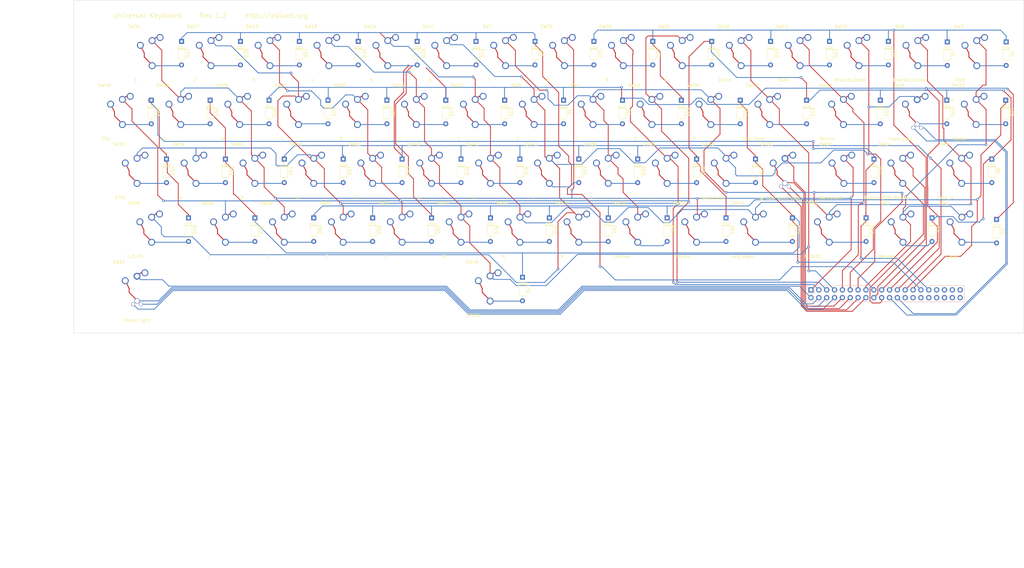
<source format=kicad_pcb>
(kicad_pcb (version 20171130) (host pcbnew "(5.1.5-0-10_14)")
  (title_block (title "Universal Retro Keyboard") (date 2019-08-25) (rev 1.1) (company OSIWeb.org) (comment 1 "Key matrix w/ LED"))
  (layers (0 F.Cu signal) (31 B.Cu signal) (34 B.Paste user) (35 F.Paste user) (36 B.SilkS user) (37 F.SilkS user) (38 B.Mask user) (39 F.Mask user) (44 Edge.Cuts user))
  (net 0 "")
  (net 1 /Row3)
  (net 2 /Row0)
  (net 3 /Row1)
  (net 4 "Net-(D5-Pad2)")
  (net 5 "Net-(D7-Pad2)")
  (net 6 "Net-(D8-Pad2)")
  (net 7 "Net-(D9-Pad2)")
  (net 8 "Net-(D10-Pad2)")
  (net 9 "Net-(D11-Pad2)")
  (net 10 "Net-(D12-Pad2)")
  (net 11 "Net-(D13-Pad2)")
  (net 12 "Net-(D14-Pad2)")
  (net 13 "Net-(D15-Pad2)")
  (net 14 "Net-(D16-Pad2)")
  (net 15 "Net-(D18-Pad2)")
  (net 16 "Net-(D19-Pad2)")
  (net 17 "Net-(D20-Pad2)")
  (net 18 "Net-(D22-Pad2)")
  (net 19 "Net-(D23-Pad2)")
  (net 20 "Net-(D24-Pad2)")
  (net 21 "Net-(D25-Pad2)")
  (net 22 "Net-(D26-Pad2)")
  (net 23 "Net-(D27-Pad2)")
  (net 24 "Net-(D28-Pad2)")
  (net 25 "Net-(D29-Pad2)")
  (net 26 "Net-(D30-Pad2)")
  (net 27 "Net-(D31-Pad2)")
  (net 28 "Net-(D32-Pad2)")
  (net 29 "Net-(D34-Pad2)")
  (net 30 "Net-(D36-Pad2)")
  (net 31 /Row4)
  (net 32 /Row5)
  (net 33 /Row7)
  (net 34 "Net-(D41-Pad2)")
  (net 35 "Net-(D42-Pad2)")
  (net 36 "Net-(D43-Pad2)")
  (net 37 "Net-(D45-Pad2)")
  (net 38 "Net-(D46-Pad2)")
  (net 39 "Net-(D47-Pad2)")
  (net 40 "Net-(D48-Pad2)")
  (net 41 "Net-(D49-Pad2)")
  (net 42 "Net-(D50-Pad2)")
  (net 43 "Net-(D51-Pad2)")
  (net 44 "Net-(D52-Pad2)")
  (net 45 "Net-(D53-Pad2)")
  (net 46 "Net-(D54-Pad2)")
  (net 47 "Net-(D55-Pad2)")
  (net 48 "Net-(D56-Pad2)")
  (net 49 "Net-(D57-Pad2)")
  (net 50 "Net-(D58-Pad2)")
  (net 51 "Net-(D59-Pad2)")
  (net 52 "Net-(D60-Pad2)")
  (net 53 "Net-(D61-Pad2)")
  (net 54 /Col0)
  (net 55 /Col1)
  (net 56 /Col2)
  (net 57 /Col3)
  (net 58 /Col4)
  (net 59 /Col5)
  (net 60 /Col6)
  (net 61 /Col7)
  (net 62 /Row6)
  (net 63 /Row2)
  (net 64 "Net-(J1-Pad40)")
  (net 65 "Net-(J1-Pad39)")
  (net 66 "Net-(J1-Pad38)")
  (net 67 "Net-(J1-Pad37)")
  (net 68 "Net-(J1-Pad36)")
  (net 69 "Net-(J1-Pad35)")
  (net 70 "Net-(J1-Pad34)")
  (net 71 "Net-(J1-Pad33)")
  (net 72 "Net-(D2-Pad2)")
  (net 73 "Net-(D3-Pad2)")
  (net 74 "Net-(D4-Pad2)")
  (net 75 "Net-(D6-Pad2)")
  (net 76 "Net-(D17-Pad2)")
  (net 77 "Net-(D21-Pad2)")
  (net 78 "Net-(D37-Pad2)")
  (net 79 "Net-(D38-Pad2)")
  (net 80 "Net-(D39-Pad2)")
  (net 81 "Net-(D40-Pad2)")
  (net 82 "Net-(D44-Pad2)")
  (net 83 "Net-(J1-Pad6)")
  (net 84 "Net-(J1-Pad8)")
  (net 85 "Net-(J1-Pad10)")
  (net 86 "Net-(J1-Pad12)")
  (net 87 "Net-(J1-Pad14)")
  (net 88 "Net-(J1-Pad16)")
  (net 89 "Net-(J1-Pad18)")
  (net 90 "Net-(J1-Pad20)")
  (net 91 "Net-(J1-Pad22)")
  (net 92 "Net-(J1-Pad24)")
  (net 93 "Net-(J1-Pad26)")
  (net 94 "Net-(J1-Pad28)")
  (net 95 "Net-(J1-Pad30)")
  (net 96 "Net-(J1-Pad32)")
  (net 97 "Net-(J1-Pad2)")
  (net 98 "Net-(J1-Pad4)")
  (module unikbd:Key_MX_LED (layer F.Cu) (at 292.29558 127.89916)
    (fp_text reference SW32 (at -5.7912 -8.6106) (layer F.SilkS))
    (fp_text value "@ (OSI shift lock)" (at -1.27 8.89) (layer F.SilkS))
    (fp_line (start 1.27 -5.08) (end 0.7366 -4.6736) (layer F.Cu) (width 0.3048))
    (fp_line (start 1.651 -5.08) (end 1.27 -5.08) (layer F.Cu) (width 0.3048))
    (fp_line (start -2.54 1.27) (end 0 3.81) (layer F.Cu) (width 0.3048))
    (fp_line (start -2.54 0) (end -2.54 1.27) (layer F.Cu) (width 0.3048))
    (fp_line (start -3.81 -2.54) (end -2.54 0) (layer F.Cu) (width 0.3048))
    (pad 3 thru_hole circle (at -1.27 5.08) (size 1.27 1.27) (drill 1.0668) (layers *.Cu *.Mask) (net 88 "Net-(J1-Pad16)"))
    (pad 4 thru_hole circle (at 1.27 5.08) (size 1.27 1.27) (drill 1.0668) (layers *.Cu *.Mask) (net 87 "Net-(J1-Pad14)"))
    (pad 2 thru_hole circle (at 0 4.0005) (size 1.651 1.651) (drill 1.397) (layers *.Cu *.Mask) (net 86 "Net-(J1-Pad12)"))
    (pad 1 thru_hole circle (at 0 -4.0005) (size 2.2352 2.2352) (drill 1.397) (layers *.Cu *.Mask) (net 85 "Net-(J1-Pad10)"))
    (pad 6 thru_hole circle (at 2.54 -5.08) (size 2.2352 2.2352) (drill 1.5748) (layers *.Cu *.Mask))
    (pad "" np_thru_hole circle (at -5.08 0) (size 1.7018 1.7018) (drill 1.7018) (layers *.Cu *.Mask))
    (pad "" np_thru_hole circle (at 5.08 0) (size 1.7018 1.7018) (drill 1.7018) (layers *.Cu *.Mask))
    (pad "" np_thru_hole circle (at 0 0) (size 3.9878 3.9878) (drill 3.9878) (layers *.Cu *.Mask))
    (pad 5 thru_hole circle (at -3.81 -2.54) (size 2.2352 2.2352) (drill 1.5748) (layers *.Cu *.Mask))
  )
  (module unikbd:Key_MX_LED (layer F.Cu) (at 335.06918 108.84916)
    (fp_text reference SW9 (at -5.7912 -8.6106) (layer F.SilkS))
    (fp_text value Caps_Lock (at -5.334 8.6614) (layer F.SilkS))
    (fp_line (start 1.27 -5.08) (end 0.7366 -4.6736) (layer F.Cu) (width 0.3048))
    (fp_line (start 1.651 -5.08) (end 1.27 -5.08) (layer F.Cu) (width 0.3048))
    (fp_line (start -2.54 1.27) (end 0 3.81) (layer F.Cu) (width 0.3048))
    (fp_line (start -2.54 0) (end -2.54 1.27) (layer F.Cu) (width 0.3048))
    (fp_line (start -3.81 -2.54) (end -2.54 0) (layer F.Cu) (width 0.3048))
    (pad 3 thru_hole circle (at -1.27 5.08) (size 1.27 1.27) (drill 1.0668) (layers *.Cu *.Mask) (net 92 "Net-(J1-Pad24)"))
    (pad 4 thru_hole circle (at 1.27 5.08) (size 1.27 1.27) (drill 1.0668) (layers *.Cu *.Mask) (net 91 "Net-(J1-Pad22)"))
    (pad 2 thru_hole circle (at 0 4.0005) (size 1.651 1.651) (drill 1.397) (layers *.Cu *.Mask) (net 8 "Net-(D10-Pad2)"))
    (pad 1 thru_hole circle (at 0 -4.0005) (size 2.2352 2.2352) (drill 1.397) (layers *.Cu *.Mask) (net 56 /Col2))
    (pad 6 thru_hole circle (at 2.54 -5.08) (size 2.2352 2.2352) (drill 1.5748) (layers *.Cu *.Mask))
    (pad "" np_thru_hole circle (at -5.08 0) (size 1.7018 1.7018) (drill 1.7018) (layers *.Cu *.Mask))
    (pad "" np_thru_hole circle (at 5.08 0) (size 1.7018 1.7018) (drill 1.7018) (layers *.Cu *.Mask))
    (pad "" np_thru_hole circle (at 0 0) (size 3.9878 3.9878) (drill 3.9878) (layers *.Cu *.Mask))
    (pad 5 thru_hole circle (at -3.81 -2.54) (size 2.2352 2.2352) (drill 1.5748) (layers *.Cu *.Mask))
  )
  (module Diode_THT:D_DO-35_SOD27_P7.62mm_Horizontal (layer F.Cu) (at 344.63482 105.03916 270)
    (fp_text reference D10 (at 3.81 -2.12 90) (layer F.SilkS))
    (fp_text value 1N4148)
    (fp_text user K (at 0 -1.8 90) (layer F.SilkS))
    (pad 2 thru_hole oval (at 7.62 0 270) (size 1.6 1.6) (drill 0.8) (layers *.Cu *.Mask) (net 8 "Net-(D10-Pad2)"))
    (pad 1 thru_hole rect (at 0 0 270) (size 1.6 1.6) (drill 0.8) (layers *.Cu *.Mask) (net 32 /Row5))
  )
  (module unikbd:Key_MX_LED (layer F.Cu) (at 82.74558 165.99916)
    (fp_text reference SW61 (at -5.7912 -8.6106) (layer F.SilkS))
    (fp_text value "Power light" (at -0.04318 10.27684) (layer F.SilkS))
    (fp_line (start 1.27 -5.08) (end 0.7366 -4.6736) (layer F.Cu) (width 0.3048))
    (fp_line (start 1.651 -5.08) (end 1.27 -5.08) (layer F.Cu) (width 0.3048))
    (fp_line (start -2.54 1.27) (end 0 3.81) (layer F.Cu) (width 0.3048))
    (fp_line (start -2.54 0) (end -2.54 1.27) (layer F.Cu) (width 0.3048))
    (fp_line (start -3.81 -2.54) (end -2.54 0) (layer F.Cu) (width 0.3048))
    (pad 3 thru_hole circle (at -1.27 5.08) (size 1.27 1.27) (drill 1.0668) (layers *.Cu *.Mask) (net 84 "Net-(J1-Pad8)"))
    (pad 4 thru_hole circle (at 1.27 5.08) (size 1.27 1.27) (drill 1.0668) (layers *.Cu *.Mask) (net 83 "Net-(J1-Pad6)"))
    (pad 2 thru_hole circle (at 0 4.0005) (size 1.651 1.651) (drill 1.397) (layers *.Cu *.Mask) (net 98 "Net-(J1-Pad4)"))
    (pad 1 thru_hole circle (at 0 -4.0005) (size 2.2352 2.2352) (drill 1.397) (layers *.Cu *.Mask) (net 97 "Net-(J1-Pad2)"))
    (pad 6 thru_hole circle (at 2.54 -5.08) (size 2.2352 2.2352) (drill 1.5748) (layers *.Cu *.Mask))
    (pad "" np_thru_hole circle (at -5.08 0) (size 1.7018 1.7018) (drill 1.7018) (layers *.Cu *.Mask))
    (pad "" np_thru_hole circle (at 5.08 0) (size 1.7018 1.7018) (drill 1.7018) (layers *.Cu *.Mask))
    (pad "" np_thru_hole circle (at 0 0) (size 3.9878 3.9878) (drill 3.9878) (layers *.Cu *.Mask))
    (pad 5 thru_hole circle (at -3.81 -2.54) (size 2.2352 2.2352) (drill 1.5748) (layers *.Cu *.Mask))
  )
  (module MountingHole:MountingHole_3.5mm (layer F.Cu) (at 263.61898 174.25416)
    (fp_text reference REF** hide)
    (fp_text value MountingHole_3.5mm hide)
    (pad "" np_thru_hole circle (at 0 0) (size 3.9878 3.9878) (drill 3.9878) (layers *.Cu *.Mask))
  )
  (module MountingHole:MountingHole_3.5mm (layer F.Cu) (at 263.61898 159.01416)
    (fp_text reference REF** hide)
    (fp_text value MountingHole_3.5mm hide)
    (pad "" np_thru_hole circle (at 0 0) (size 3.048 3.048) (drill 3.048) (layers *.Cu *.Mask))
  )
  (module MountingHole:MountingHole_3.5mm (layer F.Cu) (at 165.19398 176.15916)
    (fp_text reference REF** hide)
    (fp_text value MountingHole_3.5mm hide)
    (pad "" np_thru_hole circle (at 0 0) (size 3 3) (drill 3) (layers *.Cu *.Mask))
  )
  (module MountingHole:MountingHole_3.5mm (layer F.Cu) (at 228.69398 176.15916)
    (fp_text reference REF** hide)
    (fp_text value MountingHole_3.5mm hide)
    (pad "" np_thru_hole circle (at 0 0) (size 3 3) (drill 3) (layers *.Cu *.Mask))
  )
  (module MountingHole:MountingHole_3.5mm (layer F.Cu) (at 130.26898 174.25416)
    (fp_text reference REF** hide)
    (fp_text value MountingHole_3.5mm hide)
    (pad "" np_thru_hole circle (at 0 0) (size 3.9878 3.9878) (drill 3.9878) (layers *.Cu *.Mask))
  )
  (module MountingHole:MountingHole_3.5mm (layer F.Cu) (at 130.26898 159.01416)
    (fp_text reference REF** hide)
    (fp_text value MountingHole_3.5mm hide)
    (pad "" np_thru_hole circle (at 0 0) (size 3.048 3.048) (drill 3.048) (layers *.Cu *.Mask))
  )
  (module MountingHole:MountingHole_3.5mm (layer F.Cu) (at 67.31 171.45)
    (fp_text reference REF** hide)
    (fp_text value MountingHole_3.5mm hide)
    (pad 1 np_thru_hole circle (at 0 0) (size 3.5 3.5) (drill 3.5) (layers *.Cu *.Mask))
  )
  (module MountingHole:MountingHole_3.5mm (layer F.Cu) (at 107.7595 171.45)
    (fp_text reference REF** hide)
    (fp_text value MountingHole_3.5mm hide)
    (pad 1 np_thru_hole circle (at 0 0) (size 3.5 3.5) (drill 3.5) (layers *.Cu *.Mask))
  )
  (module MountingHole:MountingHole_3.5mm (layer F.Cu) (at 284.607 171.45)
    (fp_text reference REF** hide)
    (fp_text value MountingHole_3.5mm hide)
    (pad 1 np_thru_hole circle (at 0 0) (size 3.5 3.5) (drill 3.5) (layers *.Cu *.Mask))
  )
  (module MountingHole:MountingHole_3.5mm (layer F.Cu) (at 363.22 171.45)
    (fp_text reference REF** hide)
    (fp_text value MountingHole_3.5mm hide)
    (pad 1 np_thru_hole circle (at 0 0) (size 3.5 3.5) (drill 3.5) (layers *.Cu *.Mask))
  )
  (module MountingHole:MountingHole_3.5mm (layer F.Cu) (at 364.49 77.47)
    (fp_text reference REF** hide)
    (fp_text value MountingHole_3.5mm hide)
    (pad 1 np_thru_hole circle (at 0 0) (size 3.5 3.5) (drill 3.5) (layers *.Cu *.Mask))
  )
  (module MountingHole:MountingHole_3.5mm (layer F.Cu) (at 348.9706 77.47)
    (fp_text reference REF** hide)
    (fp_text value MountingHole_3.5mm hide)
    (pad 1 np_thru_hole circle (at 0 0) (size 3.5 3.5) (drill 3.5) (layers *.Cu *.Mask))
  )
  (module MountingHole:MountingHole_3.5mm (layer F.Cu) (at 300.7106 77.47)
    (fp_text reference REF** hide)
    (fp_text value MountingHole_3.5mm hide)
    (pad 1 np_thru_hole circle (at 0 0) (size 3.5 3.5) (drill 3.5) (layers *.Cu *.Mask))
  )
  (module MountingHole:MountingHole_3.5mm (layer F.Cu) (at 290.83 77.47)
    (fp_text reference REF** hide)
    (fp_text value MountingHole_3.5mm hide)
    (pad 1 np_thru_hole circle (at 0 0) (size 3.5 3.5) (drill 3.5) (layers *.Cu *.Mask))
  )
  (module MountingHole:MountingHole_3.5mm (layer F.Cu) (at 217.17 77.47)
    (fp_text reference REF** hide)
    (fp_text value MountingHole_3.5mm hide)
    (pad 1 np_thru_hole circle (at 0 0) (size 3.5 3.5) (drill 3.5) (layers *.Cu *.Mask))
  )
  (module MountingHole:MountingHole_3.5mm (layer F.Cu) (at 143.51 77.47)
    (fp_text reference REF** hide)
    (fp_text value MountingHole_3.5mm hide)
    (pad 1 np_thru_hole circle (at 0 0) (size 3.5 3.5) (drill 3.5) (layers *.Cu *.Mask))
  )
  (module MountingHole:MountingHole_3.5mm (layer F.Cu) (at 67.31 77.47)
    (fp_text reference REF** hide)
    (fp_text value MountingHole_3.5mm hide)
    (pad 1 np_thru_hole circle (at 0 0) (size 3.5 3.5) (drill 3.5) (layers *.Cu *.Mask))
  )
  (module unikbd:Key_MX (layer F.Cu) (at 196.94398 165.99916)
    (fp_text reference SW46 (at -5.7912 -8.6106) (layer F.SilkS))
    (fp_text value SPACE (at -5.334 8.6614) (layer F.SilkS))
    (fp_line (start 1.27 -5.08) (end 0.7366 -4.6736) (layer F.Cu) (width 0.3048))
    (fp_line (start 1.651 -5.08) (end 1.27 -5.08) (layer F.Cu) (width 0.3048))
    (fp_line (start -2.54 1.27) (end 0 3.81) (layer F.Cu) (width 0.3048))
    (fp_line (start -2.54 0) (end -2.54 1.27) (layer F.Cu) (width 0.3048))
    (fp_line (start -3.81 -2.54) (end -2.54 0) (layer F.Cu) (width 0.3048))
    (pad 4 thru_hole circle (at -3.81 -2.54) (size 2.2352 2.2352) (drill 1.5748) (layers *.Cu *.Mask))
    (pad "" np_thru_hole circle (at 0 0) (size 3.9878 3.9878) (drill 3.9878) (layers *.Cu *.Mask))
    (pad "" np_thru_hole circle (at 5.08 0) (size 1.7018 1.7018) (drill 1.7018) (layers *.Cu *.Mask))
    (pad "" np_thru_hole circle (at -5.08 0) (size 1.7018 1.7018) (drill 1.7018) (layers *.Cu *.Mask))
    (pad 3 thru_hole circle (at 2.54 -5.08) (size 2.2352 2.2352) (drill 1.5748) (layers *.Cu *.Mask))
    (pad 1 thru_hole circle (at 0 -4.064) (size 2.2352 2.2352) (drill 1.5748) (layers *.Cu *.Mask) (net 58 /Col4))
    (pad 2 thru_hole circle (at 0 4.064) (size 2.2352 2.2352) (drill 1.5748) (layers *.Cu *.Mask) (net 39 "Net-(D47-Pad2)"))
  )
  (module unikbd:Key_MX (layer F.Cu) (at 244.67058 146.94916)
    (fp_text reference SW37 (at -5.7912 -8.6106) (layer F.SilkS))
    (fp_text value Comma (at -5.334 8.6614) (layer F.SilkS))
    (fp_line (start 1.27 -5.08) (end 0.7366 -4.6736) (layer F.Cu) (width 0.3048))
    (fp_line (start 1.651 -5.08) (end 1.27 -5.08) (layer F.Cu) (width 0.3048))
    (fp_line (start -2.54 1.27) (end 0 3.81) (layer F.Cu) (width 0.3048))
    (fp_line (start -2.54 0) (end -2.54 1.27) (layer F.Cu) (width 0.3048))
    (fp_line (start -3.81 -2.54) (end -2.54 0) (layer F.Cu) (width 0.3048))
    (pad 4 thru_hole circle (at -3.81 -2.54) (size 2.2352 2.2352) (drill 1.5748) (layers *.Cu *.Mask))
    (pad "" np_thru_hole circle (at 0 0) (size 3.9878 3.9878) (drill 3.9878) (layers *.Cu *.Mask))
    (pad "" np_thru_hole circle (at 5.08 0) (size 1.7018 1.7018) (drill 1.7018) (layers *.Cu *.Mask))
    (pad "" np_thru_hole circle (at -5.08 0) (size 1.7018 1.7018) (drill 1.7018) (layers *.Cu *.Mask))
    (pad 3 thru_hole circle (at 2.54 -5.08) (size 2.2352 2.2352) (drill 1.5748) (layers *.Cu *.Mask))
    (pad 1 thru_hole circle (at 0 -4.064) (size 2.2352 2.2352) (drill 1.5748) (layers *.Cu *.Mask) (net 55 /Col1))
    (pad 2 thru_hole circle (at 0 4.064) (size 2.2352 2.2352) (drill 1.5748) (layers *.Cu *.Mask) (net 79 "Net-(D38-Pad2)"))
  )
  (module unikbd:Key_MX (layer F.Cu) (at 87.62238 89.79916)
    (fp_text reference SW31 (at -5.7912 -8.6106) (layer F.SilkS))
    (fp_text value 1 (at -5.334 8.6614) (layer F.SilkS))
    (fp_line (start 1.27 -5.08) (end 0.7366 -4.6736) (layer F.Cu) (width 0.3048))
    (fp_line (start 1.651 -5.08) (end 1.27 -5.08) (layer F.Cu) (width 0.3048))
    (fp_line (start -2.54 1.27) (end 0 3.81) (layer F.Cu) (width 0.3048))
    (fp_line (start -2.54 0) (end -2.54 1.27) (layer F.Cu) (width 0.3048))
    (fp_line (start -3.81 -2.54) (end -2.54 0) (layer F.Cu) (width 0.3048))
    (pad 4 thru_hole circle (at -3.81 -2.54) (size 2.2352 2.2352) (drill 1.5748) (layers *.Cu *.Mask))
    (pad "" np_thru_hole circle (at 0 0) (size 3.9878 3.9878) (drill 3.9878) (layers *.Cu *.Mask))
    (pad "" np_thru_hole circle (at 5.08 0) (size 1.7018 1.7018) (drill 1.7018) (layers *.Cu *.Mask))
    (pad "" np_thru_hole circle (at -5.08 0) (size 1.7018 1.7018) (drill 1.7018) (layers *.Cu *.Mask))
    (pad 3 thru_hole circle (at 2.54 -5.08) (size 2.2352 2.2352) (drill 1.5748) (layers *.Cu *.Mask))
    (pad 1 thru_hole circle (at 0 -4.064) (size 2.2352 2.2352) (drill 1.5748) (layers *.Cu *.Mask) (net 61 /Col7))
    (pad 2 thru_hole circle (at 0 4.064) (size 2.2352 2.2352) (drill 1.5748) (layers *.Cu *.Mask) (net 28 "Net-(D32-Pad2)"))
  )
  (module unikbd:Key_MX (layer F.Cu) (at 220.97238 89.79916)
    (fp_text reference SW30 (at -5.7912 -8.6106) (layer F.SilkS))
    (fp_text value 8 (at -5.334 8.6614) (layer F.SilkS))
    (fp_line (start 1.27 -5.08) (end 0.7366 -4.6736) (layer F.Cu) (width 0.3048))
    (fp_line (start 1.651 -5.08) (end 1.27 -5.08) (layer F.Cu) (width 0.3048))
    (fp_line (start -2.54 1.27) (end 0 3.81) (layer F.Cu) (width 0.3048))
    (fp_line (start -2.54 0) (end -2.54 1.27) (layer F.Cu) (width 0.3048))
    (fp_line (start -3.81 -2.54) (end -2.54 0) (layer F.Cu) (width 0.3048))
    (pad 4 thru_hole circle (at -3.81 -2.54) (size 2.2352 2.2352) (drill 1.5748) (layers *.Cu *.Mask))
    (pad "" np_thru_hole circle (at 0 0) (size 3.9878 3.9878) (drill 3.9878) (layers *.Cu *.Mask))
    (pad "" np_thru_hole circle (at 5.08 0) (size 1.7018 1.7018) (drill 1.7018) (layers *.Cu *.Mask))
    (pad "" np_thru_hole circle (at -5.08 0) (size 1.7018 1.7018) (drill 1.7018) (layers *.Cu *.Mask))
    (pad 3 thru_hole circle (at 2.54 -5.08) (size 2.2352 2.2352) (drill 1.5748) (layers *.Cu *.Mask))
    (pad 1 thru_hole circle (at 0 -4.064) (size 2.2352 2.2352) (drill 1.5748) (layers *.Cu *.Mask) (net 61 /Col7))
    (pad 2 thru_hole circle (at 0 4.064) (size 2.2352 2.2352) (drill 1.5748) (layers *.Cu *.Mask) (net 27 "Net-(D31-Pad2)"))
  )
  (module unikbd:Key_MX (layer F.Cu) (at 263.72058 146.94916)
    (fp_text reference SW29 (at -5.7912 -8.6106) (layer F.SilkS))
    (fp_text value Period (at -4.38658 8.6614) (layer F.SilkS))
    (fp_line (start 1.27 -5.08) (end 0.7366 -4.6736) (layer F.Cu) (width 0.3048))
    (fp_line (start 1.651 -5.08) (end 1.27 -5.08) (layer F.Cu) (width 0.3048))
    (fp_line (start -2.54 1.27) (end 0 3.81) (layer F.Cu) (width 0.3048))
    (fp_line (start -2.54 0) (end -2.54 1.27) (layer F.Cu) (width 0.3048))
    (fp_line (start -3.81 -2.54) (end -2.54 0) (layer F.Cu) (width 0.3048))
    (pad 4 thru_hole circle (at -3.81 -2.54) (size 2.2352 2.2352) (drill 1.5748) (layers *.Cu *.Mask))
    (pad "" np_thru_hole circle (at 0 0) (size 3.9878 3.9878) (drill 3.9878) (layers *.Cu *.Mask))
    (pad "" np_thru_hole circle (at 5.08 0) (size 1.7018 1.7018) (drill 1.7018) (layers *.Cu *.Mask))
    (pad "" np_thru_hole circle (at -5.08 0) (size 1.7018 1.7018) (drill 1.7018) (layers *.Cu *.Mask))
    (pad 3 thru_hole circle (at 2.54 -5.08) (size 2.2352 2.2352) (drill 1.5748) (layers *.Cu *.Mask))
    (pad 1 thru_hole circle (at 0 -4.064) (size 2.2352 2.2352) (drill 1.5748) (layers *.Cu *.Mask) (net 61 /Col7))
    (pad 2 thru_hole circle (at 0 4.064) (size 2.2352 2.2352) (drill 1.5748) (layers *.Cu *.Mask) (net 26 "Net-(D30-Pad2)"))
  )
  (module unikbd:Key_MX (layer F.Cu) (at 115.91798 108.84916)
    (fp_text reference SW28 (at -5.7912 -8.6106) (layer F.SilkS))
    (fp_text value W (at -5.334 8.6614) (layer F.SilkS))
    (fp_line (start 1.27 -5.08) (end 0.7366 -4.6736) (layer F.Cu) (width 0.3048))
    (fp_line (start 1.651 -5.08) (end 1.27 -5.08) (layer F.Cu) (width 0.3048))
    (fp_line (start -2.54 1.27) (end 0 3.81) (layer F.Cu) (width 0.3048))
    (fp_line (start -2.54 0) (end -2.54 1.27) (layer F.Cu) (width 0.3048))
    (fp_line (start -3.81 -2.54) (end -2.54 0) (layer F.Cu) (width 0.3048))
    (pad 4 thru_hole circle (at -3.81 -2.54) (size 2.2352 2.2352) (drill 1.5748) (layers *.Cu *.Mask))
    (pad "" np_thru_hole circle (at 0 0) (size 3.9878 3.9878) (drill 3.9878) (layers *.Cu *.Mask))
    (pad "" np_thru_hole circle (at 5.08 0) (size 1.7018 1.7018) (drill 1.7018) (layers *.Cu *.Mask))
    (pad "" np_thru_hole circle (at -5.08 0) (size 1.7018 1.7018) (drill 1.7018) (layers *.Cu *.Mask))
    (pad 3 thru_hole circle (at 2.54 -5.08) (size 2.2352 2.2352) (drill 1.5748) (layers *.Cu *.Mask))
    (pad 1 thru_hole circle (at 0 -4.064) (size 2.2352 2.2352) (drill 1.5748) (layers *.Cu *.Mask) (net 61 /Col7))
    (pad 2 thru_hole circle (at 0 4.064) (size 2.2352 2.2352) (drill 1.5748) (layers *.Cu *.Mask) (net 25 "Net-(D29-Pad2)"))
  )
  (module unikbd:Key_MX (layer F.Cu) (at 106.67238 89.79916)
    (fp_text reference SW27 (at -5.7912 -8.6106) (layer F.SilkS))
    (fp_text value 2 (at -5.334 8.6614) (layer F.SilkS))
    (fp_line (start 1.27 -5.08) (end 0.7366 -4.6736) (layer F.Cu) (width 0.3048))
    (fp_line (start 1.651 -5.08) (end 1.27 -5.08) (layer F.Cu) (width 0.3048))
    (fp_line (start -2.54 1.27) (end 0 3.81) (layer F.Cu) (width 0.3048))
    (fp_line (start -2.54 0) (end -2.54 1.27) (layer F.Cu) (width 0.3048))
    (fp_line (start -3.81 -2.54) (end -2.54 0) (layer F.Cu) (width 0.3048))
    (pad 4 thru_hole circle (at -3.81 -2.54) (size 2.2352 2.2352) (drill 1.5748) (layers *.Cu *.Mask))
    (pad "" np_thru_hole circle (at 0 0) (size 3.9878 3.9878) (drill 3.9878) (layers *.Cu *.Mask))
    (pad "" np_thru_hole circle (at 5.08 0) (size 1.7018 1.7018) (drill 1.7018) (layers *.Cu *.Mask))
    (pad "" np_thru_hole circle (at -5.08 0) (size 1.7018 1.7018) (drill 1.7018) (layers *.Cu *.Mask))
    (pad 3 thru_hole circle (at 2.54 -5.08) (size 2.2352 2.2352) (drill 1.5748) (layers *.Cu *.Mask))
    (pad 1 thru_hole circle (at 0 -4.064) (size 2.2352 2.2352) (drill 1.5748) (layers *.Cu *.Mask) (net 60 /Col6))
    (pad 2 thru_hole circle (at 0 4.064) (size 2.2352 2.2352) (drill 1.5748) (layers *.Cu *.Mask) (net 24 "Net-(D28-Pad2)"))
  )
  (module unikbd:Key_MX (layer F.Cu) (at 240.02238 89.79916)
    (fp_text reference SW26 (at -5.7912 -8.6106) (layer F.SilkS))
    (fp_text value 9 (at -5.334 8.6614) (layer F.SilkS))
    (fp_line (start 1.27 -5.08) (end 0.7366 -4.6736) (layer F.Cu) (width 0.3048))
    (fp_line (start 1.651 -5.08) (end 1.27 -5.08) (layer F.Cu) (width 0.3048))
    (fp_line (start -2.54 1.27) (end 0 3.81) (layer F.Cu) (width 0.3048))
    (fp_line (start -2.54 0) (end -2.54 1.27) (layer F.Cu) (width 0.3048))
    (fp_line (start -3.81 -2.54) (end -2.54 0) (layer F.Cu) (width 0.3048))
    (pad 4 thru_hole circle (at -3.81 -2.54) (size 2.2352 2.2352) (drill 1.5748) (layers *.Cu *.Mask))
    (pad "" np_thru_hole circle (at 0 0) (size 3.9878 3.9878) (drill 3.9878) (layers *.Cu *.Mask))
    (pad "" np_thru_hole circle (at 5.08 0) (size 1.7018 1.7018) (drill 1.7018) (layers *.Cu *.Mask))
    (pad "" np_thru_hole circle (at -5.08 0) (size 1.7018 1.7018) (drill 1.7018) (layers *.Cu *.Mask))
    (pad 3 thru_hole circle (at 2.54 -5.08) (size 2.2352 2.2352) (drill 1.5748) (layers *.Cu *.Mask))
    (pad 1 thru_hole circle (at 0 -4.064) (size 2.2352 2.2352) (drill 1.5748) (layers *.Cu *.Mask) (net 60 /Col6))
    (pad 2 thru_hole circle (at 0 4.064) (size 2.2352 2.2352) (drill 1.5748) (layers *.Cu *.Mask) (net 23 "Net-(D27-Pad2)"))
  )
  (module unikbd:Key_MX (layer F.Cu) (at 254.19558 127.89916)
    (fp_text reference SW25 (at -5.7912 -8.6106) (layer F.SilkS))
    (fp_text value L (at -5.334 8.6614) (layer F.SilkS))
    (fp_line (start 1.27 -5.08) (end 0.7366 -4.6736) (layer F.Cu) (width 0.3048))
    (fp_line (start 1.651 -5.08) (end 1.27 -5.08) (layer F.Cu) (width 0.3048))
    (fp_line (start -2.54 1.27) (end 0 3.81) (layer F.Cu) (width 0.3048))
    (fp_line (start -2.54 0) (end -2.54 1.27) (layer F.Cu) (width 0.3048))
    (fp_line (start -3.81 -2.54) (end -2.54 0) (layer F.Cu) (width 0.3048))
    (pad 4 thru_hole circle (at -3.81 -2.54) (size 2.2352 2.2352) (drill 1.5748) (layers *.Cu *.Mask))
    (pad "" np_thru_hole circle (at 0 0) (size 3.9878 3.9878) (drill 3.9878) (layers *.Cu *.Mask))
    (pad "" np_thru_hole circle (at 5.08 0) (size 1.7018 1.7018) (drill 1.7018) (layers *.Cu *.Mask))
    (pad "" np_thru_hole circle (at -5.08 0) (size 1.7018 1.7018) (drill 1.7018) (layers *.Cu *.Mask))
    (pad 3 thru_hole circle (at 2.54 -5.08) (size 2.2352 2.2352) (drill 1.5748) (layers *.Cu *.Mask))
    (pad 1 thru_hole circle (at 0 -4.064) (size 2.2352 2.2352) (drill 1.5748) (layers *.Cu *.Mask) (net 60 /Col6))
    (pad 2 thru_hole circle (at 0 4.064) (size 2.2352 2.2352) (drill 1.5748) (layers *.Cu *.Mask) (net 22 "Net-(D26-Pad2)"))
  )
  (module unikbd:Key_MX (layer F.Cu) (at 134.96798 108.84916)
    (fp_text reference SW24 (at -5.7912 -8.6106) (layer F.SilkS))
    (fp_text value E (at -5.334 8.6614) (layer F.SilkS))
    (fp_line (start 1.27 -5.08) (end 0.7366 -4.6736) (layer F.Cu) (width 0.3048))
    (fp_line (start 1.651 -5.08) (end 1.27 -5.08) (layer F.Cu) (width 0.3048))
    (fp_line (start -2.54 1.27) (end 0 3.81) (layer F.Cu) (width 0.3048))
    (fp_line (start -2.54 0) (end -2.54 1.27) (layer F.Cu) (width 0.3048))
    (fp_line (start -3.81 -2.54) (end -2.54 0) (layer F.Cu) (width 0.3048))
    (pad 4 thru_hole circle (at -3.81 -2.54) (size 2.2352 2.2352) (drill 1.5748) (layers *.Cu *.Mask))
    (pad "" np_thru_hole circle (at 0 0) (size 3.9878 3.9878) (drill 3.9878) (layers *.Cu *.Mask))
    (pad "" np_thru_hole circle (at 5.08 0) (size 1.7018 1.7018) (drill 1.7018) (layers *.Cu *.Mask))
    (pad "" np_thru_hole circle (at -5.08 0) (size 1.7018 1.7018) (drill 1.7018) (layers *.Cu *.Mask))
    (pad 3 thru_hole circle (at 2.54 -5.08) (size 2.2352 2.2352) (drill 1.5748) (layers *.Cu *.Mask))
    (pad 1 thru_hole circle (at 0 -4.064) (size 2.2352 2.2352) (drill 1.5748) (layers *.Cu *.Mask) (net 60 /Col6))
    (pad 2 thru_hole circle (at 0 4.064) (size 2.2352 2.2352) (drill 1.5748) (layers *.Cu *.Mask) (net 21 "Net-(D25-Pad2)"))
  )
  (module unikbd:Key_MX (layer F.Cu) (at 125.72238 89.79916)
    (fp_text reference SW23 (at -5.7912 -8.6106) (layer F.SilkS))
    (fp_text value 3 (at -5.334 8.6614) (layer F.SilkS))
    (fp_line (start 1.27 -5.08) (end 0.7366 -4.6736) (layer F.Cu) (width 0.3048))
    (fp_line (start 1.651 -5.08) (end 1.27 -5.08) (layer F.Cu) (width 0.3048))
    (fp_line (start -2.54 1.27) (end 0 3.81) (layer F.Cu) (width 0.3048))
    (fp_line (start -2.54 0) (end -2.54 1.27) (layer F.Cu) (width 0.3048))
    (fp_line (start -3.81 -2.54) (end -2.54 0) (layer F.Cu) (width 0.3048))
    (pad 4 thru_hole circle (at -3.81 -2.54) (size 2.2352 2.2352) (drill 1.5748) (layers *.Cu *.Mask))
    (pad "" np_thru_hole circle (at 0 0) (size 3.9878 3.9878) (drill 3.9878) (layers *.Cu *.Mask))
    (pad "" np_thru_hole circle (at 5.08 0) (size 1.7018 1.7018) (drill 1.7018) (layers *.Cu *.Mask))
    (pad "" np_thru_hole circle (at -5.08 0) (size 1.7018 1.7018) (drill 1.7018) (layers *.Cu *.Mask))
    (pad 3 thru_hole circle (at 2.54 -5.08) (size 2.2352 2.2352) (drill 1.5748) (layers *.Cu *.Mask))
    (pad 1 thru_hole circle (at 0 -4.064) (size 2.2352 2.2352) (drill 1.5748) (layers *.Cu *.Mask) (net 59 /Col5))
    (pad 2 thru_hole circle (at 0 4.064) (size 2.2352 2.2352) (drill 1.5748) (layers *.Cu *.Mask) (net 20 "Net-(D24-Pad2)"))
  )
  (module unikbd:Key_MX (layer F.Cu) (at 249.26798 108.84916)
    (fp_text reference SW22 (at -5.7912 -8.6106) (layer F.SilkS))
    (fp_text value 0 (at -5.334 8.6614) (layer F.SilkS))
    (fp_line (start 1.27 -5.08) (end 0.7366 -4.6736) (layer F.Cu) (width 0.3048))
    (fp_line (start 1.651 -5.08) (end 1.27 -5.08) (layer F.Cu) (width 0.3048))
    (fp_line (start -2.54 1.27) (end 0 3.81) (layer F.Cu) (width 0.3048))
    (fp_line (start -2.54 0) (end -2.54 1.27) (layer F.Cu) (width 0.3048))
    (fp_line (start -3.81 -2.54) (end -2.54 0) (layer F.Cu) (width 0.3048))
    (pad 4 thru_hole circle (at -3.81 -2.54) (size 2.2352 2.2352) (drill 1.5748) (layers *.Cu *.Mask))
    (pad "" np_thru_hole circle (at 0 0) (size 3.9878 3.9878) (drill 3.9878) (layers *.Cu *.Mask))
    (pad "" np_thru_hole circle (at 5.08 0) (size 1.7018 1.7018) (drill 1.7018) (layers *.Cu *.Mask))
    (pad "" np_thru_hole circle (at -5.08 0) (size 1.7018 1.7018) (drill 1.7018) (layers *.Cu *.Mask))
    (pad 3 thru_hole circle (at 2.54 -5.08) (size 2.2352 2.2352) (drill 1.5748) (layers *.Cu *.Mask))
    (pad 1 thru_hole circle (at 0 -4.064) (size 2.2352 2.2352) (drill 1.5748) (layers *.Cu *.Mask) (net 59 /Col5))
    (pad 2 thru_hole circle (at 0 4.064) (size 2.2352 2.2352) (drill 1.5748) (layers *.Cu *.Mask) (net 19 "Net-(D23-Pad2)"))
  )
  (module unikbd:Key_MX (layer F.Cu) (at 259.07238 89.79916)
    (fp_text reference SW21 (at -5.7912 -8.6106) (layer F.SilkS))
    (fp_text value O (at -5.334 8.6614) (layer F.SilkS))
    (fp_line (start 1.27 -5.08) (end 0.7366 -4.6736) (layer F.Cu) (width 0.3048))
    (fp_line (start 1.651 -5.08) (end 1.27 -5.08) (layer F.Cu) (width 0.3048))
    (fp_line (start -2.54 1.27) (end 0 3.81) (layer F.Cu) (width 0.3048))
    (fp_line (start -2.54 0) (end -2.54 1.27) (layer F.Cu) (width 0.3048))
    (fp_line (start -3.81 -2.54) (end -2.54 0) (layer F.Cu) (width 0.3048))
    (pad 4 thru_hole circle (at -3.81 -2.54) (size 2.2352 2.2352) (drill 1.5748) (layers *.Cu *.Mask))
    (pad "" np_thru_hole circle (at 0 0) (size 3.9878 3.9878) (drill 3.9878) (layers *.Cu *.Mask))
    (pad "" np_thru_hole circle (at 5.08 0) (size 1.7018 1.7018) (drill 1.7018) (layers *.Cu *.Mask))
    (pad "" np_thru_hole circle (at -5.08 0) (size 1.7018 1.7018) (drill 1.7018) (layers *.Cu *.Mask))
    (pad 3 thru_hole circle (at 2.54 -5.08) (size 2.2352 2.2352) (drill 1.5748) (layers *.Cu *.Mask))
    (pad 1 thru_hole circle (at 0 -4.064) (size 2.2352 2.2352) (drill 1.5748) (layers *.Cu *.Mask) (net 59 /Col5))
    (pad 2 thru_hole circle (at 0 4.064) (size 2.2352 2.2352) (drill 1.5748) (layers *.Cu *.Mask) (net 18 "Net-(D22-Pad2)"))
  )
  (module unikbd:Key_MX (layer F.Cu) (at 154.01798 108.84916)
    (fp_text reference SW20 (at -5.7912 -8.6106) (layer F.SilkS))
    (fp_text value R (at -5.334 8.6614) (layer F.SilkS))
    (fp_line (start 1.27 -5.08) (end 0.7366 -4.6736) (layer F.Cu) (width 0.3048))
    (fp_line (start 1.651 -5.08) (end 1.27 -5.08) (layer F.Cu) (width 0.3048))
    (fp_line (start -2.54 1.27) (end 0 3.81) (layer F.Cu) (width 0.3048))
    (fp_line (start -2.54 0) (end -2.54 1.27) (layer F.Cu) (width 0.3048))
    (fp_line (start -3.81 -2.54) (end -2.54 0) (layer F.Cu) (width 0.3048))
    (pad 4 thru_hole circle (at -3.81 -2.54) (size 2.2352 2.2352) (drill 1.5748) (layers *.Cu *.Mask))
    (pad "" np_thru_hole circle (at 0 0) (size 3.9878 3.9878) (drill 3.9878) (layers *.Cu *.Mask))
    (pad "" np_thru_hole circle (at 5.08 0) (size 1.7018 1.7018) (drill 1.7018) (layers *.Cu *.Mask))
    (pad "" np_thru_hole circle (at -5.08 0) (size 1.7018 1.7018) (drill 1.7018) (layers *.Cu *.Mask))
    (pad 3 thru_hole circle (at 2.54 -5.08) (size 2.2352 2.2352) (drill 1.5748) (layers *.Cu *.Mask))
    (pad 1 thru_hole circle (at 0 -4.064) (size 2.2352 2.2352) (drill 1.5748) (layers *.Cu *.Mask) (net 59 /Col5))
    (pad 2 thru_hole circle (at 0 4.064) (size 2.2352 2.2352) (drill 1.5748) (layers *.Cu *.Mask) (net 77 "Net-(D21-Pad2)"))
  )
  (module unikbd:Key_MX (layer F.Cu) (at 144.77238 89.79916)
    (fp_text reference SW19 (at -5.7912 -8.6106) (layer F.SilkS))
    (fp_text value 4 (at -5.334 8.6614) (layer F.SilkS))
    (fp_line (start 1.27 -5.08) (end 0.7366 -4.6736) (layer F.Cu) (width 0.3048))
    (fp_line (start 1.651 -5.08) (end 1.27 -5.08) (layer F.Cu) (width 0.3048))
    (fp_line (start -2.54 1.27) (end 0 3.81) (layer F.Cu) (width 0.3048))
    (fp_line (start -2.54 0) (end -2.54 1.27) (layer F.Cu) (width 0.3048))
    (fp_line (start -3.81 -2.54) (end -2.54 0) (layer F.Cu) (width 0.3048))
    (pad 4 thru_hole circle (at -3.81 -2.54) (size 2.2352 2.2352) (drill 1.5748) (layers *.Cu *.Mask))
    (pad "" np_thru_hole circle (at 0 0) (size 3.9878 3.9878) (drill 3.9878) (layers *.Cu *.Mask))
    (pad "" np_thru_hole circle (at 5.08 0) (size 1.7018 1.7018) (drill 1.7018) (layers *.Cu *.Mask))
    (pad "" np_thru_hole circle (at -5.08 0) (size 1.7018 1.7018) (drill 1.7018) (layers *.Cu *.Mask))
    (pad 3 thru_hole circle (at 2.54 -5.08) (size 2.2352 2.2352) (drill 1.5748) (layers *.Cu *.Mask))
    (pad 1 thru_hole circle (at 0 -4.064) (size 2.2352 2.2352) (drill 1.5748) (layers *.Cu *.Mask) (net 58 /Col4))
    (pad 2 thru_hole circle (at 0 4.064) (size 2.2352 2.2352) (drill 1.5748) (layers *.Cu *.Mask) (net 17 "Net-(D20-Pad2)"))
  )
  (module unikbd:Key_MX (layer F.Cu) (at 278.12238 89.79916)
    (fp_text reference SW18 (at -5.7912 -8.6106) (layer F.SilkS))
    (fp_text value Colon (at -5.334 8.6614) (layer F.SilkS))
    (fp_line (start 1.27 -5.08) (end 0.7366 -4.6736) (layer F.Cu) (width 0.3048))
    (fp_line (start 1.651 -5.08) (end 1.27 -5.08) (layer F.Cu) (width 0.3048))
    (fp_line (start -2.54 1.27) (end 0 3.81) (layer F.Cu) (width 0.3048))
    (fp_line (start -2.54 0) (end -2.54 1.27) (layer F.Cu) (width 0.3048))
    (fp_line (start -3.81 -2.54) (end -2.54 0) (layer F.Cu) (width 0.3048))
    (pad 4 thru_hole circle (at -3.81 -2.54) (size 2.2352 2.2352) (drill 1.5748) (layers *.Cu *.Mask))
    (pad "" np_thru_hole circle (at 0 0) (size 3.9878 3.9878) (drill 3.9878) (layers *.Cu *.Mask))
    (pad "" np_thru_hole circle (at 5.08 0) (size 1.7018 1.7018) (drill 1.7018) (layers *.Cu *.Mask))
    (pad "" np_thru_hole circle (at -5.08 0) (size 1.7018 1.7018) (drill 1.7018) (layers *.Cu *.Mask))
    (pad 3 thru_hole circle (at 2.54 -5.08) (size 2.2352 2.2352) (drill 1.5748) (layers *.Cu *.Mask))
    (pad 1 thru_hole circle (at 0 -4.064) (size 2.2352 2.2352) (drill 1.5748) (layers *.Cu *.Mask) (net 58 /Col4))
    (pad 2 thru_hole circle (at 0 4.064) (size 2.2352 2.2352) (drill 1.5748) (layers *.Cu *.Mask) (net 16 "Net-(D19-Pad2)"))
  )
  (module unikbd:Key_MX (layer F.Cu) (at 287.36798 108.84916)
    (fp_text reference SW17 (at -5.7912 -8.6106) (layer F.SilkS))
    (fp_text value "Line Feed" (at -5.334 8.6614) (layer F.SilkS))
    (fp_line (start 1.27 -5.08) (end 0.7366 -4.6736) (layer F.Cu) (width 0.3048))
    (fp_line (start 1.651 -5.08) (end 1.27 -5.08) (layer F.Cu) (width 0.3048))
    (fp_line (start -2.54 1.27) (end 0 3.81) (layer F.Cu) (width 0.3048))
    (fp_line (start -2.54 0) (end -2.54 1.27) (layer F.Cu) (width 0.3048))
    (fp_line (start -3.81 -2.54) (end -2.54 0) (layer F.Cu) (width 0.3048))
    (pad 4 thru_hole circle (at -3.81 -2.54) (size 2.2352 2.2352) (drill 1.5748) (layers *.Cu *.Mask))
    (pad "" np_thru_hole circle (at 0 0) (size 3.9878 3.9878) (drill 3.9878) (layers *.Cu *.Mask))
    (pad "" np_thru_hole circle (at 5.08 0) (size 1.7018 1.7018) (drill 1.7018) (layers *.Cu *.Mask))
    (pad "" np_thru_hole circle (at -5.08 0) (size 1.7018 1.7018) (drill 1.7018) (layers *.Cu *.Mask))
    (pad 3 thru_hole circle (at 2.54 -5.08) (size 2.2352 2.2352) (drill 1.5748) (layers *.Cu *.Mask))
    (pad 1 thru_hole circle (at 0 -4.064) (size 2.2352 2.2352) (drill 1.5748) (layers *.Cu *.Mask) (net 58 /Col4))
    (pad 2 thru_hole circle (at 0 4.064) (size 2.2352 2.2352) (drill 1.5748) (layers *.Cu *.Mask) (net 15 "Net-(D18-Pad2)"))
  )
  (module unikbd:Key_MX (layer F.Cu) (at 173.06798 108.84916)
    (fp_text reference SW16 (at -5.7912 -8.6106) (layer F.SilkS))
    (fp_text value T (at -5.334 8.6614) (layer F.SilkS))
    (fp_line (start 1.27 -5.08) (end 0.7366 -4.6736) (layer F.Cu) (width 0.3048))
    (fp_line (start 1.651 -5.08) (end 1.27 -5.08) (layer F.Cu) (width 0.3048))
    (fp_line (start -2.54 1.27) (end 0 3.81) (layer F.Cu) (width 0.3048))
    (fp_line (start -2.54 0) (end -2.54 1.27) (layer F.Cu) (width 0.3048))
    (fp_line (start -3.81 -2.54) (end -2.54 0) (layer F.Cu) (width 0.3048))
    (pad 4 thru_hole circle (at -3.81 -2.54) (size 2.2352 2.2352) (drill 1.5748) (layers *.Cu *.Mask))
    (pad "" np_thru_hole circle (at 0 0) (size 3.9878 3.9878) (drill 3.9878) (layers *.Cu *.Mask))
    (pad "" np_thru_hole circle (at 5.08 0) (size 1.7018 1.7018) (drill 1.7018) (layers *.Cu *.Mask))
    (pad "" np_thru_hole circle (at -5.08 0) (size 1.7018 1.7018) (drill 1.7018) (layers *.Cu *.Mask))
    (pad 3 thru_hole circle (at 2.54 -5.08) (size 2.2352 2.2352) (drill 1.5748) (layers *.Cu *.Mask))
    (pad 1 thru_hole circle (at 0 -4.064) (size 2.2352 2.2352) (drill 1.5748) (layers *.Cu *.Mask) (net 58 /Col4))
    (pad 2 thru_hole circle (at 0 4.064) (size 2.2352 2.2352) (drill 1.5748) (layers *.Cu *.Mask) (net 76 "Net-(D17-Pad2)"))
  )
  (module unikbd:Key_MX (layer F.Cu) (at 163.82238 89.79916)
    (fp_text reference SW15 (at -5.7912 -8.6106) (layer F.SilkS))
    (fp_text value 5 (at -5.334 8.6614) (layer F.SilkS))
    (fp_line (start 1.27 -5.08) (end 0.7366 -4.6736) (layer F.Cu) (width 0.3048))
    (fp_line (start 1.651 -5.08) (end 1.27 -5.08) (layer F.Cu) (width 0.3048))
    (fp_line (start -2.54 1.27) (end 0 3.81) (layer F.Cu) (width 0.3048))
    (fp_line (start -2.54 0) (end -2.54 1.27) (layer F.Cu) (width 0.3048))
    (fp_line (start -3.81 -2.54) (end -2.54 0) (layer F.Cu) (width 0.3048))
    (pad 4 thru_hole circle (at -3.81 -2.54) (size 2.2352 2.2352) (drill 1.5748) (layers *.Cu *.Mask))
    (pad "" np_thru_hole circle (at 0 0) (size 3.9878 3.9878) (drill 3.9878) (layers *.Cu *.Mask))
    (pad "" np_thru_hole circle (at 5.08 0) (size 1.7018 1.7018) (drill 1.7018) (layers *.Cu *.Mask))
    (pad "" np_thru_hole circle (at -5.08 0) (size 1.7018 1.7018) (drill 1.7018) (layers *.Cu *.Mask))
    (pad 3 thru_hole circle (at 2.54 -5.08) (size 2.2352 2.2352) (drill 1.5748) (layers *.Cu *.Mask))
    (pad 1 thru_hole circle (at 0 -4.064) (size 2.2352 2.2352) (drill 1.5748) (layers *.Cu *.Mask) (net 57 /Col3))
    (pad 2 thru_hole circle (at 0 4.064) (size 2.2352 2.2352) (drill 1.5748) (layers *.Cu *.Mask) (net 14 "Net-(D16-Pad2)"))
  )
  (module unikbd:Key_MX (layer F.Cu) (at 297.17238 89.79916)
    (fp_text reference SW14 (at -5.7912 -8.6106) (layer F.SilkS))
    (fp_text value Dash (at -5.334 8.6614) (layer F.SilkS))
    (fp_line (start 1.27 -5.08) (end 0.7366 -4.6736) (layer F.Cu) (width 0.3048))
    (fp_line (start 1.651 -5.08) (end 1.27 -5.08) (layer F.Cu) (width 0.3048))
    (fp_line (start -2.54 1.27) (end 0 3.81) (layer F.Cu) (width 0.3048))
    (fp_line (start -2.54 0) (end -2.54 1.27) (layer F.Cu) (width 0.3048))
    (fp_line (start -3.81 -2.54) (end -2.54 0) (layer F.Cu) (width 0.3048))
    (pad 4 thru_hole circle (at -3.81 -2.54) (size 2.2352 2.2352) (drill 1.5748) (layers *.Cu *.Mask))
    (pad "" np_thru_hole circle (at 0 0) (size 3.9878 3.9878) (drill 3.9878) (layers *.Cu *.Mask))
    (pad "" np_thru_hole circle (at 5.08 0) (size 1.7018 1.7018) (drill 1.7018) (layers *.Cu *.Mask))
    (pad "" np_thru_hole circle (at -5.08 0) (size 1.7018 1.7018) (drill 1.7018) (layers *.Cu *.Mask))
    (pad 3 thru_hole circle (at 2.54 -5.08) (size 2.2352 2.2352) (drill 1.5748) (layers *.Cu *.Mask))
    (pad 1 thru_hole circle (at 0 -4.064) (size 2.2352 2.2352) (drill 1.5748) (layers *.Cu *.Mask) (net 57 /Col3))
    (pad 2 thru_hole circle (at 0 4.064) (size 2.2352 2.2352) (drill 1.5748) (layers *.Cu *.Mask) (net 13 "Net-(D15-Pad2)"))
  )
  (module unikbd:Key_MX (layer F.Cu) (at 311.21858 108.84916)
    (fp_text reference SW13 (at -5.7912 -8.6106) (layer F.SilkS))
    (fp_text value Return (at -5.334 8.6614) (layer F.SilkS))
    (fp_line (start 1.27 -5.08) (end 0.7366 -4.6736) (layer F.Cu) (width 0.3048))
    (fp_line (start 1.651 -5.08) (end 1.27 -5.08) (layer F.Cu) (width 0.3048))
    (fp_line (start -2.54 1.27) (end 0 3.81) (layer F.Cu) (width 0.3048))
    (fp_line (start -2.54 0) (end -2.54 1.27) (layer F.Cu) (width 0.3048))
    (fp_line (start -3.81 -2.54) (end -2.54 0) (layer F.Cu) (width 0.3048))
    (pad 4 thru_hole circle (at -3.81 -2.54) (size 2.2352 2.2352) (drill 1.5748) (layers *.Cu *.Mask))
    (pad "" np_thru_hole circle (at 0 0) (size 3.9878 3.9878) (drill 3.9878) (layers *.Cu *.Mask))
    (pad "" np_thru_hole circle (at 5.08 0) (size 1.7018 1.7018) (drill 1.7018) (layers *.Cu *.Mask))
    (pad "" np_thru_hole circle (at -5.08 0) (size 1.7018 1.7018) (drill 1.7018) (layers *.Cu *.Mask))
    (pad 3 thru_hole circle (at 2.54 -5.08) (size 2.2352 2.2352) (drill 1.5748) (layers *.Cu *.Mask))
    (pad 1 thru_hole circle (at 0 -4.064) (size 2.2352 2.2352) (drill 1.5748) (layers *.Cu *.Mask) (net 57 /Col3))
    (pad 2 thru_hole circle (at 0 4.064) (size 2.2352 2.2352) (drill 1.5748) (layers *.Cu *.Mask) (net 12 "Net-(D14-Pad2)"))
  )
  (module unikbd:Key_MX (layer F.Cu) (at 192.11798 108.84916)
    (fp_text reference SW12 (at -5.7912 -8.6106) (layer F.SilkS))
    (fp_text value Y (at -5.334 8.6614) (layer F.SilkS))
    (fp_line (start 1.27 -5.08) (end 0.7366 -4.6736) (layer F.Cu) (width 0.3048))
    (fp_line (start 1.651 -5.08) (end 1.27 -5.08) (layer F.Cu) (width 0.3048))
    (fp_line (start -2.54 1.27) (end 0 3.81) (layer F.Cu) (width 0.3048))
    (fp_line (start -2.54 0) (end -2.54 1.27) (layer F.Cu) (width 0.3048))
    (fp_line (start -3.81 -2.54) (end -2.54 0) (layer F.Cu) (width 0.3048))
    (pad 4 thru_hole circle (at -3.81 -2.54) (size 2.2352 2.2352) (drill 1.5748) (layers *.Cu *.Mask))
    (pad "" np_thru_hole circle (at 0 0) (size 3.9878 3.9878) (drill 3.9878) (layers *.Cu *.Mask))
    (pad "" np_thru_hole circle (at 5.08 0) (size 1.7018 1.7018) (drill 1.7018) (layers *.Cu *.Mask))
    (pad "" np_thru_hole circle (at -5.08 0) (size 1.7018 1.7018) (drill 1.7018) (layers *.Cu *.Mask))
    (pad 3 thru_hole circle (at 2.54 -5.08) (size 2.2352 2.2352) (drill 1.5748) (layers *.Cu *.Mask))
    (pad 1 thru_hole circle (at 0 -4.064) (size 2.2352 2.2352) (drill 1.5748) (layers *.Cu *.Mask) (net 57 /Col3))
    (pad 2 thru_hole circle (at 0 4.064) (size 2.2352 2.2352) (drill 1.5748) (layers *.Cu *.Mask) (net 11 "Net-(D13-Pad2)"))
  )
  (module unikbd:Key_MX (layer F.Cu) (at 182.87238 89.79916)
    (fp_text reference SW11 (at -5.7912 -8.6106) (layer F.SilkS))
    (fp_text value 6 (at -5.334 8.6614) (layer F.SilkS))
    (fp_line (start 1.27 -5.08) (end 0.7366 -4.6736) (layer F.Cu) (width 0.3048))
    (fp_line (start 1.651 -5.08) (end 1.27 -5.08) (layer F.Cu) (width 0.3048))
    (fp_line (start -2.54 1.27) (end 0 3.81) (layer F.Cu) (width 0.3048))
    (fp_line (start -2.54 0) (end -2.54 1.27) (layer F.Cu) (width 0.3048))
    (fp_line (start -3.81 -2.54) (end -2.54 0) (layer F.Cu) (width 0.3048))
    (pad 4 thru_hole circle (at -3.81 -2.54) (size 2.2352 2.2352) (drill 1.5748) (layers *.Cu *.Mask))
    (pad "" np_thru_hole circle (at 0 0) (size 3.9878 3.9878) (drill 3.9878) (layers *.Cu *.Mask))
    (pad "" np_thru_hole circle (at 5.08 0) (size 1.7018 1.7018) (drill 1.7018) (layers *.Cu *.Mask))
    (pad "" np_thru_hole circle (at -5.08 0) (size 1.7018 1.7018) (drill 1.7018) (layers *.Cu *.Mask))
    (pad 3 thru_hole circle (at 2.54 -5.08) (size 2.2352 2.2352) (drill 1.5748) (layers *.Cu *.Mask))
    (pad 1 thru_hole circle (at 0 -4.064) (size 2.2352 2.2352) (drill 1.5748) (layers *.Cu *.Mask) (net 56 /Col2))
    (pad 2 thru_hole circle (at 0 4.064) (size 2.2352 2.2352) (drill 1.5748) (layers *.Cu *.Mask) (net 10 "Net-(D12-Pad2)"))
  )
  (module unikbd:Key_MX (layer F.Cu) (at 316.22238 89.79916)
    (fp_text reference SW10 (at -5.7912 -8.6106) (layer F.SilkS))
    (fp_text value Bracket_Open (at -2.794 8.6614) (layer F.SilkS))
    (fp_line (start 1.27 -5.08) (end 0.7366 -4.6736) (layer F.Cu) (width 0.3048))
    (fp_line (start 1.651 -5.08) (end 1.27 -5.08) (layer F.Cu) (width 0.3048))
    (fp_line (start -2.54 1.27) (end 0 3.81) (layer F.Cu) (width 0.3048))
    (fp_line (start -2.54 0) (end -2.54 1.27) (layer F.Cu) (width 0.3048))
    (fp_line (start -3.81 -2.54) (end -2.54 0) (layer F.Cu) (width 0.3048))
    (pad 4 thru_hole circle (at -3.81 -2.54) (size 2.2352 2.2352) (drill 1.5748) (layers *.Cu *.Mask))
    (pad "" np_thru_hole circle (at 0 0) (size 3.9878 3.9878) (drill 3.9878) (layers *.Cu *.Mask))
    (pad "" np_thru_hole circle (at 5.08 0) (size 1.7018 1.7018) (drill 1.7018) (layers *.Cu *.Mask))
    (pad "" np_thru_hole circle (at -5.08 0) (size 1.7018 1.7018) (drill 1.7018) (layers *.Cu *.Mask))
    (pad 3 thru_hole circle (at 2.54 -5.08) (size 2.2352 2.2352) (drill 1.5748) (layers *.Cu *.Mask))
    (pad 1 thru_hole circle (at 0 -4.064) (size 2.2352 2.2352) (drill 1.5748) (layers *.Cu *.Mask) (net 56 /Col2))
    (pad 2 thru_hole circle (at 0 4.064) (size 2.2352 2.2352) (drill 1.5748) (layers *.Cu *.Mask) (net 9 "Net-(D11-Pad2)"))
  )
  (module unikbd:Key_MX (layer F.Cu) (at 211.16798 108.84916)
    (fp_text reference SW8 (at -5.7912 -8.6106) (layer F.SilkS))
    (fp_text value U (at -5.334 8.6614) (layer F.SilkS))
    (fp_line (start 1.27 -5.08) (end 0.7366 -4.6736) (layer F.Cu) (width 0.3048))
    (fp_line (start 1.651 -5.08) (end 1.27 -5.08) (layer F.Cu) (width 0.3048))
    (fp_line (start -2.54 1.27) (end 0 3.81) (layer F.Cu) (width 0.3048))
    (fp_line (start -2.54 0) (end -2.54 1.27) (layer F.Cu) (width 0.3048))
    (fp_line (start -3.81 -2.54) (end -2.54 0) (layer F.Cu) (width 0.3048))
    (pad 4 thru_hole circle (at -3.81 -2.54) (size 2.2352 2.2352) (drill 1.5748) (layers *.Cu *.Mask))
    (pad "" np_thru_hole circle (at 0 0) (size 3.9878 3.9878) (drill 3.9878) (layers *.Cu *.Mask))
    (pad "" np_thru_hole circle (at 5.08 0) (size 1.7018 1.7018) (drill 1.7018) (layers *.Cu *.Mask))
    (pad "" np_thru_hole circle (at -5.08 0) (size 1.7018 1.7018) (drill 1.7018) (layers *.Cu *.Mask))
    (pad 3 thru_hole circle (at 2.54 -5.08) (size 2.2352 2.2352) (drill 1.5748) (layers *.Cu *.Mask))
    (pad 1 thru_hole circle (at 0 -4.064) (size 2.2352 2.2352) (drill 1.5748) (layers *.Cu *.Mask) (net 56 /Col2))
    (pad 2 thru_hole circle (at 0 4.064) (size 2.2352 2.2352) (drill 1.5748) (layers *.Cu *.Mask) (net 7 "Net-(D9-Pad2)"))
  )
  (module unikbd:Key_MX (layer F.Cu) (at 201.92238 89.79916)
    (fp_text reference SW7 (at -5.7912 -8.6106) (layer F.SilkS))
    (fp_text value 7 (at -5.334 8.6614) (layer F.SilkS))
    (fp_line (start 1.27 -5.08) (end 0.7366 -4.6736) (layer F.Cu) (width 0.3048))
    (fp_line (start 1.651 -5.08) (end 1.27 -5.08) (layer F.Cu) (width 0.3048))
    (fp_line (start -2.54 1.27) (end 0 3.81) (layer F.Cu) (width 0.3048))
    (fp_line (start -2.54 0) (end -2.54 1.27) (layer F.Cu) (width 0.3048))
    (fp_line (start -3.81 -2.54) (end -2.54 0) (layer F.Cu) (width 0.3048))
    (pad 4 thru_hole circle (at -3.81 -2.54) (size 2.2352 2.2352) (drill 1.5748) (layers *.Cu *.Mask))
    (pad "" np_thru_hole circle (at 0 0) (size 3.9878 3.9878) (drill 3.9878) (layers *.Cu *.Mask))
    (pad "" np_thru_hole circle (at 5.08 0) (size 1.7018 1.7018) (drill 1.7018) (layers *.Cu *.Mask))
    (pad "" np_thru_hole circle (at -5.08 0) (size 1.7018 1.7018) (drill 1.7018) (layers *.Cu *.Mask))
    (pad 3 thru_hole circle (at 2.54 -5.08) (size 2.2352 2.2352) (drill 1.5748) (layers *.Cu *.Mask))
    (pad 1 thru_hole circle (at 0 -4.064) (size 2.2352 2.2352) (drill 1.5748) (layers *.Cu *.Mask) (net 55 /Col1))
    (pad 2 thru_hole circle (at 0 4.064) (size 2.2352 2.2352) (drill 1.5748) (layers *.Cu *.Mask) (net 6 "Net-(D8-Pad2)"))
  )
  (module unikbd:Key_MX (layer F.Cu) (at 335.27238 89.79916)
    (fp_text reference SW6 (at -5.7912 -8.6106) (layer F.SilkS))
    (fp_text value Bracket_Close (at -2.794 8.6614) (layer F.SilkS))
    (fp_line (start 1.27 -5.08) (end 0.7366 -4.6736) (layer F.Cu) (width 0.3048))
    (fp_line (start 1.651 -5.08) (end 1.27 -5.08) (layer F.Cu) (width 0.3048))
    (fp_line (start -2.54 1.27) (end 0 3.81) (layer F.Cu) (width 0.3048))
    (fp_line (start -2.54 0) (end -2.54 1.27) (layer F.Cu) (width 0.3048))
    (fp_line (start -3.81 -2.54) (end -2.54 0) (layer F.Cu) (width 0.3048))
    (pad 4 thru_hole circle (at -3.81 -2.54) (size 2.2352 2.2352) (drill 1.5748) (layers *.Cu *.Mask))
    (pad "" np_thru_hole circle (at 0 0) (size 3.9878 3.9878) (drill 3.9878) (layers *.Cu *.Mask))
    (pad "" np_thru_hole circle (at 5.08 0) (size 1.7018 1.7018) (drill 1.7018) (layers *.Cu *.Mask))
    (pad "" np_thru_hole circle (at -5.08 0) (size 1.7018 1.7018) (drill 1.7018) (layers *.Cu *.Mask))
    (pad 3 thru_hole circle (at 2.54 -5.08) (size 2.2352 2.2352) (drill 1.5748) (layers *.Cu *.Mask))
    (pad 1 thru_hole circle (at 0 -4.064) (size 2.2352 2.2352) (drill 1.5748) (layers *.Cu *.Mask) (net 55 /Col1))
    (pad 2 thru_hole circle (at 0 4.064) (size 2.2352 2.2352) (drill 1.5748) (layers *.Cu *.Mask) (net 5 "Net-(D7-Pad2)"))
  )
  (module unikbd:Key_MX (layer F.Cu) (at 349.44558 127.89916)
    (fp_text reference SW5 (at -5.7912 -8.6106) (layer F.SilkS))
    (fp_text value Here_is (at -5.334 8.6614) (layer F.SilkS))
    (fp_line (start 1.27 -5.08) (end 0.7366 -4.6736) (layer F.Cu) (width 0.3048))
    (fp_line (start 1.651 -5.08) (end 1.27 -5.08) (layer F.Cu) (width 0.3048))
    (fp_line (start -2.54 1.27) (end 0 3.81) (layer F.Cu) (width 0.3048))
    (fp_line (start -2.54 0) (end -2.54 1.27) (layer F.Cu) (width 0.3048))
    (fp_line (start -3.81 -2.54) (end -2.54 0) (layer F.Cu) (width 0.3048))
    (pad 4 thru_hole circle (at -3.81 -2.54) (size 2.2352 2.2352) (drill 1.5748) (layers *.Cu *.Mask))
    (pad "" np_thru_hole circle (at 0 0) (size 3.9878 3.9878) (drill 3.9878) (layers *.Cu *.Mask))
    (pad "" np_thru_hole circle (at 5.08 0) (size 1.7018 1.7018) (drill 1.7018) (layers *.Cu *.Mask))
    (pad "" np_thru_hole circle (at -5.08 0) (size 1.7018 1.7018) (drill 1.7018) (layers *.Cu *.Mask))
    (pad 3 thru_hole circle (at 2.54 -5.08) (size 2.2352 2.2352) (drill 1.5748) (layers *.Cu *.Mask))
    (pad 1 thru_hole circle (at 0 -4.064) (size 2.2352 2.2352) (drill 1.5748) (layers *.Cu *.Mask) (net 55 /Col1))
    (pad 2 thru_hole circle (at 0 4.064) (size 2.2352 2.2352) (drill 1.5748) (layers *.Cu *.Mask) (net 75 "Net-(D6-Pad2)"))
  )
  (module unikbd:Key_MX (layer F.Cu) (at 230.21798 108.84916)
    (fp_text reference SW4 (at -5.7912 -8.6106) (layer F.SilkS))
    (fp_text value I (at -5.334 8.6614) (layer F.SilkS))
    (fp_line (start 1.27 -5.08) (end 0.7366 -4.6736) (layer F.Cu) (width 0.3048))
    (fp_line (start 1.651 -5.08) (end 1.27 -5.08) (layer F.Cu) (width 0.3048))
    (fp_line (start -2.54 1.27) (end 0 3.81) (layer F.Cu) (width 0.3048))
    (fp_line (start -2.54 0) (end -2.54 1.27) (layer F.Cu) (width 0.3048))
    (fp_line (start -3.81 -2.54) (end -2.54 0) (layer F.Cu) (width 0.3048))
    (pad 4 thru_hole circle (at -3.81 -2.54) (size 2.2352 2.2352) (drill 1.5748) (layers *.Cu *.Mask))
    (pad "" np_thru_hole circle (at 0 0) (size 3.9878 3.9878) (drill 3.9878) (layers *.Cu *.Mask))
    (pad "" np_thru_hole circle (at 5.08 0) (size 1.7018 1.7018) (drill 1.7018) (layers *.Cu *.Mask))
    (pad "" np_thru_hole circle (at -5.08 0) (size 1.7018 1.7018) (drill 1.7018) (layers *.Cu *.Mask))
    (pad 3 thru_hole circle (at 2.54 -5.08) (size 2.2352 2.2352) (drill 1.5748) (layers *.Cu *.Mask))
    (pad 1 thru_hole circle (at 0 -4.064) (size 2.2352 2.2352) (drill 1.5748) (layers *.Cu *.Mask) (net 55 /Col1))
    (pad 2 thru_hole circle (at 0 4.064) (size 2.2352 2.2352) (drill 1.5748) (layers *.Cu *.Mask) (net 4 "Net-(D5-Pad2)"))
  )
  (module unikbd:Key_MX (layer F.Cu) (at 354.32238 89.79916)
    (fp_text reference SW3 (at -5.7912 -8.6106) (layer F.SilkS))
    (fp_text value Tilde (at -5.334 8.6614) (layer F.SilkS))
    (fp_line (start 1.27 -5.08) (end 0.7366 -4.6736) (layer F.Cu) (width 0.3048))
    (fp_line (start 1.651 -5.08) (end 1.27 -5.08) (layer F.Cu) (width 0.3048))
    (fp_line (start -2.54 1.27) (end 0 3.81) (layer F.Cu) (width 0.3048))
    (fp_line (start -2.54 0) (end -2.54 1.27) (layer F.Cu) (width 0.3048))
    (fp_line (start -3.81 -2.54) (end -2.54 0) (layer F.Cu) (width 0.3048))
    (pad 4 thru_hole circle (at -3.81 -2.54) (size 2.2352 2.2352) (drill 1.5748) (layers *.Cu *.Mask))
    (pad "" np_thru_hole circle (at 0 0) (size 3.9878 3.9878) (drill 3.9878) (layers *.Cu *.Mask))
    (pad "" np_thru_hole circle (at 5.08 0) (size 1.7018 1.7018) (drill 1.7018) (layers *.Cu *.Mask))
    (pad "" np_thru_hole circle (at -5.08 0) (size 1.7018 1.7018) (drill 1.7018) (layers *.Cu *.Mask))
    (pad 3 thru_hole circle (at 2.54 -5.08) (size 2.2352 2.2352) (drill 1.5748) (layers *.Cu *.Mask))
    (pad 1 thru_hole circle (at 0 -4.064) (size 2.2352 2.2352) (drill 1.5748) (layers *.Cu *.Mask) (net 54 /Col0))
    (pad 2 thru_hole circle (at 0 4.064) (size 2.2352 2.2352) (drill 1.5748) (layers *.Cu *.Mask) (net 74 "Net-(D4-Pad2)"))
  )
  (module unikbd:Key_MX (layer F.Cu) (at 330.47178 146.94916)
    (fp_text reference SW2 (at -5.7912 -8.6106) (layer F.SilkS))
    (fp_text value Repeat (at -5.334 8.6614) (layer F.SilkS))
    (fp_line (start 1.27 -5.08) (end 0.7366 -4.6736) (layer F.Cu) (width 0.3048))
    (fp_line (start 1.651 -5.08) (end 1.27 -5.08) (layer F.Cu) (width 0.3048))
    (fp_line (start -2.54 1.27) (end 0 3.81) (layer F.Cu) (width 0.3048))
    (fp_line (start -2.54 0) (end -2.54 1.27) (layer F.Cu) (width 0.3048))
    (fp_line (start -3.81 -2.54) (end -2.54 0) (layer F.Cu) (width 0.3048))
    (pad 4 thru_hole circle (at -3.81 -2.54) (size 2.2352 2.2352) (drill 1.5748) (layers *.Cu *.Mask))
    (pad "" np_thru_hole circle (at 0 0) (size 3.9878 3.9878) (drill 3.9878) (layers *.Cu *.Mask))
    (pad "" np_thru_hole circle (at 5.08 0) (size 1.7018 1.7018) (drill 1.7018) (layers *.Cu *.Mask))
    (pad "" np_thru_hole circle (at -5.08 0) (size 1.7018 1.7018) (drill 1.7018) (layers *.Cu *.Mask))
    (pad 3 thru_hole circle (at 2.54 -5.08) (size 2.2352 2.2352) (drill 1.5748) (layers *.Cu *.Mask))
    (pad 1 thru_hole circle (at 0 -4.064) (size 2.2352 2.2352) (drill 1.5748) (layers *.Cu *.Mask) (net 54 /Col0))
    (pad 2 thru_hole circle (at 0 4.064) (size 2.2352 2.2352) (drill 1.5748) (layers *.Cu *.Mask) (net 73 "Net-(D3-Pad2)"))
  )
  (module unikbd:Key_MX (layer F.Cu) (at 120.84558 127.89916)
    (fp_text reference SW60 (at -5.7912 -8.6106) (layer F.SilkS))
    (fp_text value S (at -4.13258 8.62584) (layer F.SilkS))
    (fp_line (start 1.27 -5.08) (end 0.7366 -4.6736) (layer F.Cu) (width 0.3048))
    (fp_line (start 1.651 -5.08) (end 1.27 -5.08) (layer F.Cu) (width 0.3048))
    (fp_line (start -2.54 1.27) (end 0 3.81) (layer F.Cu) (width 0.3048))
    (fp_line (start -2.54 0) (end -2.54 1.27) (layer F.Cu) (width 0.3048))
    (fp_line (start -3.81 -2.54) (end -2.54 0) (layer F.Cu) (width 0.3048))
    (pad 4 thru_hole circle (at -3.81 -2.54) (size 2.2352 2.2352) (drill 1.5748) (layers *.Cu *.Mask))
    (pad "" np_thru_hole circle (at 0 0) (size 3.9878 3.9878) (drill 3.9878) (layers *.Cu *.Mask))
    (pad "" np_thru_hole circle (at 5.08 0) (size 1.7018 1.7018) (drill 1.7018) (layers *.Cu *.Mask))
    (pad "" np_thru_hole circle (at -5.08 0) (size 1.7018 1.7018) (drill 1.7018) (layers *.Cu *.Mask))
    (pad 3 thru_hole circle (at 2.54 -5.08) (size 2.2352 2.2352) (drill 1.5748) (layers *.Cu *.Mask))
    (pad 1 thru_hole circle (at 0 -4.064) (size 2.2352 2.2352) (drill 1.5748) (layers *.Cu *.Mask) (net 61 /Col7))
    (pad 2 thru_hole circle (at 0 4.064) (size 2.2352 2.2352) (drill 1.5748) (layers *.Cu *.Mask) (net 53 "Net-(D61-Pad2)"))
  )
  (module unikbd:Key_MX (layer F.Cu) (at 130.37058 146.94916)
    (fp_text reference SW59 (at -5.7912 -8.6106) (layer F.SilkS))
    (fp_text value X (at -5.334 8.6614) (layer F.SilkS))
    (fp_line (start 1.27 -5.08) (end 0.7366 -4.6736) (layer F.Cu) (width 0.3048))
    (fp_line (start 1.651 -5.08) (end 1.27 -5.08) (layer F.Cu) (width 0.3048))
    (fp_line (start -2.54 1.27) (end 0 3.81) (layer F.Cu) (width 0.3048))
    (fp_line (start -2.54 0) (end -2.54 1.27) (layer F.Cu) (width 0.3048))
    (fp_line (start -3.81 -2.54) (end -2.54 0) (layer F.Cu) (width 0.3048))
    (pad 4 thru_hole circle (at -3.81 -2.54) (size 2.2352 2.2352) (drill 1.5748) (layers *.Cu *.Mask))
    (pad "" np_thru_hole circle (at 0 0) (size 3.9878 3.9878) (drill 3.9878) (layers *.Cu *.Mask))
    (pad "" np_thru_hole circle (at 5.08 0) (size 1.7018 1.7018) (drill 1.7018) (layers *.Cu *.Mask))
    (pad "" np_thru_hole circle (at -5.08 0) (size 1.7018 1.7018) (drill 1.7018) (layers *.Cu *.Mask))
    (pad 3 thru_hole circle (at 2.54 -5.08) (size 2.2352 2.2352) (drill 1.5748) (layers *.Cu *.Mask))
    (pad 1 thru_hole circle (at 0 -4.064) (size 2.2352 2.2352) (drill 1.5748) (layers *.Cu *.Mask) (net 61 /Col7))
    (pad 2 thru_hole circle (at 0 4.064) (size 2.2352 2.2352) (drill 1.5748) (layers *.Cu *.Mask) (net 52 "Net-(D60-Pad2)"))
  )
  (module unikbd:Key_MX (layer F.Cu) (at 96.86798 108.84916)
    (fp_text reference SW58 (at -5.7912 -8.6106) (layer F.SilkS))
    (fp_text value Q (at -5.334 8.6614) (layer F.SilkS))
    (fp_line (start 1.27 -5.08) (end 0.7366 -4.6736) (layer F.Cu) (width 0.3048))
    (fp_line (start 1.651 -5.08) (end 1.27 -5.08) (layer F.Cu) (width 0.3048))
    (fp_line (start -2.54 1.27) (end 0 3.81) (layer F.Cu) (width 0.3048))
    (fp_line (start -2.54 0) (end -2.54 1.27) (layer F.Cu) (width 0.3048))
    (fp_line (start -3.81 -2.54) (end -2.54 0) (layer F.Cu) (width 0.3048))
    (pad 4 thru_hole circle (at -3.81 -2.54) (size 2.2352 2.2352) (drill 1.5748) (layers *.Cu *.Mask))
    (pad "" np_thru_hole circle (at 0 0) (size 3.9878 3.9878) (drill 3.9878) (layers *.Cu *.Mask))
    (pad "" np_thru_hole circle (at 5.08 0) (size 1.7018 1.7018) (drill 1.7018) (layers *.Cu *.Mask))
    (pad "" np_thru_hole circle (at -5.08 0) (size 1.7018 1.7018) (drill 1.7018) (layers *.Cu *.Mask))
    (pad 3 thru_hole circle (at 2.54 -5.08) (size 2.2352 2.2352) (drill 1.5748) (layers *.Cu *.Mask))
    (pad 1 thru_hole circle (at 0 -4.064) (size 2.2352 2.2352) (drill 1.5748) (layers *.Cu *.Mask) (net 61 /Col7))
    (pad 2 thru_hole circle (at 0 4.064) (size 2.2352 2.2352) (drill 1.5748) (layers *.Cu *.Mask) (net 51 "Net-(D59-Pad2)"))
  )
  (module unikbd:Key_MX (layer F.Cu) (at 311.34558 127.89916)
    (fp_text reference SW57 (at -5.7912 -8.6106) (layer F.SilkS))
    (fp_text value Backslash (at -4.25958 8.75284) (layer F.SilkS))
    (fp_line (start 1.27 -5.08) (end 0.7366 -4.6736) (layer F.Cu) (width 0.3048))
    (fp_line (start 1.651 -5.08) (end 1.27 -5.08) (layer F.Cu) (width 0.3048))
    (fp_line (start -2.54 1.27) (end 0 3.81) (layer F.Cu) (width 0.3048))
    (fp_line (start -2.54 0) (end -2.54 1.27) (layer F.Cu) (width 0.3048))
    (fp_line (start -3.81 -2.54) (end -2.54 0) (layer F.Cu) (width 0.3048))
    (pad 4 thru_hole circle (at -3.81 -2.54) (size 2.2352 2.2352) (drill 1.5748) (layers *.Cu *.Mask))
    (pad "" np_thru_hole circle (at 0 0) (size 3.9878 3.9878) (drill 3.9878) (layers *.Cu *.Mask))
    (pad "" np_thru_hole circle (at 5.08 0) (size 1.7018 1.7018) (drill 1.7018) (layers *.Cu *.Mask))
    (pad "" np_thru_hole circle (at -5.08 0) (size 1.7018 1.7018) (drill 1.7018) (layers *.Cu *.Mask))
    (pad 3 thru_hole circle (at 2.54 -5.08) (size 2.2352 2.2352) (drill 1.5748) (layers *.Cu *.Mask))
    (pad 1 thru_hole circle (at 0 -4.064) (size 2.2352 2.2352) (drill 1.5748) (layers *.Cu *.Mask) (net 61 /Col7))
    (pad 2 thru_hole circle (at 0 4.064) (size 2.2352 2.2352) (drill 1.5748) (layers *.Cu *.Mask) (net 50 "Net-(D58-Pad2)"))
  )
  (module unikbd:Key_MX (layer F.Cu) (at 139.89558 127.89916)
    (fp_text reference SW56 (at -5.7912 -8.6106) (layer F.SilkS))
    (fp_text value D (at -5.334 8.6614) (layer F.SilkS))
    (fp_line (start 1.27 -5.08) (end 0.7366 -4.6736) (layer F.Cu) (width 0.3048))
    (fp_line (start 1.651 -5.08) (end 1.27 -5.08) (layer F.Cu) (width 0.3048))
    (fp_line (start -2.54 1.27) (end 0 3.81) (layer F.Cu) (width 0.3048))
    (fp_line (start -2.54 0) (end -2.54 1.27) (layer F.Cu) (width 0.3048))
    (fp_line (start -3.81 -2.54) (end -2.54 0) (layer F.Cu) (width 0.3048))
    (pad 4 thru_hole circle (at -3.81 -2.54) (size 2.2352 2.2352) (drill 1.5748) (layers *.Cu *.Mask))
    (pad "" np_thru_hole circle (at 0 0) (size 3.9878 3.9878) (drill 3.9878) (layers *.Cu *.Mask))
    (pad "" np_thru_hole circle (at 5.08 0) (size 1.7018 1.7018) (drill 1.7018) (layers *.Cu *.Mask))
    (pad "" np_thru_hole circle (at -5.08 0) (size 1.7018 1.7018) (drill 1.7018) (layers *.Cu *.Mask))
    (pad 3 thru_hole circle (at 2.54 -5.08) (size 2.2352 2.2352) (drill 1.5748) (layers *.Cu *.Mask))
    (pad 1 thru_hole circle (at 0 -4.064) (size 2.2352 2.2352) (drill 1.5748) (layers *.Cu *.Mask) (net 60 /Col6))
    (pad 2 thru_hole circle (at 0 4.064) (size 2.2352 2.2352) (drill 1.5748) (layers *.Cu *.Mask) (net 49 "Net-(D57-Pad2)"))
  )
  (module unikbd:Key_MX (layer F.Cu) (at 149.42058 146.94916)
    (fp_text reference SW55 (at -5.7912 -8.6106) (layer F.SilkS))
    (fp_text value C (at -5.334 8.6614) (layer F.SilkS))
    (fp_line (start 1.27 -5.08) (end 0.7366 -4.6736) (layer F.Cu) (width 0.3048))
    (fp_line (start 1.651 -5.08) (end 1.27 -5.08) (layer F.Cu) (width 0.3048))
    (fp_line (start -2.54 1.27) (end 0 3.81) (layer F.Cu) (width 0.3048))
    (fp_line (start -2.54 0) (end -2.54 1.27) (layer F.Cu) (width 0.3048))
    (fp_line (start -3.81 -2.54) (end -2.54 0) (layer F.Cu) (width 0.3048))
    (pad 4 thru_hole circle (at -3.81 -2.54) (size 2.2352 2.2352) (drill 1.5748) (layers *.Cu *.Mask))
    (pad "" np_thru_hole circle (at 0 0) (size 3.9878 3.9878) (drill 3.9878) (layers *.Cu *.Mask))
    (pad "" np_thru_hole circle (at 5.08 0) (size 1.7018 1.7018) (drill 1.7018) (layers *.Cu *.Mask))
    (pad "" np_thru_hole circle (at -5.08 0) (size 1.7018 1.7018) (drill 1.7018) (layers *.Cu *.Mask))
    (pad 3 thru_hole circle (at 2.54 -5.08) (size 2.2352 2.2352) (drill 1.5748) (layers *.Cu *.Mask))
    (pad 1 thru_hole circle (at 0 -4.064) (size 2.2352 2.2352) (drill 1.5748) (layers *.Cu *.Mask) (net 60 /Col6))
    (pad 2 thru_hole circle (at 0 4.064) (size 2.2352 2.2352) (drill 1.5748) (layers *.Cu *.Mask) (net 48 "Net-(D56-Pad2)"))
  )
  (module unikbd:Key_MX (layer F.Cu) (at 101.79558 127.89916)
    (fp_text reference SW54 (at -5.7912 -8.6106) (layer F.SilkS))
    (fp_text value A (at -4.89458 8.62584) (layer F.SilkS))
    (fp_line (start 1.27 -5.08) (end 0.7366 -4.6736) (layer F.Cu) (width 0.3048))
    (fp_line (start 1.651 -5.08) (end 1.27 -5.08) (layer F.Cu) (width 0.3048))
    (fp_line (start -2.54 1.27) (end 0 3.81) (layer F.Cu) (width 0.3048))
    (fp_line (start -2.54 0) (end -2.54 1.27) (layer F.Cu) (width 0.3048))
    (fp_line (start -3.81 -2.54) (end -2.54 0) (layer F.Cu) (width 0.3048))
    (pad 4 thru_hole circle (at -3.81 -2.54) (size 2.2352 2.2352) (drill 1.5748) (layers *.Cu *.Mask))
    (pad "" np_thru_hole circle (at 0 0) (size 3.9878 3.9878) (drill 3.9878) (layers *.Cu *.Mask))
    (pad "" np_thru_hole circle (at 5.08 0) (size 1.7018 1.7018) (drill 1.7018) (layers *.Cu *.Mask))
    (pad "" np_thru_hole circle (at -5.08 0) (size 1.7018 1.7018) (drill 1.7018) (layers *.Cu *.Mask))
    (pad 3 thru_hole circle (at 2.54 -5.08) (size 2.2352 2.2352) (drill 1.5748) (layers *.Cu *.Mask))
    (pad 1 thru_hole circle (at 0 -4.064) (size 2.2352 2.2352) (drill 1.5748) (layers *.Cu *.Mask) (net 60 /Col6))
    (pad 2 thru_hole circle (at 0 4.064) (size 2.2352 2.2352) (drill 1.5748) (layers *.Cu *.Mask) (net 47 "Net-(D55-Pad2)"))
  )
  (module unikbd:Key_MX (layer F.Cu) (at 82.74558 127.89916)
    (fp_text reference SW53 (at -5.7912 -8.6106) (layer F.SilkS))
    (fp_text value CTRL (at -5.334 8.6614) (layer F.SilkS))
    (fp_line (start 1.27 -5.08) (end 0.7366 -4.6736) (layer F.Cu) (width 0.3048))
    (fp_line (start 1.651 -5.08) (end 1.27 -5.08) (layer F.Cu) (width 0.3048))
    (fp_line (start -2.54 1.27) (end 0 3.81) (layer F.Cu) (width 0.3048))
    (fp_line (start -2.54 0) (end -2.54 1.27) (layer F.Cu) (width 0.3048))
    (fp_line (start -3.81 -2.54) (end -2.54 0) (layer F.Cu) (width 0.3048))
    (pad 4 thru_hole circle (at -3.81 -2.54) (size 2.2352 2.2352) (drill 1.5748) (layers *.Cu *.Mask))
    (pad "" np_thru_hole circle (at 0 0) (size 3.9878 3.9878) (drill 3.9878) (layers *.Cu *.Mask))
    (pad "" np_thru_hole circle (at 5.08 0) (size 1.7018 1.7018) (drill 1.7018) (layers *.Cu *.Mask))
    (pad "" np_thru_hole circle (at -5.08 0) (size 1.7018 1.7018) (drill 1.7018) (layers *.Cu *.Mask))
    (pad 3 thru_hole circle (at 2.54 -5.08) (size 2.2352 2.2352) (drill 1.5748) (layers *.Cu *.Mask))
    (pad 1 thru_hole circle (at 0 -4.064) (size 2.2352 2.2352) (drill 1.5748) (layers *.Cu *.Mask) (net 60 /Col6))
    (pad 2 thru_hole circle (at 0 4.064) (size 2.2352 2.2352) (drill 1.5748) (layers *.Cu *.Mask) (net 46 "Net-(D54-Pad2)"))
  )
  (module unikbd:Key_MX (layer F.Cu) (at 158.94558 127.89916)
    (fp_text reference SW52 (at -5.7912 -8.6106) (layer F.SilkS))
    (fp_text value F (at -5.334 8.6614) (layer F.SilkS))
    (fp_line (start 1.27 -5.08) (end 0.7366 -4.6736) (layer F.Cu) (width 0.3048))
    (fp_line (start 1.651 -5.08) (end 1.27 -5.08) (layer F.Cu) (width 0.3048))
    (fp_line (start -2.54 1.27) (end 0 3.81) (layer F.Cu) (width 0.3048))
    (fp_line (start -2.54 0) (end -2.54 1.27) (layer F.Cu) (width 0.3048))
    (fp_line (start -3.81 -2.54) (end -2.54 0) (layer F.Cu) (width 0.3048))
    (pad 4 thru_hole circle (at -3.81 -2.54) (size 2.2352 2.2352) (drill 1.5748) (layers *.Cu *.Mask))
    (pad "" np_thru_hole circle (at 0 0) (size 3.9878 3.9878) (drill 3.9878) (layers *.Cu *.Mask))
    (pad "" np_thru_hole circle (at 5.08 0) (size 1.7018 1.7018) (drill 1.7018) (layers *.Cu *.Mask))
    (pad "" np_thru_hole circle (at -5.08 0) (size 1.7018 1.7018) (drill 1.7018) (layers *.Cu *.Mask))
    (pad 3 thru_hole circle (at 2.54 -5.08) (size 2.2352 2.2352) (drill 1.5748) (layers *.Cu *.Mask))
    (pad 1 thru_hole circle (at 0 -4.064) (size 2.2352 2.2352) (drill 1.5748) (layers *.Cu *.Mask) (net 59 /Col5))
    (pad 2 thru_hole circle (at 0 4.064) (size 2.2352 2.2352) (drill 1.5748) (layers *.Cu *.Mask) (net 45 "Net-(D53-Pad2)"))
  )
  (module unikbd:Key_MX (layer F.Cu) (at 168.47058 146.94916)
    (fp_text reference SW51 (at -5.7912 -8.6106) (layer F.SilkS))
    (fp_text value V (at -5.334 8.6614) (layer F.SilkS))
    (fp_line (start 1.27 -5.08) (end 0.7366 -4.6736) (layer F.Cu) (width 0.3048))
    (fp_line (start 1.651 -5.08) (end 1.27 -5.08) (layer F.Cu) (width 0.3048))
    (fp_line (start -2.54 1.27) (end 0 3.81) (layer F.Cu) (width 0.3048))
    (fp_line (start -2.54 0) (end -2.54 1.27) (layer F.Cu) (width 0.3048))
    (fp_line (start -3.81 -2.54) (end -2.54 0) (layer F.Cu) (width 0.3048))
    (pad 4 thru_hole circle (at -3.81 -2.54) (size 2.2352 2.2352) (drill 1.5748) (layers *.Cu *.Mask))
    (pad "" np_thru_hole circle (at 0 0) (size 3.9878 3.9878) (drill 3.9878) (layers *.Cu *.Mask))
    (pad "" np_thru_hole circle (at 5.08 0) (size 1.7018 1.7018) (drill 1.7018) (layers *.Cu *.Mask))
    (pad "" np_thru_hole circle (at -5.08 0) (size 1.7018 1.7018) (drill 1.7018) (layers *.Cu *.Mask))
    (pad 3 thru_hole circle (at 2.54 -5.08) (size 2.2352 2.2352) (drill 1.5748) (layers *.Cu *.Mask))
    (pad 1 thru_hole circle (at 0 -4.064) (size 2.2352 2.2352) (drill 1.5748) (layers *.Cu *.Mask) (net 59 /Col5))
    (pad 2 thru_hole circle (at 0 4.064) (size 2.2352 2.2352) (drill 1.5748) (layers *.Cu *.Mask) (net 44 "Net-(D52-Pad2)"))
  )
  (module unikbd:Key_MX (layer F.Cu) (at 111.32058 146.94916)
    (fp_text reference SW50 (at -5.7912 -8.6106) (layer F.SilkS))
    (fp_text value Z (at -5.334 8.6614) (layer F.SilkS))
    (fp_line (start 1.27 -5.08) (end 0.7366 -4.6736) (layer F.Cu) (width 0.3048))
    (fp_line (start 1.651 -5.08) (end 1.27 -5.08) (layer F.Cu) (width 0.3048))
    (fp_line (start -2.54 1.27) (end 0 3.81) (layer F.Cu) (width 0.3048))
    (fp_line (start -2.54 0) (end -2.54 1.27) (layer F.Cu) (width 0.3048))
    (fp_line (start -3.81 -2.54) (end -2.54 0) (layer F.Cu) (width 0.3048))
    (pad 4 thru_hole circle (at -3.81 -2.54) (size 2.2352 2.2352) (drill 1.5748) (layers *.Cu *.Mask))
    (pad "" np_thru_hole circle (at 0 0) (size 3.9878 3.9878) (drill 3.9878) (layers *.Cu *.Mask))
    (pad "" np_thru_hole circle (at 5.08 0) (size 1.7018 1.7018) (drill 1.7018) (layers *.Cu *.Mask))
    (pad "" np_thru_hole circle (at -5.08 0) (size 1.7018 1.7018) (drill 1.7018) (layers *.Cu *.Mask))
    (pad 3 thru_hole circle (at 2.54 -5.08) (size 2.2352 2.2352) (drill 1.5748) (layers *.Cu *.Mask))
    (pad 1 thru_hole circle (at 0 -4.064) (size 2.2352 2.2352) (drill 1.5748) (layers *.Cu *.Mask) (net 59 /Col5))
    (pad 2 thru_hole circle (at 0 4.064) (size 2.2352 2.2352) (drill 1.5748) (layers *.Cu *.Mask) (net 43 "Net-(D51-Pad2)"))
  )
  (module unikbd:Key_MX (layer F.Cu) (at 77.99578 108.84916)
    (fp_text reference SW49 (at -5.7912 -8.6106) (layer F.SilkS))
    (fp_text value ESC (at -5.334 8.6614) (layer F.SilkS))
    (fp_line (start 1.27 -5.08) (end 0.7366 -4.6736) (layer F.Cu) (width 0.3048))
    (fp_line (start 1.651 -5.08) (end 1.27 -5.08) (layer F.Cu) (width 0.3048))
    (fp_line (start -2.54 1.27) (end 0 3.81) (layer F.Cu) (width 0.3048))
    (fp_line (start -2.54 0) (end -2.54 1.27) (layer F.Cu) (width 0.3048))
    (fp_line (start -3.81 -2.54) (end -2.54 0) (layer F.Cu) (width 0.3048))
    (pad 4 thru_hole circle (at -3.81 -2.54) (size 2.2352 2.2352) (drill 1.5748) (layers *.Cu *.Mask))
    (pad "" np_thru_hole circle (at 0 0) (size 3.9878 3.9878) (drill 3.9878) (layers *.Cu *.Mask))
    (pad "" np_thru_hole circle (at 5.08 0) (size 1.7018 1.7018) (drill 1.7018) (layers *.Cu *.Mask))
    (pad "" np_thru_hole circle (at -5.08 0) (size 1.7018 1.7018) (drill 1.7018) (layers *.Cu *.Mask))
    (pad 3 thru_hole circle (at 2.54 -5.08) (size 2.2352 2.2352) (drill 1.5748) (layers *.Cu *.Mask))
    (pad 1 thru_hole circle (at 0 -4.064) (size 2.2352 2.2352) (drill 1.5748) (layers *.Cu *.Mask) (net 59 /Col5))
    (pad 2 thru_hole circle (at 0 4.064) (size 2.2352 2.2352) (drill 1.5748) (layers *.Cu *.Mask) (net 42 "Net-(D50-Pad2)"))
  )
  (module unikbd:Key_MX (layer F.Cu) (at 177.99558 127.89916)
    (fp_text reference SW48 (at -5.7912 -8.6106) (layer F.SilkS))
    (fp_text value G (at -4.00558 8.62584) (layer F.SilkS))
    (fp_line (start 1.27 -5.08) (end 0.7366 -4.6736) (layer F.Cu) (width 0.3048))
    (fp_line (start 1.651 -5.08) (end 1.27 -5.08) (layer F.Cu) (width 0.3048))
    (fp_line (start -2.54 1.27) (end 0 3.81) (layer F.Cu) (width 0.3048))
    (fp_line (start -2.54 0) (end -2.54 1.27) (layer F.Cu) (width 0.3048))
    (fp_line (start -3.81 -2.54) (end -2.54 0) (layer F.Cu) (width 0.3048))
    (pad 4 thru_hole circle (at -3.81 -2.54) (size 2.2352 2.2352) (drill 1.5748) (layers *.Cu *.Mask))
    (pad "" np_thru_hole circle (at 0 0) (size 3.9878 3.9878) (drill 3.9878) (layers *.Cu *.Mask))
    (pad "" np_thru_hole circle (at 5.08 0) (size 1.7018 1.7018) (drill 1.7018) (layers *.Cu *.Mask))
    (pad "" np_thru_hole circle (at -5.08 0) (size 1.7018 1.7018) (drill 1.7018) (layers *.Cu *.Mask))
    (pad 3 thru_hole circle (at 2.54 -5.08) (size 2.2352 2.2352) (drill 1.5748) (layers *.Cu *.Mask))
    (pad 1 thru_hole circle (at 0 -4.064) (size 2.2352 2.2352) (drill 1.5748) (layers *.Cu *.Mask) (net 58 /Col4))
    (pad 2 thru_hole circle (at 0 4.064) (size 2.2352 2.2352) (drill 1.5748) (layers *.Cu *.Mask) (net 41 "Net-(D49-Pad2)"))
  )
  (module unikbd:Key_MX (layer F.Cu) (at 187.52058 146.94916)
    (fp_text reference SW47 (at -5.7912 -8.6106) (layer F.SilkS))
    (fp_text value B (at -5.334 8.6614) (layer F.SilkS))
    (fp_line (start 1.27 -5.08) (end 0.7366 -4.6736) (layer F.Cu) (width 0.3048))
    (fp_line (start 1.651 -5.08) (end 1.27 -5.08) (layer F.Cu) (width 0.3048))
    (fp_line (start -2.54 1.27) (end 0 3.81) (layer F.Cu) (width 0.3048))
    (fp_line (start -2.54 0) (end -2.54 1.27) (layer F.Cu) (width 0.3048))
    (fp_line (start -3.81 -2.54) (end -2.54 0) (layer F.Cu) (width 0.3048))
    (pad 4 thru_hole circle (at -3.81 -2.54) (size 2.2352 2.2352) (drill 1.5748) (layers *.Cu *.Mask))
    (pad "" np_thru_hole circle (at 0 0) (size 3.9878 3.9878) (drill 3.9878) (layers *.Cu *.Mask))
    (pad "" np_thru_hole circle (at 5.08 0) (size 1.7018 1.7018) (drill 1.7018) (layers *.Cu *.Mask))
    (pad "" np_thru_hole circle (at -5.08 0) (size 1.7018 1.7018) (drill 1.7018) (layers *.Cu *.Mask))
    (pad 3 thru_hole circle (at 2.54 -5.08) (size 2.2352 2.2352) (drill 1.5748) (layers *.Cu *.Mask))
    (pad 1 thru_hole circle (at 0 -4.064) (size 2.2352 2.2352) (drill 1.5748) (layers *.Cu *.Mask) (net 58 /Col4))
    (pad 2 thru_hole circle (at 0 4.064) (size 2.2352 2.2352) (drill 1.5748) (layers *.Cu *.Mask) (net 40 "Net-(D48-Pad2)"))
  )
  (module unikbd:Key_MX (layer F.Cu) (at 197.04558 127.89916)
    (fp_text reference SW45 (at -5.7912 -8.6106) (layer F.SilkS))
    (fp_text value H (at -5.334 8.6614) (layer F.SilkS))
    (fp_line (start 1.27 -5.08) (end 0.7366 -4.6736) (layer F.Cu) (width 0.3048))
    (fp_line (start 1.651 -5.08) (end 1.27 -5.08) (layer F.Cu) (width 0.3048))
    (fp_line (start -2.54 1.27) (end 0 3.81) (layer F.Cu) (width 0.3048))
    (fp_line (start -2.54 0) (end -2.54 1.27) (layer F.Cu) (width 0.3048))
    (fp_line (start -3.81 -2.54) (end -2.54 0) (layer F.Cu) (width 0.3048))
    (pad 4 thru_hole circle (at -3.81 -2.54) (size 2.2352 2.2352) (drill 1.5748) (layers *.Cu *.Mask))
    (pad "" np_thru_hole circle (at 0 0) (size 3.9878 3.9878) (drill 3.9878) (layers *.Cu *.Mask))
    (pad "" np_thru_hole circle (at 5.08 0) (size 1.7018 1.7018) (drill 1.7018) (layers *.Cu *.Mask))
    (pad "" np_thru_hole circle (at -5.08 0) (size 1.7018 1.7018) (drill 1.7018) (layers *.Cu *.Mask))
    (pad 3 thru_hole circle (at 2.54 -5.08) (size 2.2352 2.2352) (drill 1.5748) (layers *.Cu *.Mask))
    (pad 1 thru_hole circle (at 0 -4.064) (size 2.2352 2.2352) (drill 1.5748) (layers *.Cu *.Mask) (net 57 /Col3))
    (pad 2 thru_hole circle (at 0 4.064) (size 2.2352 2.2352) (drill 1.5748) (layers *.Cu *.Mask) (net 38 "Net-(D46-Pad2)"))
  )
  (module unikbd:Key_MX (layer F.Cu) (at 206.57058 146.94916)
    (fp_text reference SW44 (at -5.7912 -8.6106) (layer F.SilkS))
    (fp_text value N (at -5.334 8.6614) (layer F.SilkS))
    (fp_line (start 1.27 -5.08) (end 0.7366 -4.6736) (layer F.Cu) (width 0.3048))
    (fp_line (start 1.651 -5.08) (end 1.27 -5.08) (layer F.Cu) (width 0.3048))
    (fp_line (start -2.54 1.27) (end 0 3.81) (layer F.Cu) (width 0.3048))
    (fp_line (start -2.54 0) (end -2.54 1.27) (layer F.Cu) (width 0.3048))
    (fp_line (start -3.81 -2.54) (end -2.54 0) (layer F.Cu) (width 0.3048))
    (pad 4 thru_hole circle (at -3.81 -2.54) (size 2.2352 2.2352) (drill 1.5748) (layers *.Cu *.Mask))
    (pad "" np_thru_hole circle (at 0 0) (size 3.9878 3.9878) (drill 3.9878) (layers *.Cu *.Mask))
    (pad "" np_thru_hole circle (at 5.08 0) (size 1.7018 1.7018) (drill 1.7018) (layers *.Cu *.Mask))
    (pad "" np_thru_hole circle (at -5.08 0) (size 1.7018 1.7018) (drill 1.7018) (layers *.Cu *.Mask))
    (pad 3 thru_hole circle (at 2.54 -5.08) (size 2.2352 2.2352) (drill 1.5748) (layers *.Cu *.Mask))
    (pad 1 thru_hole circle (at 0 -4.064) (size 2.2352 2.2352) (drill 1.5748) (layers *.Cu *.Mask) (net 57 /Col3))
    (pad 2 thru_hole circle (at 0 4.064) (size 2.2352 2.2352) (drill 1.5748) (layers *.Cu *.Mask) (net 37 "Net-(D45-Pad2)"))
  )
  (module unikbd:Key_MX (layer F.Cu) (at 282.77058 146.94916)
    (fp_text reference SW43 (at -5.7912 -8.6106) (layer F.SilkS))
    (fp_text value Fwd_Slash (at -4.13258 8.6614) (layer F.SilkS))
    (fp_line (start 1.27 -5.08) (end 0.7366 -4.6736) (layer F.Cu) (width 0.3048))
    (fp_line (start 1.651 -5.08) (end 1.27 -5.08) (layer F.Cu) (width 0.3048))
    (fp_line (start -2.54 1.27) (end 0 3.81) (layer F.Cu) (width 0.3048))
    (fp_line (start -2.54 0) (end -2.54 1.27) (layer F.Cu) (width 0.3048))
    (fp_line (start -3.81 -2.54) (end -2.54 0) (layer F.Cu) (width 0.3048))
    (pad 4 thru_hole circle (at -3.81 -2.54) (size 2.2352 2.2352) (drill 1.5748) (layers *.Cu *.Mask))
    (pad "" np_thru_hole circle (at 0 0) (size 3.9878 3.9878) (drill 3.9878) (layers *.Cu *.Mask))
    (pad "" np_thru_hole circle (at 5.08 0) (size 1.7018 1.7018) (drill 1.7018) (layers *.Cu *.Mask))
    (pad "" np_thru_hole circle (at -5.08 0) (size 1.7018 1.7018) (drill 1.7018) (layers *.Cu *.Mask))
    (pad 3 thru_hole circle (at 2.54 -5.08) (size 2.2352 2.2352) (drill 1.5748) (layers *.Cu *.Mask))
    (pad 1 thru_hole circle (at 0 -4.064) (size 2.2352 2.2352) (drill 1.5748) (layers *.Cu *.Mask) (net 57 /Col3))
    (pad 2 thru_hole circle (at 0 4.064) (size 2.2352 2.2352) (drill 1.5748) (layers *.Cu *.Mask) (net 82 "Net-(D44-Pad2)"))
  )
  (module unikbd:Key_MX (layer F.Cu) (at 216.09558 127.89916)
    (fp_text reference SW42 (at -5.7912 -8.6106) (layer F.SilkS))
    (fp_text value J (at -5.334 8.6614) (layer F.SilkS))
    (fp_line (start 1.27 -5.08) (end 0.7366 -4.6736) (layer F.Cu) (width 0.3048))
    (fp_line (start 1.651 -5.08) (end 1.27 -5.08) (layer F.Cu) (width 0.3048))
    (fp_line (start -2.54 1.27) (end 0 3.81) (layer F.Cu) (width 0.3048))
    (fp_line (start -2.54 0) (end -2.54 1.27) (layer F.Cu) (width 0.3048))
    (fp_line (start -3.81 -2.54) (end -2.54 0) (layer F.Cu) (width 0.3048))
    (pad 4 thru_hole circle (at -3.81 -2.54) (size 2.2352 2.2352) (drill 1.5748) (layers *.Cu *.Mask))
    (pad "" np_thru_hole circle (at 0 0) (size 3.9878 3.9878) (drill 3.9878) (layers *.Cu *.Mask))
    (pad "" np_thru_hole circle (at 5.08 0) (size 1.7018 1.7018) (drill 1.7018) (layers *.Cu *.Mask))
    (pad "" np_thru_hole circle (at -5.08 0) (size 1.7018 1.7018) (drill 1.7018) (layers *.Cu *.Mask))
    (pad 3 thru_hole circle (at 2.54 -5.08) (size 2.2352 2.2352) (drill 1.5748) (layers *.Cu *.Mask))
    (pad 1 thru_hole circle (at 0 -4.064) (size 2.2352 2.2352) (drill 1.5748) (layers *.Cu *.Mask) (net 56 /Col2))
    (pad 2 thru_hole circle (at 0 4.064) (size 2.2352 2.2352) (drill 1.5748) (layers *.Cu *.Mask) (net 36 "Net-(D43-Pad2)"))
  )
  (module unikbd:Key_MX (layer F.Cu) (at 225.62058 146.94916)
    (fp_text reference SW41 (at -5.7912 -8.6106) (layer F.SilkS))
    (fp_text value M (at -5.334 8.6614) (layer F.SilkS))
    (fp_line (start 1.27 -5.08) (end 0.7366 -4.6736) (layer F.Cu) (width 0.3048))
    (fp_line (start 1.651 -5.08) (end 1.27 -5.08) (layer F.Cu) (width 0.3048))
    (fp_line (start -2.54 1.27) (end 0 3.81) (layer F.Cu) (width 0.3048))
    (fp_line (start -2.54 0) (end -2.54 1.27) (layer F.Cu) (width 0.3048))
    (fp_line (start -3.81 -2.54) (end -2.54 0) (layer F.Cu) (width 0.3048))
    (pad 4 thru_hole circle (at -3.81 -2.54) (size 2.2352 2.2352) (drill 1.5748) (layers *.Cu *.Mask))
    (pad "" np_thru_hole circle (at 0 0) (size 3.9878 3.9878) (drill 3.9878) (layers *.Cu *.Mask))
    (pad "" np_thru_hole circle (at 5.08 0) (size 1.7018 1.7018) (drill 1.7018) (layers *.Cu *.Mask))
    (pad "" np_thru_hole circle (at -5.08 0) (size 1.7018 1.7018) (drill 1.7018) (layers *.Cu *.Mask))
    (pad 3 thru_hole circle (at 2.54 -5.08) (size 2.2352 2.2352) (drill 1.5748) (layers *.Cu *.Mask))
    (pad 1 thru_hole circle (at 0 -4.064) (size 2.2352 2.2352) (drill 1.5748) (layers *.Cu *.Mask) (net 56 /Col2))
    (pad 2 thru_hole circle (at 0 4.064) (size 2.2352 2.2352) (drill 1.5748) (layers *.Cu *.Mask) (net 35 "Net-(D42-Pad2)"))
  )
  (module unikbd:Key_MX (layer F.Cu) (at 273.24558 127.89916)
    (fp_text reference SW40 (at -5.7912 -8.6106) (layer F.SilkS))
    (fp_text value Semicolon (at -4.13258 8.87984) (layer F.SilkS))
    (fp_line (start 1.27 -5.08) (end 0.7366 -4.6736) (layer F.Cu) (width 0.3048))
    (fp_line (start 1.651 -5.08) (end 1.27 -5.08) (layer F.Cu) (width 0.3048))
    (fp_line (start -2.54 1.27) (end 0 3.81) (layer F.Cu) (width 0.3048))
    (fp_line (start -2.54 0) (end -2.54 1.27) (layer F.Cu) (width 0.3048))
    (fp_line (start -3.81 -2.54) (end -2.54 0) (layer F.Cu) (width 0.3048))
    (pad 4 thru_hole circle (at -3.81 -2.54) (size 2.2352 2.2352) (drill 1.5748) (layers *.Cu *.Mask))
    (pad "" np_thru_hole circle (at 0 0) (size 3.9878 3.9878) (drill 3.9878) (layers *.Cu *.Mask))
    (pad "" np_thru_hole circle (at 5.08 0) (size 1.7018 1.7018) (drill 1.7018) (layers *.Cu *.Mask))
    (pad "" np_thru_hole circle (at -5.08 0) (size 1.7018 1.7018) (drill 1.7018) (layers *.Cu *.Mask))
    (pad 3 thru_hole circle (at 2.54 -5.08) (size 2.2352 2.2352) (drill 1.5748) (layers *.Cu *.Mask))
    (pad 1 thru_hole circle (at 0 -4.064) (size 2.2352 2.2352) (drill 1.5748) (layers *.Cu *.Mask) (net 56 /Col2))
    (pad 2 thru_hole circle (at 0 4.064) (size 2.2352 2.2352) (drill 1.5748) (layers *.Cu *.Mask) (net 34 "Net-(D41-Pad2)"))
  )
  (module unikbd:Key_MX (layer F.Cu) (at 87.46998 146.94916)
    (fp_text reference SW39 (at -5.7912 -8.6106) (layer F.SilkS))
    (fp_text value L_Shift (at -5.334 8.6614) (layer F.SilkS))
    (fp_line (start 1.27 -5.08) (end 0.7366 -4.6736) (layer F.Cu) (width 0.3048))
    (fp_line (start 1.651 -5.08) (end 1.27 -5.08) (layer F.Cu) (width 0.3048))
    (fp_line (start -2.54 1.27) (end 0 3.81) (layer F.Cu) (width 0.3048))
    (fp_line (start -2.54 0) (end -2.54 1.27) (layer F.Cu) (width 0.3048))
    (fp_line (start -3.81 -2.54) (end -2.54 0) (layer F.Cu) (width 0.3048))
    (pad 4 thru_hole circle (at -3.81 -2.54) (size 2.2352 2.2352) (drill 1.5748) (layers *.Cu *.Mask))
    (pad "" np_thru_hole circle (at 0 0) (size 3.9878 3.9878) (drill 3.9878) (layers *.Cu *.Mask))
    (pad "" np_thru_hole circle (at 5.08 0) (size 1.7018 1.7018) (drill 1.7018) (layers *.Cu *.Mask))
    (pad "" np_thru_hole circle (at -5.08 0) (size 1.7018 1.7018) (drill 1.7018) (layers *.Cu *.Mask))
    (pad 3 thru_hole circle (at 2.54 -5.08) (size 2.2352 2.2352) (drill 1.5748) (layers *.Cu *.Mask))
    (pad 1 thru_hole circle (at 0 -4.064) (size 2.2352 2.2352) (drill 1.5748) (layers *.Cu *.Mask) (net 56 /Col2))
    (pad 2 thru_hole circle (at 0 4.064) (size 2.2352 2.2352) (drill 1.5748) (layers *.Cu *.Mask) (net 81 "Net-(D40-Pad2)"))
  )
  (module unikbd:Key_MX (layer F.Cu) (at 235.14558 127.89916)
    (fp_text reference SW38 (at -5.7912 -8.6106) (layer F.SilkS))
    (fp_text value K (at -5.334 8.6614) (layer F.SilkS))
    (fp_line (start 1.27 -5.08) (end 0.7366 -4.6736) (layer F.Cu) (width 0.3048))
    (fp_line (start 1.651 -5.08) (end 1.27 -5.08) (layer F.Cu) (width 0.3048))
    (fp_line (start -2.54 1.27) (end 0 3.81) (layer F.Cu) (width 0.3048))
    (fp_line (start -2.54 0) (end -2.54 1.27) (layer F.Cu) (width 0.3048))
    (fp_line (start -3.81 -2.54) (end -2.54 0) (layer F.Cu) (width 0.3048))
    (pad 4 thru_hole circle (at -3.81 -2.54) (size 2.2352 2.2352) (drill 1.5748) (layers *.Cu *.Mask))
    (pad "" np_thru_hole circle (at 0 0) (size 3.9878 3.9878) (drill 3.9878) (layers *.Cu *.Mask))
    (pad "" np_thru_hole circle (at 5.08 0) (size 1.7018 1.7018) (drill 1.7018) (layers *.Cu *.Mask))
    (pad "" np_thru_hole circle (at -5.08 0) (size 1.7018 1.7018) (drill 1.7018) (layers *.Cu *.Mask))
    (pad 3 thru_hole circle (at 2.54 -5.08) (size 2.2352 2.2352) (drill 1.5748) (layers *.Cu *.Mask))
    (pad 1 thru_hole circle (at 0 -4.064) (size 2.2352 2.2352) (drill 1.5748) (layers *.Cu *.Mask) (net 55 /Col1))
    (pad 2 thru_hole circle (at 0 4.064) (size 2.2352 2.2352) (drill 1.5748) (layers *.Cu *.Mask) (net 80 "Net-(D39-Pad2)"))
  )
  (module unikbd:Key_MX (layer F.Cu) (at 268.31798 108.84916)
    (fp_text reference SW36 (at -5.7912 -8.6106) (layer F.SilkS))
    (fp_text value P (at -5.334 8.6614) (layer F.SilkS))
    (fp_line (start 1.27 -5.08) (end 0.7366 -4.6736) (layer F.Cu) (width 0.3048))
    (fp_line (start 1.651 -5.08) (end 1.27 -5.08) (layer F.Cu) (width 0.3048))
    (fp_line (start -2.54 1.27) (end 0 3.81) (layer F.Cu) (width 0.3048))
    (fp_line (start -2.54 0) (end -2.54 1.27) (layer F.Cu) (width 0.3048))
    (fp_line (start -3.81 -2.54) (end -2.54 0) (layer F.Cu) (width 0.3048))
    (pad 4 thru_hole circle (at -3.81 -2.54) (size 2.2352 2.2352) (drill 1.5748) (layers *.Cu *.Mask))
    (pad "" np_thru_hole circle (at 0 0) (size 3.9878 3.9878) (drill 3.9878) (layers *.Cu *.Mask))
    (pad "" np_thru_hole circle (at 5.08 0) (size 1.7018 1.7018) (drill 1.7018) (layers *.Cu *.Mask))
    (pad "" np_thru_hole circle (at -5.08 0) (size 1.7018 1.7018) (drill 1.7018) (layers *.Cu *.Mask))
    (pad 3 thru_hole circle (at 2.54 -5.08) (size 2.2352 2.2352) (drill 1.5748) (layers *.Cu *.Mask))
    (pad 1 thru_hole circle (at 0 -4.064) (size 2.2352 2.2352) (drill 1.5748) (layers *.Cu *.Mask) (net 55 /Col1))
    (pad 2 thru_hole circle (at 0 4.064) (size 2.2352 2.2352) (drill 1.5748) (layers *.Cu *.Mask) (net 78 "Net-(D37-Pad2)"))
  )
  (module unikbd:Key_MX (layer F.Cu) (at 306.62118 146.94916)
    (fp_text reference SW35 (at -5.7912 -8.6106) (layer F.SilkS))
    (fp_text value R_Shift (at -5.334 8.6614) (layer F.SilkS))
    (fp_line (start 1.27 -5.08) (end 0.7366 -4.6736) (layer F.Cu) (width 0.3048))
    (fp_line (start 1.651 -5.08) (end 1.27 -5.08) (layer F.Cu) (width 0.3048))
    (fp_line (start -2.54 1.27) (end 0 3.81) (layer F.Cu) (width 0.3048))
    (fp_line (start -2.54 0) (end -2.54 1.27) (layer F.Cu) (width 0.3048))
    (fp_line (start -3.81 -2.54) (end -2.54 0) (layer F.Cu) (width 0.3048))
    (pad 4 thru_hole circle (at -3.81 -2.54) (size 2.2352 2.2352) (drill 1.5748) (layers *.Cu *.Mask))
    (pad "" np_thru_hole circle (at 0 0) (size 3.9878 3.9878) (drill 3.9878) (layers *.Cu *.Mask))
    (pad "" np_thru_hole circle (at 5.08 0) (size 1.7018 1.7018) (drill 1.7018) (layers *.Cu *.Mask))
    (pad "" np_thru_hole circle (at -5.08 0) (size 1.7018 1.7018) (drill 1.7018) (layers *.Cu *.Mask))
    (pad 3 thru_hole circle (at 2.54 -5.08) (size 2.2352 2.2352) (drill 1.5748) (layers *.Cu *.Mask))
    (pad 1 thru_hole circle (at 0 -4.064) (size 2.2352 2.2352) (drill 1.5748) (layers *.Cu *.Mask) (net 55 /Col1))
    (pad 2 thru_hole circle (at 0 4.064) (size 2.2352 2.2352) (drill 1.5748) (layers *.Cu *.Mask) (net 30 "Net-(D36-Pad2)"))
  )
  (module unikbd:Key_MX (layer F.Cu) (at 330.39558 127.89916)
    (fp_text reference SW34 (at -5.7912 -8.6106) (layer F.SilkS))
    (fp_text value "Rubout (OSI Break)" (at -5.334 8.6614) (layer F.SilkS))
    (fp_line (start -3.81 -2.54) (end -2.54 0) (layer F.Cu) (width 0.3048))
    (fp_line (start -2.54 0) (end -2.54 1.27) (layer F.Cu) (width 0.3048))
    (fp_line (start -2.54 1.27) (end 0 3.81) (layer F.Cu) (width 0.3048))
    (fp_line (start 1.651 -5.08) (end 1.27 -5.08) (layer F.Cu) (width 0.3048))
    (fp_line (start 1.27 -5.08) (end 0.7366 -4.6736) (layer F.Cu) (width 0.3048))
    (pad 2 thru_hole circle (at 0 4.064) (size 2.2352 2.2352) (drill 1.5748) (layers *.Cu *.Mask) (net 90 "Net-(J1-Pad20)"))
    (pad 1 thru_hole circle (at 0 -4.064) (size 2.2352 2.2352) (drill 1.5748) (layers *.Cu *.Mask) (net 89 "Net-(J1-Pad18)"))
    (pad 3 thru_hole circle (at 2.54 -5.08) (size 2.2352 2.2352) (drill 1.5748) (layers *.Cu *.Mask))
    (pad "" np_thru_hole circle (at -5.08 0) (size 1.7018 1.7018) (drill 1.7018) (layers *.Cu *.Mask))
    (pad "" np_thru_hole circle (at 5.08 0) (size 1.7018 1.7018) (drill 1.7018) (layers *.Cu *.Mask))
    (pad "" np_thru_hole circle (at 0 0) (size 3.9878 3.9878) (drill 3.9878) (layers *.Cu *.Mask))
    (pad 4 thru_hole circle (at -3.81 -2.54) (size 2.2352 2.2352) (drill 1.5748) (layers *.Cu *.Mask))
  )
  (module unikbd:Key_MX (layer F.Cu) (at 354.11918 108.84916)
    (fp_text reference SW33 (at -5.7912 -8.6106) (layer F.SilkS))
    (fp_text value Break (at -5.334 8.6614) (layer F.SilkS))
    (fp_line (start 1.27 -5.08) (end 0.7366 -4.6736) (layer F.Cu) (width 0.3048))
    (fp_line (start 1.651 -5.08) (end 1.27 -5.08) (layer F.Cu) (width 0.3048))
    (fp_line (start -2.54 1.27) (end 0 3.81) (layer F.Cu) (width 0.3048))
    (fp_line (start -2.54 0) (end -2.54 1.27) (layer F.Cu) (width 0.3048))
    (fp_line (start -3.81 -2.54) (end -2.54 0) (layer F.Cu) (width 0.3048))
    (pad 4 thru_hole circle (at -3.81 -2.54) (size 2.2352 2.2352) (drill 1.5748) (layers *.Cu *.Mask))
    (pad "" np_thru_hole circle (at 0 0) (size 3.9878 3.9878) (drill 3.9878) (layers *.Cu *.Mask))
    (pad "" np_thru_hole circle (at 5.08 0) (size 1.7018 1.7018) (drill 1.7018) (layers *.Cu *.Mask))
    (pad "" np_thru_hole circle (at -5.08 0) (size 1.7018 1.7018) (drill 1.7018) (layers *.Cu *.Mask))
    (pad 3 thru_hole circle (at 2.54 -5.08) (size 2.2352 2.2352) (drill 1.5748) (layers *.Cu *.Mask))
    (pad 1 thru_hole circle (at 0 -4.064) (size 2.2352 2.2352) (drill 1.5748) (layers *.Cu *.Mask) (net 54 /Col0))
    (pad 2 thru_hole circle (at 0 4.064) (size 2.2352 2.2352) (drill 1.5748) (layers *.Cu *.Mask) (net 29 "Net-(D34-Pad2)"))
  )
  (module unikbd:Key_MX (layer F.Cu) (at 349.52178 146.94916)
    (fp_text reference SW1 (at -5.7912 -8.6106) (layer F.SilkS))
    (fp_text value Clear (at -3.31978 8.75284) (layer F.SilkS))
    (fp_line (start 1.27 -5.08) (end 0.7366 -4.6736) (layer F.Cu) (width 0.3048))
    (fp_line (start 1.651 -5.08) (end 1.27 -5.08) (layer F.Cu) (width 0.3048))
    (fp_line (start -2.54 1.27) (end 0 3.81) (layer F.Cu) (width 0.3048))
    (fp_line (start -2.54 0) (end -2.54 1.27) (layer F.Cu) (width 0.3048))
    (fp_line (start -3.81 -2.54) (end -2.54 0) (layer F.Cu) (width 0.3048))
    (pad 4 thru_hole circle (at -3.81 -2.54) (size 2.2352 2.2352) (drill 1.5748) (layers *.Cu *.Mask))
    (pad "" np_thru_hole circle (at 0 0) (size 3.9878 3.9878) (drill 3.9878) (layers *.Cu *.Mask))
    (pad "" np_thru_hole circle (at 5.08 0) (size 1.7018 1.7018) (drill 1.7018) (layers *.Cu *.Mask))
    (pad "" np_thru_hole circle (at -5.08 0) (size 1.7018 1.7018) (drill 1.7018) (layers *.Cu *.Mask))
    (pad 3 thru_hole circle (at 2.54 -5.08) (size 2.2352 2.2352) (drill 1.5748) (layers *.Cu *.Mask))
    (pad 1 thru_hole circle (at 0 -4.064) (size 2.2352 2.2352) (drill 1.5748) (layers *.Cu *.Mask) (net 54 /Col0))
    (pad 2 thru_hole circle (at 0 4.064) (size 2.2352 2.2352) (drill 1.5748) (layers *.Cu *.Mask) (net 72 "Net-(D2-Pad2)"))
  )
  (module Connector_PinHeader_2.54mm:PinHeader_2x20_P2.54mm_Vertical (layer B.Cu) (at 300.7106 166.4208 270)
    (fp_text reference J1 (at 4.9403 0.3429) (layer B.SilkS) (effects (justify mirror)))
    (fp_text value Controller hide)
    (pad 1 thru_hole rect (at 0 0 270) (size 1.7 1.7) (drill 1) (layers *.Cu *.Mask) (net 61 /Col7))
    (pad 2 thru_hole oval (at 2.54 0 270) (size 1.7 1.7) (drill 1) (layers *.Cu *.Mask) (net 97 "Net-(J1-Pad2)"))
    (pad 3 thru_hole oval (at 0 -2.54 270) (size 1.7 1.7) (drill 1) (layers *.Cu *.Mask) (net 60 /Col6))
    (pad 4 thru_hole oval (at 2.54 -2.54 270) (size 1.7 1.7) (drill 1) (layers *.Cu *.Mask) (net 98 "Net-(J1-Pad4)"))
    (pad 5 thru_hole oval (at 0 -5.08 270) (size 1.7 1.7) (drill 1) (layers *.Cu *.Mask) (net 59 /Col5))
    (pad 6 thru_hole oval (at 2.54 -5.08 270) (size 1.7 1.7) (drill 1) (layers *.Cu *.Mask) (net 83 "Net-(J1-Pad6)"))
    (pad 7 thru_hole oval (at 0 -7.62 270) (size 1.7 1.7) (drill 1) (layers *.Cu *.Mask) (net 58 /Col4))
    (pad 8 thru_hole oval (at 2.54 -7.62 270) (size 1.7 1.7) (drill 1) (layers *.Cu *.Mask) (net 84 "Net-(J1-Pad8)"))
    (pad 9 thru_hole oval (at 0 -10.16 270) (size 1.7 1.7) (drill 1) (layers *.Cu *.Mask) (net 57 /Col3))
    (pad 10 thru_hole oval (at 2.54 -10.16 270) (size 1.7 1.7) (drill 1) (layers *.Cu *.Mask) (net 85 "Net-(J1-Pad10)"))
    (pad 11 thru_hole oval (at 0 -12.7 270) (size 1.7 1.7) (drill 1) (layers *.Cu *.Mask) (net 56 /Col2))
    (pad 12 thru_hole oval (at 2.54 -12.7 270) (size 1.7 1.7) (drill 1) (layers *.Cu *.Mask) (net 86 "Net-(J1-Pad12)"))
    (pad 13 thru_hole oval (at 0 -15.24 270) (size 1.7 1.7) (drill 1) (layers *.Cu *.Mask) (net 55 /Col1))
    (pad 14 thru_hole oval (at 2.54 -15.24 270) (size 1.7 1.7) (drill 1) (layers *.Cu *.Mask) (net 87 "Net-(J1-Pad14)"))
    (pad 15 thru_hole oval (at 0 -17.78 270) (size 1.7 1.7) (drill 1) (layers *.Cu *.Mask) (net 54 /Col0))
    (pad 16 thru_hole oval (at 2.54 -17.78 270) (size 1.7 1.7) (drill 1) (layers *.Cu *.Mask) (net 88 "Net-(J1-Pad16)"))
    (pad 17 thru_hole oval (at 0 -20.32 270) (size 1.7 1.7) (drill 1) (layers *.Cu *.Mask) (net 33 /Row7))
    (pad 18 thru_hole oval (at 2.54 -20.32 270) (size 1.7 1.7) (drill 1) (layers *.Cu *.Mask) (net 89 "Net-(J1-Pad18)"))
    (pad 19 thru_hole oval (at 0 -22.86 270) (size 1.7 1.7) (drill 1) (layers *.Cu *.Mask) (net 62 /Row6))
    (pad 20 thru_hole oval (at 2.54 -22.86 270) (size 1.7 1.7) (drill 1) (layers *.Cu *.Mask) (net 90 "Net-(J1-Pad20)"))
    (pad 21 thru_hole oval (at 0 -25.4 270) (size 1.7 1.7) (drill 1) (layers *.Cu *.Mask) (net 32 /Row5))
    (pad 22 thru_hole oval (at 2.54 -25.4 270) (size 1.7 1.7) (drill 1) (layers *.Cu *.Mask) (net 91 "Net-(J1-Pad22)"))
    (pad 23 thru_hole oval (at 0 -27.94 270) (size 1.7 1.7) (drill 1) (layers *.Cu *.Mask) (net 31 /Row4))
    (pad 24 thru_hole oval (at 2.54 -27.94 270) (size 1.7 1.7) (drill 1) (layers *.Cu *.Mask) (net 92 "Net-(J1-Pad24)"))
    (pad 25 thru_hole oval (at 0 -30.48 270) (size 1.7 1.7) (drill 1) (layers *.Cu *.Mask) (net 1 /Row3))
    (pad 26 thru_hole oval (at 2.54 -30.48 270) (size 1.7 1.7) (drill 1) (layers *.Cu *.Mask) (net 93 "Net-(J1-Pad26)"))
    (pad 27 thru_hole oval (at 0 -33.02 270) (size 1.7 1.7) (drill 1) (layers *.Cu *.Mask) (net 63 /Row2))
    (pad 28 thru_hole oval (at 2.54 -33.02 270) (size 1.7 1.7) (drill 1) (layers *.Cu *.Mask) (net 94 "Net-(J1-Pad28)"))
    (pad 29 thru_hole oval (at 0 -35.56 270) (size 1.7 1.7) (drill 1) (layers *.Cu *.Mask) (net 3 /Row1))
    (pad 30 thru_hole oval (at 2.54 -35.56 270) (size 1.7 1.7) (drill 1) (layers *.Cu *.Mask) (net 95 "Net-(J1-Pad30)"))
    (pad 31 thru_hole oval (at 0 -38.1 270) (size 1.7 1.7) (drill 1) (layers *.Cu *.Mask) (net 2 /Row0))
    (pad 32 thru_hole oval (at 2.54 -38.1 270) (size 1.7 1.7) (drill 1) (layers *.Cu *.Mask) (net 96 "Net-(J1-Pad32)"))
    (pad 33 thru_hole oval (at 0 -40.64 270) (size 1.7 1.7) (drill 1) (layers *.Cu *.Mask) (net 71 "Net-(J1-Pad33)"))
    (pad 34 thru_hole oval (at 2.54 -40.64 270) (size 1.7 1.7) (drill 1) (layers *.Cu *.Mask) (net 70 "Net-(J1-Pad34)"))
    (pad 35 thru_hole oval (at 0 -43.18 270) (size 1.7 1.7) (drill 1) (layers *.Cu *.Mask) (net 69 "Net-(J1-Pad35)"))
    (pad 36 thru_hole oval (at 2.54 -43.18 270) (size 1.7 1.7) (drill 1) (layers *.Cu *.Mask) (net 68 "Net-(J1-Pad36)"))
    (pad 37 thru_hole oval (at 0 -45.72 270) (size 1.7 1.7) (drill 1) (layers *.Cu *.Mask) (net 67 "Net-(J1-Pad37)"))
    (pad 38 thru_hole oval (at 2.54 -45.72 270) (size 1.7 1.7) (drill 1) (layers *.Cu *.Mask) (net 66 "Net-(J1-Pad38)"))
    (pad 39 thru_hole oval (at 0 -48.26 270) (size 1.7 1.7) (drill 1) (layers *.Cu *.Mask) (net 65 "Net-(J1-Pad39)"))
    (pad 40 thru_hole oval (at 2.54 -48.26 270) (size 1.7 1.7) (drill 1) (layers *.Cu *.Mask) (net 64 "Net-(J1-Pad40)"))
  )
  (module Diode_THT:D_DO-35_SOD27_P7.62mm_Horizontal (layer F.Cu) (at 325.74738 85.98916 270)
    (fp_text reference D11 (at 3.81 -2.12 90) (layer F.SilkS))
    (fp_text value 1N4148)
    (pad 2 thru_hole oval (at 7.62 0 270) (size 1.6 1.6) (drill 0.8) (layers *.Cu *.Mask) (net 9 "Net-(D11-Pad2)"))
    (pad 1 thru_hole rect (at 0 0 270) (size 1.6 1.6) (drill 0.8) (layers *.Cu *.Mask) (net 62 /Row6))
  )
  (module Diode_THT:D_DO-35_SOD27_P7.62mm_Horizontal (layer F.Cu) (at 239.74298 105.03916 270)
    (fp_text reference D5 (at 3.81 -2.12 90) (layer F.SilkS))
    (fp_text value 1N4148)
    (pad 2 thru_hole oval (at 7.62 0 270) (size 1.6 1.6) (drill 0.8) (layers *.Cu *.Mask) (net 4 "Net-(D5-Pad2)"))
    (pad 1 thru_hole rect (at 0 0 270) (size 1.6 1.6) (drill 0.8) (layers *.Cu *.Mask) (net 31 /Row4))
  )
  (module Diode_THT:D_DO-35_SOD27_P7.62mm_Horizontal (layer F.Cu) (at 363.68482 105.03916 270)
    (fp_text reference D34 (at 3.81 -2.12 90) (layer F.SilkS))
    (fp_text value 1N4148)
    (pad 2 thru_hole oval (at 7.62 0 270) (size 1.6 1.6) (drill 0.8) (layers *.Cu *.Mask) (net 29 "Net-(D34-Pad2)"))
    (pad 1 thru_hole rect (at 0 0 270) (size 1.6 1.6) (drill 0.8) (layers *.Cu *.Mask) (net 63 /Row2))
  )
  (module Diode_THT:D_DO-35_SOD27_P7.62mm_Horizontal (layer F.Cu) (at 318.54648 143.13916 270)
    (fp_text reference D36 (at 3.81 -2.12 90) (layer F.SilkS))
    (fp_text value 1N4148)
    (pad 2 thru_hole oval (at 7.62 0 270) (size 1.6 1.6) (drill 0.8) (layers *.Cu *.Mask) (net 30 "Net-(D36-Pad2)"))
    (pad 1 thru_hole rect (at 0 0 270) (size 1.6 1.6) (drill 0.8) (layers *.Cu *.Mask) (net 2 /Row0))
  )
  (module Diode_THT:D_DO-35_SOD27_P7.62mm_Horizontal (layer F.Cu) (at 277.84298 105.03916 270)
    (fp_text reference D37 (at 3.81 -2.12 90) (layer F.SilkS))
    (fp_text value 1N4148)
    (pad 2 thru_hole oval (at 7.62 0 270) (size 1.6 1.6) (drill 0.8) (layers *.Cu *.Mask) (net 78 "Net-(D37-Pad2)"))
    (pad 1 thru_hole rect (at 0 0 270) (size 1.6 1.6) (drill 0.8) (layers *.Cu *.Mask) (net 3 /Row1))
  )
  (module Diode_THT:D_DO-35_SOD27_P7.62mm_Horizontal (layer F.Cu) (at 254.19558 143.13916 270)
    (fp_text reference D38 (at 3.81 -2.12 90) (layer F.SilkS))
    (fp_text value 1N4148)
    (pad 2 thru_hole oval (at 7.62 0 270) (size 1.6 1.6) (drill 0.8) (layers *.Cu *.Mask) (net 79 "Net-(D38-Pad2)"))
    (pad 1 thru_hole rect (at 0 0 270) (size 1.6 1.6) (drill 0.8) (layers *.Cu *.Mask) (net 63 /Row2))
  )
  (module Diode_THT:D_DO-35_SOD27_P7.62mm_Horizontal (layer F.Cu) (at 244.67058 124.08916 270)
    (fp_text reference D39 (at 3.81 -2.12 90) (layer F.SilkS))
    (fp_text value 1N4148)
    (pad 2 thru_hole oval (at 7.62 0 270) (size 1.6 1.6) (drill 0.8) (layers *.Cu *.Mask) (net 80 "Net-(D39-Pad2)"))
    (pad 1 thru_hole rect (at 0 0 270) (size 1.6 1.6) (drill 0.8) (layers *.Cu *.Mask) (net 1 /Row3))
  )
  (module Diode_THT:D_DO-35_SOD27_P7.62mm_Horizontal (layer F.Cu) (at 99.39528 143.13916 270)
    (fp_text reference D40 (at 3.81 -2.12 90) (layer F.SilkS))
    (fp_text value 1N4148)
    (pad 2 thru_hole oval (at 7.62 0 270) (size 1.6 1.6) (drill 0.8) (layers *.Cu *.Mask) (net 81 "Net-(D40-Pad2)"))
    (pad 1 thru_hole rect (at 0 0 270) (size 1.6 1.6) (drill 0.8) (layers *.Cu *.Mask) (net 2 /Row0))
  )
  (module Diode_THT:D_DO-35_SOD27_P7.62mm_Horizontal (layer F.Cu) (at 282.77058 124.08916 270)
    (fp_text reference D41 (at 3.81 -2.12 90) (layer F.SilkS))
    (fp_text value 1N4148)
    (pad 2 thru_hole oval (at 7.62 0 270) (size 1.6 1.6) (drill 0.8) (layers *.Cu *.Mask) (net 34 "Net-(D41-Pad2)"))
    (pad 1 thru_hole rect (at 0 0 270) (size 1.6 1.6) (drill 0.8) (layers *.Cu *.Mask) (net 3 /Row1))
  )
  (module Diode_THT:D_DO-35_SOD27_P7.62mm_Horizontal (layer F.Cu) (at 235.14558 143.13916 270)
    (fp_text reference D42 (at 3.81 -2.12 90) (layer F.SilkS))
    (fp_text value 1N4148)
    (pad 2 thru_hole oval (at 7.62 0 270) (size 1.6 1.6) (drill 0.8) (layers *.Cu *.Mask) (net 35 "Net-(D42-Pad2)"))
    (pad 1 thru_hole rect (at 0 0 270) (size 1.6 1.6) (drill 0.8) (layers *.Cu *.Mask) (net 63 /Row2))
  )
  (module Diode_THT:D_DO-35_SOD27_P7.62mm_Horizontal (layer F.Cu) (at 225.62058 124.08916 270)
    (fp_text reference D43 (at 3.81 -2.12 90) (layer F.SilkS))
    (fp_text value 1N4148)
    (pad 2 thru_hole oval (at 7.62 0 270) (size 1.6 1.6) (drill 0.8) (layers *.Cu *.Mask) (net 36 "Net-(D43-Pad2)"))
    (pad 1 thru_hole rect (at 0 0 270) (size 1.6 1.6) (drill 0.8) (layers *.Cu *.Mask) (net 1 /Row3))
  )
  (module Diode_THT:D_DO-35_SOD27_P7.62mm_Horizontal (layer F.Cu) (at 294.69588 143.13916 270)
    (fp_text reference D44 (at 3.81 -2.12 90) (layer F.SilkS))
    (fp_text value 1N4148)
    (pad 2 thru_hole oval (at 7.62 0 270) (size 1.6 1.6) (drill 0.8) (layers *.Cu *.Mask) (net 82 "Net-(D44-Pad2)"))
    (pad 1 thru_hole rect (at 0 0 270) (size 1.6 1.6) (drill 0.8) (layers *.Cu *.Mask) (net 3 /Row1))
  )
  (module Diode_THT:D_DO-35_SOD27_P7.62mm_Horizontal (layer F.Cu) (at 216.09558 143.13916 270)
    (fp_text reference D45 (at 3.81 -2.12 90) (layer F.SilkS))
    (fp_text value 1N4148)
    (pad 2 thru_hole oval (at 7.62 0 270) (size 1.6 1.6) (drill 0.8) (layers *.Cu *.Mask) (net 37 "Net-(D45-Pad2)"))
    (pad 1 thru_hole rect (at 0 0 270) (size 1.6 1.6) (drill 0.8) (layers *.Cu *.Mask) (net 63 /Row2))
  )
  (module Diode_THT:D_DO-35_SOD27_P7.62mm_Horizontal (layer F.Cu) (at 206.57058 124.08916 270)
    (fp_text reference D46 (at 3.81 -2.12 90) (layer F.SilkS))
    (fp_text value 1N4148)
    (pad 2 thru_hole oval (at 7.62 0 270) (size 1.6 1.6) (drill 0.8) (layers *.Cu *.Mask) (net 38 "Net-(D46-Pad2)"))
    (pad 1 thru_hole rect (at 0 0 270) (size 1.6 1.6) (drill 0.8) (layers *.Cu *.Mask) (net 1 /Row3))
  )
  (module Diode_THT:D_DO-35_SOD27_P7.62mm_Horizontal (layer F.Cu) (at 207.40878 162.34156 270)
    (fp_text reference D47 (at 3.81 -2.12 90) (layer F.SilkS))
    (fp_text value 1N4148)
    (pad 2 thru_hole oval (at 7.62 0 270) (size 1.6 1.6) (drill 0.8) (layers *.Cu *.Mask) (net 39 "Net-(D47-Pad2)"))
    (pad 1 thru_hole rect (at 0 0 270) (size 1.6 1.6) (drill 0.8) (layers *.Cu *.Mask) (net 3 /Row1))
  )
  (module Diode_THT:D_DO-35_SOD27_P7.62mm_Horizontal (layer F.Cu) (at 197.04558 143.13916 270)
    (fp_text reference D48 (at 3.81 -2.12 90) (layer F.SilkS))
    (fp_text value 1N4148)
    (pad 2 thru_hole oval (at 7.62 0 270) (size 1.6 1.6) (drill 0.8) (layers *.Cu *.Mask) (net 40 "Net-(D48-Pad2)"))
    (pad 1 thru_hole rect (at 0 0 270) (size 1.6 1.6) (drill 0.8) (layers *.Cu *.Mask) (net 63 /Row2))
  )
  (module Diode_THT:D_DO-35_SOD27_P7.62mm_Horizontal (layer F.Cu) (at 187.52058 124.08916 270)
    (fp_text reference D49 (at 3.81 -2.12 90) (layer F.SilkS))
    (fp_text value 1N4148)
    (pad 2 thru_hole oval (at 7.62 0 270) (size 1.6 1.6) (drill 0.8) (layers *.Cu *.Mask) (net 41 "Net-(D49-Pad2)"))
    (pad 1 thru_hole rect (at 0 0 270) (size 1.6 1.6) (drill 0.8) (layers *.Cu *.Mask) (net 1 /Row3))
  )
  (module Diode_THT:D_DO-35_SOD27_P7.62mm_Horizontal (layer F.Cu) (at 87.34298 105.03916 270)
    (fp_text reference D50 (at 3.81 -2.12 90) (layer F.SilkS))
    (fp_text value 1N4148)
    (pad 2 thru_hole oval (at 7.62 0 270) (size 1.6 1.6) (drill 0.8) (layers *.Cu *.Mask) (net 42 "Net-(D50-Pad2)"))
    (pad 1 thru_hole rect (at 0 0 270) (size 1.6 1.6) (drill 0.8) (layers *.Cu *.Mask) (net 2 /Row0))
  )
  (module Diode_THT:D_DO-35_SOD27_P7.62mm_Horizontal (layer F.Cu) (at 120.84558 143.13916 270)
    (fp_text reference D51 (at 3.81 -2.12 90) (layer F.SilkS))
    (fp_text value 1N4148)
    (pad 2 thru_hole oval (at 7.62 0 270) (size 1.6 1.6) (drill 0.8) (layers *.Cu *.Mask) (net 43 "Net-(D51-Pad2)"))
    (pad 1 thru_hole rect (at 0 0 270) (size 1.6 1.6) (drill 0.8) (layers *.Cu *.Mask) (net 3 /Row1))
  )
  (module Diode_THT:D_DO-35_SOD27_P7.62mm_Horizontal (layer F.Cu) (at 177.99558 143.13916 270)
    (fp_text reference D52 (at 3.81 -2.12 90) (layer F.SilkS))
    (fp_text value 1N4148)
    (pad 2 thru_hole oval (at 7.62 0 270) (size 1.6 1.6) (drill 0.8) (layers *.Cu *.Mask) (net 44 "Net-(D52-Pad2)"))
    (pad 1 thru_hole rect (at 0 0 270) (size 1.6 1.6) (drill 0.8) (layers *.Cu *.Mask) (net 63 /Row2))
  )
  (module Diode_THT:D_DO-35_SOD27_P7.62mm_Horizontal (layer F.Cu) (at 168.47058 124.08916 270)
    (fp_text reference D53 (at 3.81 -2.12 90) (layer F.SilkS))
    (fp_text value 1N4148)
    (pad 2 thru_hole oval (at 7.62 0 270) (size 1.6 1.6) (drill 0.8) (layers *.Cu *.Mask) (net 45 "Net-(D53-Pad2)"))
    (pad 1 thru_hole rect (at 0 0 270) (size 1.6 1.6) (drill 0.8) (layers *.Cu *.Mask) (net 1 /Row3))
  )
  (module Diode_THT:D_DO-35_SOD27_P7.62mm_Horizontal (layer F.Cu) (at 92.27058 124.08916 270)
    (fp_text reference D54 (at 3.81 -2.12 90) (layer F.SilkS))
    (fp_text value 1N4148)
    (pad 2 thru_hole oval (at 7.62 0 270) (size 1.6 1.6) (drill 0.8) (layers *.Cu *.Mask) (net 46 "Net-(D54-Pad2)"))
    (pad 1 thru_hole rect (at 0 0 270) (size 1.6 1.6) (drill 0.8) (layers *.Cu *.Mask) (net 2 /Row0))
  )
  (module Diode_THT:D_DO-35_SOD27_P7.62mm_Horizontal (layer F.Cu) (at 111.32058 124.08916 270)
    (fp_text reference D55 (at 3.81 -2.12 90) (layer F.SilkS))
    (fp_text value 1N4148)
    (pad 2 thru_hole oval (at 7.62 0 270) (size 1.6 1.6) (drill 0.8) (layers *.Cu *.Mask) (net 47 "Net-(D55-Pad2)"))
    (pad 1 thru_hole rect (at 0 0 270) (size 1.6 1.6) (drill 0.8) (layers *.Cu *.Mask) (net 3 /Row1))
  )
  (module Diode_THT:D_DO-35_SOD27_P7.62mm_Horizontal (layer F.Cu) (at 158.94558 143.13916 270)
    (fp_text reference D56 (at 3.81 -2.12 90) (layer F.SilkS))
    (fp_text value 1N4148)
    (pad 2 thru_hole oval (at 7.62 0 270) (size 1.6 1.6) (drill 0.8) (layers *.Cu *.Mask) (net 48 "Net-(D56-Pad2)"))
    (pad 1 thru_hole rect (at 0 0 270) (size 1.6 1.6) (drill 0.8) (layers *.Cu *.Mask) (net 63 /Row2))
  )
  (module Diode_THT:D_DO-35_SOD27_P7.62mm_Horizontal (layer F.Cu) (at 149.42058 124.08916 270)
    (fp_text reference D57 (at 3.81 -2.12 90) (layer F.SilkS))
    (fp_text value 1N4148)
    (pad 2 thru_hole oval (at 7.62 0 270) (size 1.6 1.6) (drill 0.8) (layers *.Cu *.Mask) (net 49 "Net-(D57-Pad2)"))
    (pad 1 thru_hole rect (at 0 0 270) (size 1.6 1.6) (drill 0.8) (layers *.Cu *.Mask) (net 1 /Row3))
  )
  (module Diode_THT:D_DO-35_SOD27_P7.62mm_Horizontal (layer F.Cu) (at 321.0814 124.08916 270)
    (fp_text reference D58 (at 3.81 -2.12 90) (layer F.SilkS))
    (fp_text value 1N4148)
    (pad 2 thru_hole oval (at 7.62 0 270) (size 1.6 1.6) (drill 0.8) (layers *.Cu *.Mask) (net 50 "Net-(D58-Pad2)"))
    (pad 1 thru_hole rect (at 0 0 270) (size 1.6 1.6) (drill 0.8) (layers *.Cu *.Mask) (net 2 /Row0))
  )
  (module Diode_THT:D_DO-35_SOD27_P7.62mm_Horizontal (layer F.Cu) (at 106.39298 105.03916 270)
    (fp_text reference D59 (at 3.81 -2.12 90) (layer F.SilkS))
    (fp_text value 1N4148)
    (pad 2 thru_hole oval (at 7.62 0 270) (size 1.6 1.6) (drill 0.8) (layers *.Cu *.Mask) (net 51 "Net-(D59-Pad2)"))
    (pad 1 thru_hole rect (at 0 0 270) (size 1.6 1.6) (drill 0.8) (layers *.Cu *.Mask) (net 3 /Row1))
  )
  (module Diode_THT:D_DO-35_SOD27_P7.62mm_Horizontal (layer F.Cu) (at 139.89558 143.13916 270)
    (fp_text reference D60 (at 3.81 -2.12 90) (layer F.SilkS))
    (fp_text value 1N4148)
    (pad 2 thru_hole oval (at 7.62 0 270) (size 1.6 1.6) (drill 0.8) (layers *.Cu *.Mask) (net 52 "Net-(D60-Pad2)"))
    (pad 1 thru_hole rect (at 0 0 270) (size 1.6 1.6) (drill 0.8) (layers *.Cu *.Mask) (net 63 /Row2))
  )
  (module Diode_THT:D_DO-35_SOD27_P7.62mm_Horizontal (layer F.Cu) (at 130.37058 124.08916 270)
    (fp_text reference D61 (at 3.81 -2.12 90) (layer F.SilkS))
    (fp_text value 1N4148)
    (pad 2 thru_hole oval (at 7.62 0 270) (size 1.6 1.6) (drill 0.8) (layers *.Cu *.Mask) (net 53 "Net-(D61-Pad2)"))
    (pad 1 thru_hole rect (at 0 0 270) (size 1.6 1.6) (drill 0.8) (layers *.Cu *.Mask) (net 1 /Row3))
  )
  (module Diode_THT:D_DO-35_SOD27_P7.62mm_Horizontal (layer F.Cu) (at 360.7308 143.6243 270)
    (fp_text reference D2 (at 3.81 -2.12 90) (layer F.SilkS))
    (fp_text value 1N4148)
    (pad 2 thru_hole oval (at 7.62 0 270) (size 1.6 1.6) (drill 0.8) (layers *.Cu *.Mask) (net 72 "Net-(D2-Pad2)"))
    (pad 1 thru_hole rect (at 0 0 270) (size 1.6 1.6) (drill 0.8) (layers *.Cu *.Mask) (net 31 /Row4))
  )
  (module Diode_THT:D_DO-35_SOD27_P7.62mm_Horizontal (layer F.Cu) (at 339.858113 143.13916 270)
    (fp_text reference D3 (at 3.81 -2.12 90) (layer F.SilkS))
    (fp_text value 1N4148)
    (pad 2 thru_hole oval (at 7.62 0 270) (size 1.6 1.6) (drill 0.8) (layers *.Cu *.Mask) (net 73 "Net-(D3-Pad2)"))
    (pad 1 thru_hole rect (at 0 0 270) (size 1.6 1.6) (drill 0.8) (layers *.Cu *.Mask) (net 32 /Row5))
  )
  (module Diode_THT:D_DO-35_SOD27_P7.62mm_Horizontal (layer F.Cu) (at 363.84738 86.1568 270)
    (fp_text reference D4 (at 3.81 -2.12 90) (layer F.SilkS))
    (fp_text value 1N4148)
    (pad 2 thru_hole oval (at 7.62 0 270) (size 1.6 1.6) (drill 0.8) (layers *.Cu *.Mask) (net 74 "Net-(D4-Pad2)"))
    (pad 1 thru_hole rect (at 0 0 270) (size 1.6 1.6) (drill 0.8) (layers *.Cu *.Mask) (net 62 /Row6))
  )
  (module Diode_THT:D_DO-35_SOD27_P7.62mm_Horizontal (layer F.Cu) (at 359.1814 124.08916 270)
    (fp_text reference D6 (at 3.81 -2.12 90) (layer F.SilkS))
    (fp_text value 1N4148)
    (pad 2 thru_hole oval (at 7.62 0 270) (size 1.6 1.6) (drill 0.8) (layers *.Cu *.Mask) (net 75 "Net-(D6-Pad2)"))
    (pad 1 thru_hole rect (at 0 0 270) (size 1.6 1.6) (drill 0.8) (layers *.Cu *.Mask) (net 32 /Row5))
  )
  (module Diode_THT:D_DO-35_SOD27_P7.62mm_Horizontal (layer F.Cu) (at 344.79738 86.1568 270)
    (fp_text reference D7 (at 3.81 -2.12 90) (layer F.SilkS))
    (fp_text value 1N4148)
    (pad 2 thru_hole oval (at 7.62 0 270) (size 1.6 1.6) (drill 0.8) (layers *.Cu *.Mask) (net 5 "Net-(D7-Pad2)"))
    (pad 1 thru_hole rect (at 0 0 270) (size 1.6 1.6) (drill 0.8) (layers *.Cu *.Mask) (net 62 /Row6))
  )
  (module Diode_THT:D_DO-35_SOD27_P7.62mm_Horizontal (layer F.Cu) (at 211.44738 85.98916 270)
    (fp_text reference D8 (at 3.81 -2.12 90) (layer F.SilkS))
    (fp_text value 1N4148)
    (pad 2 thru_hole oval (at 7.62 0 270) (size 1.6 1.6) (drill 0.8) (layers *.Cu *.Mask) (net 6 "Net-(D8-Pad2)"))
    (pad 1 thru_hole rect (at 0 0 270) (size 1.6 1.6) (drill 0.8) (layers *.Cu *.Mask) (net 33 /Row7))
  )
  (module Diode_THT:D_DO-35_SOD27_P7.62mm_Horizontal (layer F.Cu) (at 220.69298 105.03916 270)
    (fp_text reference D9 (at 3.81 -2.12 90) (layer F.SilkS))
    (fp_text value 1N4148)
    (pad 2 thru_hole oval (at 7.62 0 270) (size 1.6 1.6) (drill 0.8) (layers *.Cu *.Mask) (net 7 "Net-(D9-Pad2)"))
    (pad 1 thru_hole rect (at 0 0 270) (size 1.6 1.6) (drill 0.8) (layers *.Cu *.Mask) (net 31 /Row4))
  )
  (module Diode_THT:D_DO-35_SOD27_P7.62mm_Horizontal (layer F.Cu) (at 192.39738 85.98916 270)
    (fp_text reference D12 (at 3.81 -2.12 90) (layer F.SilkS))
    (fp_text value 1N4148)
    (pad 2 thru_hole oval (at 7.62 0 270) (size 1.6 1.6) (drill 0.8) (layers *.Cu *.Mask) (net 10 "Net-(D12-Pad2)"))
    (pad 1 thru_hole rect (at 0 0 270) (size 1.6 1.6) (drill 0.8) (layers *.Cu *.Mask) (net 33 /Row7))
  )
  (module Diode_THT:D_DO-35_SOD27_P7.62mm_Horizontal (layer F.Cu) (at 201.64298 105.03916 270)
    (fp_text reference D13 (at 3.81 -2.12 90) (layer F.SilkS))
    (fp_text value 1N4148)
    (pad 2 thru_hole oval (at 7.62 0 270) (size 1.6 1.6) (drill 0.8) (layers *.Cu *.Mask) (net 11 "Net-(D13-Pad2)"))
    (pad 1 thru_hole rect (at 0 0 270) (size 1.6 1.6) (drill 0.8) (layers *.Cu *.Mask) (net 31 /Row4))
  )
  (module Diode_THT:D_DO-35_SOD27_P7.62mm_Horizontal (layer F.Cu) (at 323.14388 105.03916 270)
    (fp_text reference D14 (at 3.81 -2.12 90) (layer F.SilkS))
    (fp_text value 1N4148)
    (pad 2 thru_hole oval (at 7.62 0 270) (size 1.6 1.6) (drill 0.8) (layers *.Cu *.Mask) (net 12 "Net-(D14-Pad2)"))
    (pad 1 thru_hole rect (at 0 0 270) (size 1.6 1.6) (drill 0.8) (layers *.Cu *.Mask) (net 32 /Row5))
  )
  (module Diode_THT:D_DO-35_SOD27_P7.62mm_Horizontal (layer F.Cu) (at 306.69738 85.98916 270)
    (fp_text reference D15 (at 3.81 -2.12 90) (layer F.SilkS))
    (fp_text value 1N4148)
    (pad 2 thru_hole oval (at 7.62 0 270) (size 1.6 1.6) (drill 0.8) (layers *.Cu *.Mask) (net 13 "Net-(D15-Pad2)"))
    (pad 1 thru_hole rect (at 0 0 270) (size 1.6 1.6) (drill 0.8) (layers *.Cu *.Mask) (net 62 /Row6))
  )
  (module Diode_THT:D_DO-35_SOD27_P7.62mm_Horizontal (layer F.Cu) (at 173.34738 85.98916 270)
    (fp_text reference D16 (at 3.81 -2.12 90) (layer F.SilkS))
    (fp_text value 1N4148)
    (pad 2 thru_hole oval (at 7.62 0 270) (size 1.6 1.6) (drill 0.8) (layers *.Cu *.Mask) (net 14 "Net-(D16-Pad2)"))
    (pad 1 thru_hole rect (at 0 0 270) (size 1.6 1.6) (drill 0.8) (layers *.Cu *.Mask) (net 33 /Row7))
  )
  (module Diode_THT:D_DO-35_SOD27_P7.62mm_Horizontal (layer F.Cu) (at 182.59298 105.03916 270)
    (fp_text reference D17 (at 3.81 -2.12 90) (layer F.SilkS))
    (fp_text value 1N4148)
    (pad 2 thru_hole oval (at 7.62 0 270) (size 1.6 1.6) (drill 0.8) (layers *.Cu *.Mask) (net 76 "Net-(D17-Pad2)"))
    (pad 1 thru_hole rect (at 0 0 270) (size 1.6 1.6) (drill 0.8) (layers *.Cu *.Mask) (net 31 /Row4))
  )
  (module Diode_THT:D_DO-35_SOD27_P7.62mm_Horizontal (layer F.Cu) (at 299.29328 105.03916 270)
    (fp_text reference D18 (at 3.81 -2.12 90) (layer F.SilkS))
    (fp_text value 1N4148)
    (pad 2 thru_hole oval (at 7.62 0 270) (size 1.6 1.6) (drill 0.8) (layers *.Cu *.Mask) (net 15 "Net-(D18-Pad2)"))
    (pad 1 thru_hole rect (at 0 0 270) (size 1.6 1.6) (drill 0.8) (layers *.Cu *.Mask) (net 32 /Row5))
  )
  (module Diode_THT:D_DO-35_SOD27_P7.62mm_Horizontal (layer F.Cu) (at 287.64738 85.98916 270)
    (fp_text reference D19 (at 3.81 -2.12 90) (layer F.SilkS))
    (fp_text value 1N4148)
    (pad 2 thru_hole oval (at 7.62 0 270) (size 1.6 1.6) (drill 0.8) (layers *.Cu *.Mask) (net 16 "Net-(D19-Pad2)"))
    (pad 1 thru_hole rect (at 0 0 270) (size 1.6 1.6) (drill 0.8) (layers *.Cu *.Mask) (net 62 /Row6))
  )
  (module Diode_THT:D_DO-35_SOD27_P7.62mm_Horizontal (layer F.Cu) (at 154.29738 85.98916 270)
    (fp_text reference D20 (at 3.81 -2.12 90) (layer F.SilkS))
    (fp_text value 1N4148)
    (pad 2 thru_hole oval (at 7.62 0 270) (size 1.6 1.6) (drill 0.8) (layers *.Cu *.Mask) (net 17 "Net-(D20-Pad2)"))
    (pad 1 thru_hole rect (at 0 0 270) (size 1.6 1.6) (drill 0.8) (layers *.Cu *.Mask) (net 33 /Row7))
  )
  (module Diode_THT:D_DO-35_SOD27_P7.62mm_Horizontal (layer F.Cu) (at 163.54298 105.03916 270)
    (fp_text reference D21 (at 3.81 -2.12 90) (layer F.SilkS))
    (fp_text value 1N4148)
    (pad 2 thru_hole oval (at 7.62 0 270) (size 1.6 1.6) (drill 0.8) (layers *.Cu *.Mask) (net 77 "Net-(D21-Pad2)"))
    (pad 1 thru_hole rect (at 0 0 270) (size 1.6 1.6) (drill 0.8) (layers *.Cu *.Mask) (net 31 /Row4))
  )
  (module Diode_THT:D_DO-35_SOD27_P7.62mm_Horizontal (layer F.Cu) (at 268.59738 85.98916 270)
    (fp_text reference D22 (at 3.81 -2.12 90) (layer F.SilkS))
    (fp_text value 1N4148)
    (pad 2 thru_hole oval (at 7.62 0 270) (size 1.6 1.6) (drill 0.8) (layers *.Cu *.Mask) (net 18 "Net-(D22-Pad2)"))
    (pad 1 thru_hole rect (at 0 0 270) (size 1.6 1.6) (drill 0.8) (layers *.Cu *.Mask) (net 32 /Row5))
  )
  (module Diode_THT:D_DO-35_SOD27_P7.62mm_Horizontal (layer F.Cu) (at 258.79298 105.03916 270)
    (fp_text reference D23 (at 3.81 -2.12 90) (layer F.SilkS))
    (fp_text value 1N4148)
    (pad 2 thru_hole oval (at 7.62 0 270) (size 1.6 1.6) (drill 0.8) (layers *.Cu *.Mask) (net 19 "Net-(D23-Pad2)"))
    (pad 1 thru_hole rect (at 0 0 270) (size 1.6 1.6) (drill 0.8) (layers *.Cu *.Mask) (net 62 /Row6))
  )
  (module Diode_THT:D_DO-35_SOD27_P7.62mm_Horizontal (layer F.Cu) (at 135.24738 85.98916 270)
    (fp_text reference D24 (at 3.81 -2.12 90) (layer F.SilkS))
    (fp_text value 1N4148)
    (pad 2 thru_hole oval (at 7.62 0 270) (size 1.6 1.6) (drill 0.8) (layers *.Cu *.Mask) (net 20 "Net-(D24-Pad2)"))
    (pad 1 thru_hole rect (at 0 0 270) (size 1.6 1.6) (drill 0.8) (layers *.Cu *.Mask) (net 33 /Row7))
  )
  (module Diode_THT:D_DO-35_SOD27_P7.62mm_Horizontal (layer F.Cu) (at 144.49298 105.03916 270)
    (fp_text reference D25 (at 3.81 -2.12 90) (layer F.SilkS))
    (fp_text value 1N4148)
    (pad 2 thru_hole oval (at 7.62 0 270) (size 1.6 1.6) (drill 0.8) (layers *.Cu *.Mask) (net 21 "Net-(D25-Pad2)"))
    (pad 1 thru_hole rect (at 0 0 270) (size 1.6 1.6) (drill 0.8) (layers *.Cu *.Mask) (net 31 /Row4))
  )
  (module Diode_THT:D_DO-35_SOD27_P7.62mm_Horizontal (layer F.Cu) (at 263.72058 124.08916 270)
    (fp_text reference D26 (at 3.81 -2.12 90) (layer F.SilkS))
    (fp_text value 1N4148)
    (pad 2 thru_hole oval (at 7.62 0 270) (size 1.6 1.6) (drill 0.8) (layers *.Cu *.Mask) (net 22 "Net-(D26-Pad2)"))
    (pad 1 thru_hole rect (at 0 0 270) (size 1.6 1.6) (drill 0.8) (layers *.Cu *.Mask) (net 32 /Row5))
  )
  (module Diode_THT:D_DO-35_SOD27_P7.62mm_Horizontal (layer F.Cu) (at 249.54738 85.98916 270)
    (fp_text reference D27 (at 3.81 -2.12 90) (layer F.SilkS))
    (fp_text value 1N4148)
    (pad 2 thru_hole oval (at 7.62 0 270) (size 1.6 1.6) (drill 0.8) (layers *.Cu *.Mask) (net 23 "Net-(D27-Pad2)"))
    (pad 1 thru_hole rect (at 0 0 270) (size 1.6 1.6) (drill 0.8) (layers *.Cu *.Mask) (net 62 /Row6))
  )
  (module Diode_THT:D_DO-35_SOD27_P7.62mm_Horizontal (layer F.Cu) (at 116.19738 85.98916 270)
    (fp_text reference D28 (at 3.81 -2.12 90) (layer F.SilkS))
    (fp_text value 1N4148)
    (pad 2 thru_hole oval (at 7.62 0 270) (size 1.6 1.6) (drill 0.8) (layers *.Cu *.Mask) (net 24 "Net-(D28-Pad2)"))
    (pad 1 thru_hole rect (at 0 0 270) (size 1.6 1.6) (drill 0.8) (layers *.Cu *.Mask) (net 33 /Row7))
  )
  (module Diode_THT:D_DO-35_SOD27_P7.62mm_Horizontal (layer F.Cu) (at 125.44298 105.03916 270)
    (fp_text reference D29 (at 3.81 -2.12 90) (layer F.SilkS))
    (fp_text value 1N4148)
    (pad 2 thru_hole oval (at 7.62 0 270) (size 1.6 1.6) (drill 0.8) (layers *.Cu *.Mask) (net 25 "Net-(D29-Pad2)"))
    (pad 1 thru_hole rect (at 0 0 270) (size 1.6 1.6) (drill 0.8) (layers *.Cu *.Mask) (net 31 /Row4))
  )
  (module Diode_THT:D_DO-35_SOD27_P7.62mm_Horizontal (layer F.Cu) (at 273.24558 143.13916 270)
    (fp_text reference D30 (at 3.81 -2.12 90) (layer F.SilkS))
    (fp_text value 1N4148)
    (pad 2 thru_hole oval (at 7.62 0 270) (size 1.6 1.6) (drill 0.8) (layers *.Cu *.Mask) (net 26 "Net-(D30-Pad2)"))
    (pad 1 thru_hole rect (at 0 0 270) (size 1.6 1.6) (drill 0.8) (layers *.Cu *.Mask) (net 32 /Row5))
  )
  (module Diode_THT:D_DO-35_SOD27_P7.62mm_Horizontal (layer F.Cu) (at 230.49738 85.98916 270)
    (fp_text reference D31 (at 3.81 -2.12 90) (layer F.SilkS))
    (fp_text value 1N4148)
    (pad 2 thru_hole oval (at 7.62 0 270) (size 1.6 1.6) (drill 0.8) (layers *.Cu *.Mask) (net 27 "Net-(D31-Pad2)"))
    (pad 1 thru_hole rect (at 0 0 270) (size 1.6 1.6) (drill 0.8) (layers *.Cu *.Mask) (net 62 /Row6))
  )
  (module Diode_THT:D_DO-35_SOD27_P7.62mm_Horizontal (layer F.Cu) (at 97.14738 85.98916 270)
    (fp_text reference D32 (at 3.81 -2.12 90) (layer F.SilkS))
    (fp_text value 1N4148)
    (pad 2 thru_hole oval (at 7.62 0 270) (size 1.6 1.6) (drill 0.8) (layers *.Cu *.Mask) (net 28 "Net-(D32-Pad2)"))
    (pad 1 thru_hole rect (at 0 0 270) (size 1.6 1.6) (drill 0.8) (layers *.Cu *.Mask) (net 33 /Row7))
  )
  (gr_text "Universal Keyboard     Rev 1.2     http://osiweb.org" (at 106.553 77.597) (layer F.SilkS) (effects (font (size 1.524 1.524) (thickness 0.1778))))
  (gr_line (start 62.23 180.34) (end 369.57 180.34) (layer Edge.Cuts) (width 0.1))
  (gr_line (start 62.23 72.644) (end 62.23 180.34) (layer Edge.Cuts) (width 0.1))
  (gr_line (start 369.57 72.644) (end 62.23 72.644) (layer Edge.Cuts) (width 0.1))
  (gr_line (start 369.57 180.34) (end 369.57 72.644) (layer Edge.Cuts) (width 0.1))
  (segment (start 130.37058 124.08916) (end 130.37058 123.03516) (width 0.254) (layer B.Cu) (net 1))
  (segment (start 130.37058 123.03516) (end 133.67522 119.73052) (width 0.254) (layer B.Cu) (net 1))
  (segment (start 149.42058 123.03516) (end 149.6187 122.83704) (width 0.254) (layer B.Cu) (net 1))
  (segment (start 149.1615 122.77608) (end 149.1615 119.73052) (width 0.254) (layer B.Cu) (net 1))
  (segment (start 149.42058 123.03516) (end 149.1615 122.77608) (width 0.254) (layer B.Cu) (net 1))
  (segment (start 149.42058 124.08916) (end 149.42058 123.03516) (width 0.254) (layer B.Cu) (net 1))
  (segment (start 133.67522 119.73052) (end 149.1615 119.73052) (width 0.254) (layer B.Cu) (net 1))
  (segment (start 168.48582 123.01992) (end 168.48582 119.73052) (width 0.254) (layer B.Cu) (net 1))
  (segment (start 168.47058 123.03516) (end 168.48582 123.01992) (width 0.254) (layer B.Cu) (net 1))
  (segment (start 168.47058 124.08916) (end 168.47058 123.03516) (width 0.254) (layer B.Cu) (net 1))
  (segment (start 149.1615 119.73052) (end 168.48582 119.73052) (width 0.254) (layer B.Cu) (net 1))
  (segment (start 187.52058 119.80418) (end 187.52058 124.08916) (width 0.254) (layer B.Cu) (net 1))
  (segment (start 187.59424 119.73052) (end 187.52058 119.80418) (width 0.254) (layer B.Cu) (net 1))
  (segment (start 168.48582 119.73052) (end 187.59424 119.73052) (width 0.254) (layer B.Cu) (net 1))
  (segment (start 206.57058 119.78386) (end 206.57058 124.08916) (width 0.254) (layer B.Cu) (net 1))
  (segment (start 206.51724 119.73052) (end 206.57058 119.78386) (width 0.254) (layer B.Cu) (net 1))
  (segment (start 187.59424 119.73052) (end 206.51724 119.73052) (width 0.254) (layer B.Cu) (net 1))
  (segment (start 225.58756 123.00214) (end 225.58756 119.73052) (width 0.254) (layer B.Cu) (net 1))
  (segment (start 225.62058 123.03516) (end 225.58756 123.00214) (width 0.254) (layer B.Cu) (net 1))
  (segment (start 225.62058 124.08916) (end 225.62058 123.03516) (width 0.254) (layer B.Cu) (net 1))
  (segment (start 206.51724 119.73052) (end 225.58756 119.73052) (width 0.254) (layer B.Cu) (net 1))
  (segment (start 244.67058 119.75846) (end 244.67058 124.08916) (width 0.254) (layer B.Cu) (net 1))
  (segment (start 244.6782 119.75084) (end 244.67058 119.75846) (width 0.254) (layer B.Cu) (net 1))
  (segment (start 170.38828 93.5863) (end 170.6372 93.83522) (width 0.254) (layer F.Cu) (net 1))
  (segment (start 168.97604 102.4509) (end 165.93885 105.48809) (width 0.254) (layer F.Cu) (net 1))
  (segment (start 168.47058 123.03516) (end 168.47058 124.08916) (width 0.254) (layer F.Cu) (net 1))
  (segment (start 165.93885 105.48809) (end 165.93885 120.50343) (width 0.254) (layer F.Cu) (net 1))
  (segment (start 165.93885 120.50343) (end 168.47058 123.03516) (width 0.254) (layer F.Cu) (net 1))
  (segment (start 168.97604 95.49638) (end 168.97604 102.4509) (width 0.254) (layer F.Cu) (net 1))
  (segment (start 170.6372 93.83522) (end 168.97604 95.49638) (width 0.254) (layer F.Cu) (net 1))
  (via (at 339.471 123.825) (size 0.8128) (drill 0.4064) (layers F.Cu B.Cu) (net 1))
  (segment (start 225.58756 119.73052) (end 335.37652 119.73052) (width 0.254) (layer B.Cu) (net 1))
  (segment (start 339.064601 123.418601) (end 339.471 123.825) (width 0.254) (layer B.Cu) (net 1))
  (segment (start 335.37652 119.73052) (end 339.064601 123.418601) (width 0.254) (layer B.Cu) (net 1))
  (segment (start 342.773 127.127) (end 339.877399 124.231399) (width 0.254) (layer F.Cu) (net 1))
  (segment (start 339.877399 124.231399) (end 339.471 123.825) (width 0.254) (layer F.Cu) (net 1))
  (segment (start 342.773 154.8384) (end 342.773 127.127) (width 0.254) (layer F.Cu) (net 1))
  (segment (start 331.1906 166.4208) (end 342.773 154.8384) (width 0.254) (layer F.Cu) (net 1))
  (segment (start 318.54648 142.08516) (end 318.47028 142.00896) (width 0.254) (layer F.Cu) (net 2))
  (segment (start 318.54648 143.13916) (end 318.54648 142.08516) (width 0.254) (layer F.Cu) (net 2))
  (segment (start 321.0814 125.14316) (end 321.0814 124.08916) (width 0.254) (layer F.Cu) (net 2))
  (segment (start 318.47028 127.75428) (end 321.0814 125.14316) (width 0.254) (layer F.Cu) (net 2))
  (segment (start 318.47028 142.00896) (end 318.47028 127.75428) (width 0.254) (layer F.Cu) (net 2))
  (segment (start 87.34298 105.03916) (end 87.34298 106.09316) (width 0.254) (layer F.Cu) (net 2))
  (segment (start 92.27058 125.14316) (end 92.5322 125.40478) (width 0.254) (layer F.Cu) (net 2))
  (segment (start 92.27058 124.08916) (end 92.27058 125.14316) (width 0.254) (layer F.Cu) (net 2))
  (segment (start 92.5322 125.40478) (end 92.5322 128.49098) (width 0.254) (layer F.Cu) (net 2))
  (segment (start 92.5322 128.49098) (end 96.08312 132.0419) (width 0.254) (layer F.Cu) (net 2))
  (segment (start 96.08312 132.0419) (end 96.08312 138.80846) (width 0.254) (layer F.Cu) (net 2))
  (segment (start 99.39528 142.08516) (end 99.39528 143.13916) (width 0.254) (layer F.Cu) (net 2))
  (segment (start 96.11858 138.80846) (end 99.39528 142.08516) (width 0.254) (layer F.Cu) (net 2))
  (segment (start 96.08312 138.80846) (end 96.11858 138.80846) (width 0.254) (layer F.Cu) (net 2))
  (segment (start 87.34298 106.09316) (end 89.4334 108.18358) (width 0.254) (layer B.Cu) (net 2))
  (segment (start 87.34298 105.03916) (end 87.34298 106.09316) (width 0.254) (layer B.Cu) (net 2))
  (segment (start 89.4334 108.18358) (end 89.4334 116.24056) (width 0.254) (layer B.Cu) (net 2))
  (segment (start 89.4334 116.24056) (end 91.56446 118.37162) (width 0.254) (layer B.Cu) (net 2))
  (via (at 301.42688 118.37162) (size 0.8128) (drill 0.4064) (layers F.Cu B.Cu) (net 2))
  (segment (start 91.56446 118.37162) (end 301.42688 118.37162) (width 0.254) (layer B.Cu) (net 2))
  (via (at 87.34298 105.03916) (size 0.8128) (drill 0.4064) (layers F.Cu B.Cu) (net 2))
  (segment (start 86.28898 105.03916) (end 87.34298 105.03916) (width 0.254) (layer F.Cu) (net 2))
  (segment (start 321.0814 123.03516) (end 321.0814 124.08916) (width 0.254) (layer B.Cu) (net 2))
  (segment (start 306.288329 120.675411) (end 318.775091 120.675411) (width 0.254) (layer B.Cu) (net 2))
  (segment (start 318.775091 120.675411) (end 321.0814 122.98172) (width 0.254) (layer B.Cu) (net 2))
  (segment (start 321.0814 122.98172) (end 321.0814 123.03516) (width 0.254) (layer B.Cu) (net 2))
  (segment (start 92.27058 122.64898) (end 92.27058 124.08916) (width 0.254) (layer F.Cu) (net 2))
  (segment (start 89.93886 120.31726) (end 92.27058 122.64898) (width 0.254) (layer F.Cu) (net 2))
  (segment (start 89.93886 108.68904) (end 89.93886 120.31726) (width 0.254) (layer F.Cu) (net 2))
  (segment (start 87.34298 106.09316) (end 89.93886 108.68904) (width 0.254) (layer F.Cu) (net 2))
  (via (at 301.42688 120.72112) (size 0.8128) (drill 0.4064) (layers F.Cu B.Cu) (net 2))
  (segment (start 301.472589 120.675411) (end 301.42688 120.72112) (width 0.254) (layer B.Cu) (net 2))
  (segment (start 306.288329 120.675411) (end 301.472589 120.675411) (width 0.254) (layer B.Cu) (net 2))
  (segment (start 301.42688 118.37162) (end 301.42688 120.72112) (width 0.254) (layer F.Cu) (net 2))
  (segment (start 318.54648 143.13916) (end 318.54648 144.19316) (width 0.254) (layer F.Cu) (net 2))
  (segment (start 316.896034 145.843606) (end 316.896034 155.666298) (width 0.254) (layer F.Cu) (net 2))
  (segment (start 316.896034 155.666298) (end 316.896034 156.241034) (width 0.254) (layer F.Cu) (net 2))
  (segment (start 318.54648 144.19316) (end 316.896034 145.843606) (width 0.254) (layer F.Cu) (net 2))
  (via (at 316.896034 156.241034) (size 0.8128) (drill 0.4064) (layers F.Cu B.Cu) (net 2))
  (segment (start 317.47077 156.241034) (end 316.896034 156.241034) (width 0.254) (layer B.Cu) (net 2))
  (segment (start 328.630834 156.241034) (end 317.47077 156.241034) (width 0.254) (layer B.Cu) (net 2))
  (segment (start 338.8106 166.4208) (end 328.630834 156.241034) (width 0.254) (layer B.Cu) (net 2))
  (segment (start 282.77058 123.03516) (end 280.10358 120.36816) (width 0.254) (layer F.Cu) (net 3))
  (segment (start 282.77058 124.08916) (end 282.77058 123.03516) (width 0.254) (layer F.Cu) (net 3))
  (segment (start 277.84298 106.09316) (end 277.84298 105.03916) (width 0.254) (layer F.Cu) (net 3))
  (segment (start 280.10358 108.35376) (end 277.84298 106.09316) (width 0.254) (layer F.Cu) (net 3))
  (segment (start 280.10358 120.36816) (end 280.10358 108.35376) (width 0.254) (layer F.Cu) (net 3))
  (segment (start 106.39298 105.03916) (end 106.39298 109.08284) (width 0.254) (layer F.Cu) (net 3))
  (segment (start 111.32058 114.01044) (end 111.32058 124.08916) (width 0.254) (layer F.Cu) (net 3))
  (segment (start 106.39298 109.08284) (end 111.32058 114.01044) (width 0.254) (layer F.Cu) (net 3))
  (segment (start 111.32058 125.14316) (end 113.90376 127.72634) (width 0.254) (layer F.Cu) (net 3))
  (segment (start 111.32058 124.08916) (end 111.32058 125.14316) (width 0.254) (layer F.Cu) (net 3))
  (segment (start 113.90376 127.72634) (end 113.90376 135.4836) (width 0.254) (layer F.Cu) (net 3))
  (segment (start 120.84558 142.08516) (end 120.84558 143.13916) (width 0.254) (layer F.Cu) (net 3))
  (segment (start 114.24402 135.4836) (end 120.84558 142.08516) (width 0.254) (layer F.Cu) (net 3))
  (segment (start 113.90376 135.4836) (end 114.24402 135.4836) (width 0.254) (layer F.Cu) (net 3))
  (segment (start 207.391 156.30144) (end 207.40878 156.31922) (width 0.254) (layer B.Cu) (net 3))
  (segment (start 207.40878 156.31922) (end 207.40878 162.34156) (width 0.254) (layer B.Cu) (net 3))
  (segment (start 296.417988 156.905264) (end 296.417988 157.48) (width 0.254) (layer F.Cu) (net 3))
  (segment (start 294.69588 143.13916) (end 294.69588 144.19316) (width 0.254) (layer F.Cu) (net 3))
  (segment (start 294.69588 144.19316) (end 296.41801 145.91529) (width 0.254) (layer F.Cu) (net 3))
  (segment (start 296.41801 145.91529) (end 296.41801 156.905242) (width 0.254) (layer F.Cu) (net 3))
  (segment (start 296.41801 156.905242) (end 296.417988 156.905264) (width 0.254) (layer F.Cu) (net 3))
  (via (at 296.417988 157.48) (size 0.8128) (drill 0.4064) (layers F.Cu B.Cu) (net 3))
  (segment (start 296.992724 157.48) (end 296.417988 157.48) (width 0.254) (layer B.Cu) (net 3))
  (segment (start 327.3298 157.48) (end 296.992724 157.48) (width 0.254) (layer B.Cu) (net 3))
  (segment (start 336.2706 166.4208) (end 327.3298 157.48) (width 0.254) (layer B.Cu) (net 3))
  (segment (start 295.74988 143.13916) (end 294.69588 143.13916) (width 0.254) (layer B.Cu) (net 3))
  (segment (start 296.92854 144.31782) (end 295.74988 143.13916) (width 0.254) (layer B.Cu) (net 3))
  (segment (start 296.92854 152.58542) (end 296.92854 144.31782) (width 0.254) (layer B.Cu) (net 3))
  (segment (start 130.990989 154.485989) (end 295.027971 154.485989) (width 0.254) (layer B.Cu) (net 3))
  (segment (start 120.84558 144.34058) (end 130.990989 154.485989) (width 0.254) (layer B.Cu) (net 3))
  (segment (start 295.027971 154.485989) (end 296.92854 152.58542) (width 0.254) (layer B.Cu) (net 3))
  (segment (start 120.84558 143.13916) (end 120.84558 144.34058) (width 0.254) (layer B.Cu) (net 3))
  (segment (start 207.40878 154.49042) (end 207.40878 156.31922) (width 0.254) (layer B.Cu) (net 3))
  (segment (start 207.4164 154.4828) (end 207.40878 154.49042) (width 0.254) (layer B.Cu) (net 3))
  (segment (start 282.77058 125.14316) (end 282.77058 124.08916) (width 0.254) (layer F.Cu) (net 3))
  (segment (start 285.10992 127.4825) (end 282.77058 125.14316) (width 0.254) (layer F.Cu) (net 3))
  (segment (start 285.10992 132.70992) (end 285.10992 127.4825) (width 0.254) (layer F.Cu) (net 3))
  (segment (start 294.69588 142.29588) (end 285.10992 132.70992) (width 0.254) (layer F.Cu) (net 3))
  (segment (start 294.69588 143.13916) (end 294.69588 142.29588) (width 0.254) (layer F.Cu) (net 3))
  (segment (start 239.48898 112.91316) (end 239.74298 112.65916) (width 0.254) (layer B.Cu) (net 4))
  (segment (start 230.21798 112.91316) (end 239.48898 112.91316) (width 0.254) (layer B.Cu) (net 4))
  (segment (start 344.71102 93.86316) (end 344.79738 93.7768) (width 0.254) (layer B.Cu) (net 5))
  (segment (start 335.27238 93.86316) (end 344.71102 93.86316) (width 0.254) (layer B.Cu) (net 5))
  (segment (start 211.19338 93.86316) (end 211.44738 93.60916) (width 0.254) (layer B.Cu) (net 6))
  (segment (start 201.92238 93.86316) (end 211.19338 93.86316) (width 0.254) (layer B.Cu) (net 6))
  (segment (start 220.43898 112.91316) (end 220.69298 112.65916) (width 0.254) (layer B.Cu) (net 7))
  (segment (start 211.16798 112.91316) (end 220.43898 112.91316) (width 0.254) (layer B.Cu) (net 7))
  (segment (start 335.32318 112.65916) (end 335.06918 112.91316) (width 0.254) (layer B.Cu) (net 8))
  (segment (start 344.63482 112.65916) (end 335.32318 112.65916) (width 0.254) (layer B.Cu) (net 8))
  (segment (start 325.49338 93.86316) (end 325.74738 93.60916) (width 0.254) (layer B.Cu) (net 9))
  (segment (start 316.22238 93.86316) (end 325.49338 93.86316) (width 0.254) (layer B.Cu) (net 9))
  (segment (start 192.14338 93.86316) (end 192.39738 93.60916) (width 0.254) (layer B.Cu) (net 10))
  (segment (start 182.87238 93.86316) (end 192.14338 93.86316) (width 0.254) (layer B.Cu) (net 10))
  (segment (start 201.38898 112.91316) (end 201.64298 112.65916) (width 0.254) (layer B.Cu) (net 11))
  (segment (start 192.11798 112.91316) (end 201.38898 112.91316) (width 0.254) (layer B.Cu) (net 11))
  (segment (start 322.88988 112.91316) (end 323.14388 112.65916) (width 0.254) (layer B.Cu) (net 12))
  (segment (start 311.21858 112.91316) (end 322.88988 112.91316) (width 0.254) (layer B.Cu) (net 12))
  (segment (start 306.44338 93.86316) (end 306.69738 93.60916) (width 0.254) (layer B.Cu) (net 13))
  (segment (start 297.17238 93.86316) (end 306.44338 93.86316) (width 0.254) (layer B.Cu) (net 13))
  (segment (start 173.09338 93.86316) (end 173.34738 93.60916) (width 0.254) (layer B.Cu) (net 14))
  (segment (start 163.82238 93.86316) (end 173.09338 93.86316) (width 0.254) (layer B.Cu) (net 14))
  (segment (start 299.03928 112.91316) (end 299.29328 112.65916) (width 0.254) (layer B.Cu) (net 15))
  (segment (start 287.36798 112.91316) (end 299.03928 112.91316) (width 0.254) (layer B.Cu) (net 15))
  (segment (start 287.39338 93.86316) (end 287.64738 93.60916) (width 0.254) (layer B.Cu) (net 16))
  (segment (start 278.12238 93.86316) (end 287.39338 93.86316) (width 0.254) (layer B.Cu) (net 16))
  (segment (start 154.04338 93.86316) (end 154.29738 93.60916) (width 0.254) (layer B.Cu) (net 17))
  (segment (start 144.77238 93.86316) (end 154.04338 93.86316) (width 0.254) (layer B.Cu) (net 17))
  (segment (start 268.34338 93.86316) (end 268.59738 93.60916) (width 0.254) (layer B.Cu) (net 18))
  (segment (start 259.07238 93.86316) (end 268.34338 93.86316) (width 0.254) (layer B.Cu) (net 18))
  (segment (start 258.53898 112.91316) (end 258.79298 112.65916) (width 0.254) (layer B.Cu) (net 19))
  (segment (start 249.26798 112.91316) (end 258.53898 112.91316) (width 0.254) (layer B.Cu) (net 19))
  (segment (start 134.99338 93.86316) (end 135.24738 93.60916) (width 0.254) (layer B.Cu) (net 20))
  (segment (start 125.72238 93.86316) (end 134.99338 93.86316) (width 0.254) (layer B.Cu) (net 20))
  (segment (start 135.22198 112.65916) (end 134.96798 112.91316) (width 0.254) (layer B.Cu) (net 21))
  (segment (start 144.49298 112.65916) (end 135.22198 112.65916) (width 0.254) (layer B.Cu) (net 21))
  (segment (start 263.46658 131.96316) (end 263.72058 131.70916) (width 0.254) (layer B.Cu) (net 22))
  (segment (start 254.19558 131.96316) (end 263.46658 131.96316) (width 0.254) (layer B.Cu) (net 22))
  (segment (start 249.29338 93.86316) (end 249.54738 93.60916) (width 0.254) (layer B.Cu) (net 23))
  (segment (start 240.02238 93.86316) (end 249.29338 93.86316) (width 0.254) (layer B.Cu) (net 23))
  (segment (start 115.94338 93.86316) (end 116.19738 93.60916) (width 0.254) (layer B.Cu) (net 24))
  (segment (start 106.67238 93.86316) (end 115.94338 93.86316) (width 0.254) (layer B.Cu) (net 24))
  (segment (start 125.18898 112.91316) (end 125.44298 112.65916) (width 0.254) (layer B.Cu) (net 25))
  (segment (start 115.91798 112.91316) (end 125.18898 112.91316) (width 0.254) (layer B.Cu) (net 25))
  (segment (start 272.99158 151.01316) (end 273.24558 150.75916) (width 0.254) (layer B.Cu) (net 26))
  (segment (start 263.72058 151.01316) (end 272.99158 151.01316) (width 0.254) (layer B.Cu) (net 26))
  (segment (start 230.24338 93.86316) (end 230.49738 93.60916) (width 0.254) (layer B.Cu) (net 27))
  (segment (start 220.97238 93.86316) (end 230.24338 93.86316) (width 0.254) (layer B.Cu) (net 27))
  (segment (start 96.89338 93.86316) (end 97.14738 93.60916) (width 0.254) (layer B.Cu) (net 28))
  (segment (start 87.62238 93.86316) (end 96.89338 93.86316) (width 0.254) (layer B.Cu) (net 28))
  (segment (start 363.43082 112.91316) (end 363.68482 112.65916) (width 0.254) (layer B.Cu) (net 29))
  (segment (start 354.11918 112.91316) (end 363.43082 112.91316) (width 0.254) (layer B.Cu) (net 29))
  (segment (start 318.29248 151.01316) (end 318.54648 150.75916) (width 0.254) (layer B.Cu) (net 30))
  (segment (start 306.62118 151.01316) (end 318.29248 151.01316) (width 0.254) (layer B.Cu) (net 30))
  (segment (start 125.44298 103.98516) (end 128.5495 100.87864) (width 0.254) (layer B.Cu) (net 31))
  (segment (start 125.44298 105.03916) (end 125.44298 103.98516) (width 0.254) (layer B.Cu) (net 31))
  (segment (start 220.62948 103.92166) (end 220.62948 100.87864) (width 0.254) (layer B.Cu) (net 31))
  (segment (start 220.69298 103.98516) (end 220.62948 103.92166) (width 0.254) (layer B.Cu) (net 31))
  (segment (start 220.69298 105.03916) (end 220.69298 103.98516) (width 0.254) (layer B.Cu) (net 31))
  (segment (start 220.62948 100.87864) (end 237.88116 100.87864) (width 0.254) (layer B.Cu) (net 31))
  (segment (start 201.58456 103.92674) (end 201.58456 100.87864) (width 0.254) (layer B.Cu) (net 31))
  (segment (start 201.64298 103.98516) (end 201.58456 103.92674) (width 0.254) (layer B.Cu) (net 31))
  (segment (start 201.64298 105.03916) (end 201.64298 103.98516) (width 0.254) (layer B.Cu) (net 31))
  (segment (start 201.58456 100.87864) (end 220.62948 100.87864) (width 0.254) (layer B.Cu) (net 31))
  (segment (start 182.66918 103.90896) (end 182.66918 100.87864) (width 0.254) (layer B.Cu) (net 31))
  (segment (start 182.59298 103.98516) (end 182.66918 103.90896) (width 0.254) (layer B.Cu) (net 31))
  (segment (start 182.59298 105.03916) (end 182.59298 103.98516) (width 0.254) (layer B.Cu) (net 31))
  (segment (start 182.66918 100.87864) (end 201.58456 100.87864) (width 0.254) (layer B.Cu) (net 31))
  (segment (start 163.4998 103.94198) (end 163.4998 100.87864) (width 0.254) (layer B.Cu) (net 31))
  (segment (start 163.54298 103.98516) (end 163.4998 103.94198) (width 0.254) (layer B.Cu) (net 31))
  (segment (start 163.54298 105.03916) (end 163.54298 103.98516) (width 0.254) (layer B.Cu) (net 31))
  (segment (start 163.4998 100.87864) (end 182.66918 100.87864) (width 0.254) (layer B.Cu) (net 31))
  (segment (start 144.58442 103.89372) (end 144.58442 100.87864) (width 0.254) (layer B.Cu) (net 31))
  (segment (start 144.49298 103.98516) (end 144.58442 103.89372) (width 0.254) (layer B.Cu) (net 31))
  (segment (start 144.49298 105.03916) (end 144.49298 103.98516) (width 0.254) (layer B.Cu) (net 31))
  (segment (start 128.5495 100.87864) (end 144.58442 100.87864) (width 0.254) (layer B.Cu) (net 31))
  (segment (start 144.58442 100.87864) (end 163.4998 100.87864) (width 0.254) (layer B.Cu) (net 31))
  (via (at 239.45596 100.85324) (size 0.8) (drill 0.4) (layers F.Cu B.Cu) (net 31))
  (segment (start 237.88116 100.87864) (end 239.43056 100.87864) (width 0.254) (layer B.Cu) (net 31))
  (segment (start 239.43056 100.87864) (end 239.45596 100.85324) (width 0.254) (layer B.Cu) (net 31))
  (segment (start 239.45596 104.75214) (end 239.74298 105.03916) (width 0.254) (layer F.Cu) (net 31))
  (segment (start 239.45596 100.85324) (end 239.45596 104.75214) (width 0.254) (layer F.Cu) (net 31))
  (segment (start 366.14354 103.211023) (end 364.404848 101.472331) (width 0.254) (layer F.Cu) (net 31))
  (segment (start 366.14354 138.21156) (end 366.14354 103.211023) (width 0.254) (layer F.Cu) (net 31))
  (segment (start 360.7308 143.6243) (end 366.14354 138.21156) (width 0.254) (layer F.Cu) (net 31))
  (via (at 364.404848 101.472331) (size 0.8) (drill 0.4) (layers F.Cu B.Cu) (net 31))
  (segment (start 280.70556 106.39298) (end 285.952542 101.145998) (width 0.254) (layer B.Cu) (net 31))
  (segment (start 267.26642 106.39298) (end 280.70556 106.39298) (width 0.254) (layer B.Cu) (net 31))
  (segment (start 239.74298 105.03916) (end 240.40846 104.37368) (width 0.254) (layer B.Cu) (net 31))
  (segment (start 265.24712 104.37368) (end 267.26642 106.39298) (width 0.254) (layer B.Cu) (net 31))
  (segment (start 246.2149 104.37368) (end 248.28246 106.44124) (width 0.254) (layer B.Cu) (net 31))
  (segment (start 364.078515 101.145998) (end 364.404848 101.472331) (width 0.254) (layer B.Cu) (net 31))
  (segment (start 248.28246 106.44124) (end 261.76732 106.44124) (width 0.254) (layer B.Cu) (net 31))
  (segment (start 240.40846 104.37368) (end 246.2149 104.37368) (width 0.254) (layer B.Cu) (net 31))
  (segment (start 261.76732 106.44124) (end 263.83488 104.37368) (width 0.254) (layer B.Cu) (net 31))
  (segment (start 263.83488 104.37368) (end 265.24712 104.37368) (width 0.254) (layer B.Cu) (net 31))
  (segment (start 182.59298 100.89134) (end 182.59298 105.03916) (width 0.254) (layer F.Cu) (net 31))
  (segment (start 176.25314 94.5515) (end 182.59298 100.89134) (width 0.254) (layer F.Cu) (net 31))
  (segment (start 337.994602 101.145998) (end 364.078515 101.145998) (width 0.254) (layer B.Cu) (net 31))
  (via (at 337.994602 101.145998) (size 0.8128) (drill 0.4064) (layers F.Cu B.Cu) (net 31))
  (segment (start 285.952542 101.145998) (end 337.994602 101.145998) (width 0.254) (layer B.Cu) (net 31))
  (segment (start 342.200599 152.870801) (end 329.500599 165.570801) (width 0.254) (layer F.Cu) (net 31))
  (segment (start 337.994602 101.145998) (end 342.1507 105.302096) (width 0.254) (layer F.Cu) (net 31))
  (segment (start 342.1507 119.094983) (end 338.42003 122.825659) (width 0.254) (layer F.Cu) (net 31))
  (segment (start 338.42003 122.825659) (end 338.42003 132.919894) (width 0.254) (layer F.Cu) (net 31))
  (segment (start 342.1507 105.302096) (end 342.1507 119.094983) (width 0.254) (layer F.Cu) (net 31))
  (segment (start 338.474021 132.973887) (end 338.474021 139.218088) (width 0.254) (layer F.Cu) (net 31))
  (segment (start 329.500599 165.570801) (end 328.6506 166.4208) (width 0.254) (layer F.Cu) (net 31))
  (segment (start 338.474021 139.218088) (end 342.200599 142.944667) (width 0.254) (layer F.Cu) (net 31))
  (segment (start 338.42003 132.919894) (end 338.474021 132.973887) (width 0.254) (layer F.Cu) (net 31))
  (segment (start 342.200599 142.944667) (end 342.200599 152.870801) (width 0.254) (layer F.Cu) (net 31))
  (segment (start 300.34728 105.03916) (end 303.60864 101.7778) (width 0.254) (layer B.Cu) (net 32))
  (segment (start 299.29328 105.03916) (end 300.34728 105.03916) (width 0.254) (layer B.Cu) (net 32))
  (segment (start 323.14388 101.79558) (end 323.1261 101.7778) (width 0.254) (layer B.Cu) (net 32))
  (segment (start 323.14388 105.03916) (end 323.14388 101.79558) (width 0.254) (layer B.Cu) (net 32))
  (segment (start 303.60864 101.7778) (end 323.1261 101.7778) (width 0.254) (layer B.Cu) (net 32))
  (segment (start 268.59738 87.04316) (end 268.48816 87.15238) (width 0.254) (layer B.Cu) (net 32))
  (segment (start 268.59738 85.98916) (end 268.59738 87.04316) (width 0.254) (layer B.Cu) (net 32))
  (segment (start 268.48816 87.15238) (end 268.48816 89.45372) (width 0.254) (layer B.Cu) (net 32))
  (segment (start 268.48816 89.45372) (end 276.72284 97.6884) (width 0.254) (layer B.Cu) (net 32))
  (via (at 297.47972 97.6884) (size 0.8) (drill 0.4) (layers F.Cu B.Cu) (net 32))
  (segment (start 276.72284 97.6884) (end 297.47972 97.6884) (width 0.254) (layer B.Cu) (net 32))
  (segment (start 299.29328 99.50196) (end 299.29328 105.03916) (width 0.254) (layer F.Cu) (net 32))
  (segment (start 297.47972 97.6884) (end 299.29328 99.50196) (width 0.254) (layer F.Cu) (net 32))
  (segment (start 263.72058 123.03516) (end 263.72058 124.08916) (width 0.254) (layer F.Cu) (net 32))
  (segment (start 261.25932 120.5739) (end 263.72058 123.03516) (width 0.254) (layer F.Cu) (net 32))
  (segment (start 261.25932 90.948926) (end 261.25932 120.5739) (width 0.254) (layer F.Cu) (net 32))
  (segment (start 266.219086 85.98916) (end 261.25932 90.948926) (width 0.254) (layer F.Cu) (net 32))
  (segment (start 268.59738 85.98916) (end 266.219086 85.98916) (width 0.254) (layer F.Cu) (net 32))
  (via (at 356.43312 143.41602) (size 0.8) (drill 0.4) (layers F.Cu B.Cu) (net 32))
  (segment (start 358.1274 124.08916) (end 359.1814 124.08916) (width 0.254) (layer F.Cu) (net 32))
  (segment (start 356.43312 125.78344) (end 358.1274 124.08916) (width 0.254) (layer F.Cu) (net 32))
  (segment (start 356.43312 143.41602) (end 356.43312 125.78344) (width 0.254) (layer F.Cu) (net 32))
  (segment (start 356.21976 143.41602) (end 356.43312 143.41602) (width 0.254) (layer B.Cu) (net 32))
  (segment (start 339.858113 143.13916) (end 340.912113 143.13916) (width 0.254) (layer B.Cu) (net 32))
  (segment (start 341.366773 142.6845) (end 346.60078 142.6845) (width 0.254) (layer B.Cu) (net 32))
  (segment (start 340.912113 143.13916) (end 341.366773 142.6845) (width 0.254) (layer B.Cu) (net 32))
  (segment (start 346.60078 142.6845) (end 348.41688 144.5006) (width 0.254) (layer B.Cu) (net 32))
  (segment (start 348.41688 144.5006) (end 355.13518 144.5006) (width 0.254) (layer B.Cu) (net 32))
  (segment (start 355.13518 144.5006) (end 356.21976 143.41602) (width 0.254) (layer B.Cu) (net 32))
  (segment (start 344.63482 101.8794) (end 344.63482 105.03916) (width 0.254) (layer B.Cu) (net 32))
  (segment (start 344.53322 101.7778) (end 344.63482 101.8794) (width 0.254) (layer B.Cu) (net 32))
  (segment (start 362.85424 101.7778) (end 363.0676 101.99116) (width 0.254) (layer B.Cu) (net 32))
  (via (at 363.0676 101.99116) (size 0.8128) (drill 0.4064) (layers F.Cu B.Cu) (net 32))
  (segment (start 344.53322 101.7778) (end 362.85424 101.7778) (width 0.254) (layer B.Cu) (net 32))
  (segment (start 359.1814 124.08916) (end 365.41964 117.85092) (width 0.254) (layer F.Cu) (net 32))
  (segment (start 365.41964 117.85092) (end 365.41964 104.3432) (width 0.254) (layer F.Cu) (net 32))
  (segment (start 365.41964 104.3432) (end 363.0676 101.99116) (width 0.254) (layer F.Cu) (net 32))
  (segment (start 337.54097 101.7778) (end 337.642569 101.879399) (width 0.254) (layer B.Cu) (net 32))
  (segment (start 338.346635 101.879399) (end 338.448234 101.7778) (width 0.254) (layer B.Cu) (net 32))
  (segment (start 338.448234 101.7778) (end 344.53322 101.7778) (width 0.254) (layer B.Cu) (net 32))
  (segment (start 323.1261 101.7778) (end 337.54097 101.7778) (width 0.254) (layer B.Cu) (net 32))
  (segment (start 337.642569 101.879399) (end 338.346635 101.879399) (width 0.254) (layer B.Cu) (net 32))
  (segment (start 273.24558 136.21258) (end 273.24558 143.13916) (width 0.254) (layer F.Cu) (net 32))
  (segment (start 264.95756 127.92456) (end 273.24558 136.21258) (width 0.254) (layer F.Cu) (net 32))
  (segment (start 264.95756 126.38014) (end 264.95756 127.92456) (width 0.254) (layer F.Cu) (net 32))
  (segment (start 263.72058 124.08916) (end 263.72058 125.14316) (width 0.254) (layer F.Cu) (net 32))
  (segment (start 263.72058 125.14316) (end 264.95756 126.38014) (width 0.254) (layer F.Cu) (net 32))
  (segment (start 341.6046 150.9268) (end 326.1106 166.4208) (width 0.254) (layer F.Cu) (net 32))
  (segment (start 341.6046 145.939647) (end 341.6046 150.9268) (width 0.254) (layer F.Cu) (net 32))
  (segment (start 339.858113 144.19316) (end 341.6046 145.939647) (width 0.254) (layer F.Cu) (net 32))
  (segment (start 339.858113 143.13916) (end 339.858113 144.19316) (width 0.254) (layer F.Cu) (net 32))
  (segment (start 97.14738 85.98916) (end 97.14738 84.93516) (width 0.254) (layer B.Cu) (net 33))
  (segment (start 97.14738 84.93516) (end 98.93564 83.1469) (width 0.254) (layer B.Cu) (net 33))
  (segment (start 173.34738 83.23072) (end 173.34738 85.98916) (width 0.254) (layer B.Cu) (net 33))
  (segment (start 173.4312 83.1469) (end 173.34738 83.23072) (width 0.254) (layer B.Cu) (net 33))
  (segment (start 116.19738 83.2231) (end 116.12118 83.1469) (width 0.254) (layer B.Cu) (net 33))
  (segment (start 116.19738 85.98916) (end 116.19738 83.2231) (width 0.254) (layer B.Cu) (net 33))
  (segment (start 98.93564 83.1469) (end 116.12118 83.1469) (width 0.254) (layer B.Cu) (net 33))
  (segment (start 135.24738 83.21294) (end 135.24738 85.98916) (width 0.254) (layer B.Cu) (net 33))
  (segment (start 135.18134 83.1469) (end 135.24738 83.21294) (width 0.254) (layer B.Cu) (net 33))
  (segment (start 116.12118 83.1469) (end 135.18134 83.1469) (width 0.254) (layer B.Cu) (net 33))
  (segment (start 154.29738 83.20024) (end 154.29738 85.98916) (width 0.254) (layer B.Cu) (net 33))
  (segment (start 154.35072 83.1469) (end 154.29738 83.20024) (width 0.254) (layer B.Cu) (net 33))
  (segment (start 135.18134 83.1469) (end 154.35072 83.1469) (width 0.254) (layer B.Cu) (net 33))
  (segment (start 154.35072 83.1469) (end 173.4312 83.1469) (width 0.254) (layer B.Cu) (net 33))
  (segment (start 211.44738 83.84286) (end 211.44738 85.98916) (width 0.254) (layer B.Cu) (net 33))
  (segment (start 210.75142 83.1469) (end 211.44738 83.84286) (width 0.254) (layer B.Cu) (net 33))
  (segment (start 192.39738 83.2612) (end 192.39738 85.98916) (width 0.254) (layer B.Cu) (net 33))
  (segment (start 192.28308 83.1469) (end 192.39738 83.2612) (width 0.254) (layer B.Cu) (net 33))
  (segment (start 173.4312 83.1469) (end 192.28308 83.1469) (width 0.254) (layer B.Cu) (net 33))
  (segment (start 192.28308 83.1469) (end 210.75142 83.1469) (width 0.254) (layer B.Cu) (net 33))
  (segment (start 211.44738 87.04316) (end 213.9442 89.53998) (width 0.254) (layer F.Cu) (net 33))
  (segment (start 211.44738 85.98916) (end 211.44738 87.04316) (width 0.254) (layer F.Cu) (net 33))
  (segment (start 213.9442 89.53998) (end 213.9442 97.3582) (width 0.254) (layer F.Cu) (net 33))
  (segment (start 219.1131 102.5271) (end 219.1131 119.8753) (width 0.254) (layer F.Cu) (net 33))
  (segment (start 213.9442 97.3582) (end 219.1131 102.5271) (width 0.254) (layer F.Cu) (net 33))
  (segment (start 219.1131 119.8753) (end 222.353481 123.115681) (width 0.254) (layer F.Cu) (net 33))
  (segment (start 222.353481 123.115681) (end 222.353481 125.007981) (width 0.254) (layer F.Cu) (net 33))
  (segment (start 222.353481 125.007981) (end 223.266 125.9205) (width 0.254) (layer F.Cu) (net 33))
  (segment (start 223.266 125.9205) (end 223.266 132.3975) (width 0.254) (layer F.Cu) (net 33))
  (segment (start 223.266 132.3975) (end 221.9325 133.731) (width 0.254) (layer F.Cu) (net 33))
  (segment (start 221.9325 133.731) (end 221.9325 135.5344) (width 0.254) (layer F.Cu) (net 33))
  (segment (start 221.9325 135.5344) (end 226.6315 135.5344) (width 0.254) (layer F.Cu) (net 33))
  (segment (start 226.6315 135.5344) (end 232.4735 141.3764) (width 0.254) (layer F.Cu) (net 33))
  (via (at 232.4735 158.877) (size 0.8128) (drill 0.4064) (layers F.Cu B.Cu) (net 33))
  (segment (start 232.4735 141.3764) (end 232.4735 158.877) (width 0.254) (layer F.Cu) (net 33))
  (segment (start 233.048236 158.877) (end 232.4735 158.877) (width 0.254) (layer B.Cu) (net 33))
  (segment (start 292.0238 161.7091) (end 290.5125 163.2204) (width 0.254) (layer B.Cu) (net 33))
  (segment (start 292.0238 161.6456) (end 292.0238 161.7091) (width 0.254) (layer B.Cu) (net 33))
  (segment (start 294.767 158.9024) (end 292.0238 161.6456) (width 0.254) (layer B.Cu) (net 33))
  (segment (start 313.7154 158.9024) (end 294.767 158.9024) (width 0.254) (layer B.Cu) (net 33))
  (segment (start 321.0306 166.2176) (end 313.7154 158.9024) (width 0.254) (layer B.Cu) (net 33))
  (segment (start 290.5125 163.2204) (end 237.391636 163.2204) (width 0.254) (layer B.Cu) (net 33))
  (segment (start 321.0306 166.4208) (end 321.0306 166.2176) (width 0.254) (layer B.Cu) (net 33))
  (segment (start 237.391636 163.2204) (end 233.048236 158.877) (width 0.254) (layer B.Cu) (net 33))
  (segment (start 282.51658 131.96316) (end 282.77058 131.70916) (width 0.254) (layer B.Cu) (net 34))
  (segment (start 273.24558 131.96316) (end 282.51658 131.96316) (width 0.254) (layer B.Cu) (net 34))
  (segment (start 234.89158 151.01316) (end 235.14558 150.75916) (width 0.254) (layer B.Cu) (net 35))
  (segment (start 225.62058 151.01316) (end 234.89158 151.01316) (width 0.254) (layer B.Cu) (net 35))
  (segment (start 216.09558 131.96316) (end 217.213179 133.080759) (width 0.254) (layer B.Cu) (net 36))
  (segment (start 222.640171 133.080759) (end 224.01177 131.70916) (width 0.254) (layer B.Cu) (net 36))
  (segment (start 224.01177 131.70916) (end 225.62058 131.70916) (width 0.254) (layer B.Cu) (net 36))
  (segment (start 217.213179 133.080759) (end 222.640171 133.080759) (width 0.254) (layer B.Cu) (net 36))
  (segment (start 215.84158 151.01316) (end 216.09558 150.75916) (width 0.254) (layer B.Cu) (net 37))
  (segment (start 206.57058 151.01316) (end 215.84158 151.01316) (width 0.254) (layer B.Cu) (net 37))
  (segment (start 206.31658 131.96316) (end 206.57058 131.70916) (width 0.254) (layer B.Cu) (net 38))
  (segment (start 197.04558 131.96316) (end 206.31658 131.96316) (width 0.254) (layer B.Cu) (net 38))
  (segment (start 207.30718 170.06316) (end 207.40878 169.96156) (width 0.254) (layer B.Cu) (net 39))
  (segment (start 196.94398 170.06316) (end 207.30718 170.06316) (width 0.254) (layer B.Cu) (net 39))
  (segment (start 196.79158 151.01316) (end 197.04558 150.75916) (width 0.254) (layer B.Cu) (net 40))
  (segment (start 187.52058 151.01316) (end 196.79158 151.01316) (width 0.254) (layer B.Cu) (net 40))
  (segment (start 187.26658 131.96316) (end 187.52058 131.70916) (width 0.254) (layer B.Cu) (net 41))
  (segment (start 177.99558 131.96316) (end 187.26658 131.96316) (width 0.254) (layer B.Cu) (net 41))
  (segment (start 87.08898 112.91316) (end 87.34298 112.65916) (width 0.254) (layer B.Cu) (net 42))
  (segment (start 77.99578 112.91316) (end 87.08898 112.91316) (width 0.254) (layer B.Cu) (net 42))
  (segment (start 120.59158 151.01316) (end 120.84558 150.75916) (width 0.254) (layer B.Cu) (net 43))
  (segment (start 111.32058 151.01316) (end 120.59158 151.01316) (width 0.254) (layer B.Cu) (net 43))
  (segment (start 177.74158 151.01316) (end 177.99558 150.75916) (width 0.254) (layer B.Cu) (net 44))
  (segment (start 168.47058 151.01316) (end 177.74158 151.01316) (width 0.254) (layer B.Cu) (net 44))
  (segment (start 168.21658 131.96316) (end 168.47058 131.70916) (width 0.254) (layer B.Cu) (net 45))
  (segment (start 158.94558 131.96316) (end 168.21658 131.96316) (width 0.254) (layer B.Cu) (net 45))
  (segment (start 92.01658 131.96316) (end 92.27058 131.70916) (width 0.254) (layer B.Cu) (net 46))
  (segment (start 82.74558 131.96316) (end 92.01658 131.96316) (width 0.254) (layer B.Cu) (net 46))
  (segment (start 111.06658 131.96316) (end 111.32058 131.70916) (width 0.254) (layer B.Cu) (net 47))
  (segment (start 101.79558 131.96316) (end 111.06658 131.96316) (width 0.254) (layer B.Cu) (net 47))
  (segment (start 158.69158 151.01316) (end 158.94558 150.75916) (width 0.254) (layer B.Cu) (net 48))
  (segment (start 149.42058 151.01316) (end 158.69158 151.01316) (width 0.254) (layer B.Cu) (net 48))
  (segment (start 149.16658 131.96316) (end 149.42058 131.70916) (width 0.254) (layer B.Cu) (net 49))
  (segment (start 139.89558 131.96316) (end 149.16658 131.96316) (width 0.254) (layer B.Cu) (net 49))
  (segment (start 320.8274 131.96316) (end 321.0814 131.70916) (width 0.254) (layer B.Cu) (net 50))
  (segment (start 311.34558 131.96316) (end 320.8274 131.96316) (width 0.254) (layer B.Cu) (net 50))
  (segment (start 106.13898 112.91316) (end 106.39298 112.65916) (width 0.254) (layer B.Cu) (net 51))
  (segment (start 96.86798 112.91316) (end 106.13898 112.91316) (width 0.254) (layer B.Cu) (net 51))
  (segment (start 139.64158 151.01316) (end 139.89558 150.75916) (width 0.254) (layer B.Cu) (net 52))
  (segment (start 130.37058 151.01316) (end 139.64158 151.01316) (width 0.254) (layer B.Cu) (net 52))
  (segment (start 130.11658 131.96316) (end 130.37058 131.70916) (width 0.254) (layer B.Cu) (net 53))
  (segment (start 120.84558 131.96316) (end 130.11658 131.96316) (width 0.254) (layer B.Cu) (net 53))
  (segment (start 330.47178 141.304635) (end 332.368515 139.4079) (width 0.254) (layer B.Cu) (net 54))
  (segment (start 330.47178 142.88516) (end 330.47178 141.304635) (width 0.254) (layer B.Cu) (net 54))
  (segment (start 346.04452 139.4079) (end 349.52178 142.88516) (width 0.254) (layer B.Cu) (net 54))
  (segment (start 332.368515 139.4079) (end 346.04452 139.4079) (width 0.254) (layer B.Cu) (net 54))
  (segment (start 354.788374 86.201154) (end 357.32974 88.74252) (width 0.254) (layer F.Cu) (net 54))
  (segment (start 357.32974 88.74252) (end 357.32974 100.14712) (width 0.254) (layer F.Cu) (net 54))
  (segment (start 357.32974 100.14712) (end 356.34422 100.14712) (width 0.254) (layer F.Cu) (net 54))
  (segment (start 354.11918 102.37216) (end 354.11918 104.356648) (width 0.254) (layer F.Cu) (net 54))
  (segment (start 356.34422 100.14712) (end 354.11918 102.37216) (width 0.254) (layer F.Cu) (net 54))
  (via (at 357.3018 119.443498) (size 0.8128) (drill 0.4064) (layers F.Cu B.Cu) (net 54))
  (segment (start 354.587436 105.253416) (end 357.37038 108.03636) (width 0.254) (layer F.Cu) (net 54))
  (segment (start 357.37038 119.374918) (end 357.3018 119.443498) (width 0.254) (layer F.Cu) (net 54))
  (segment (start 357.37038 108.03636) (end 357.37038 119.374918) (width 0.254) (layer F.Cu) (net 54))
  (via (at 331.343 136.271) (size 0.8128) (drill 0.4064) (layers F.Cu B.Cu) (net 54))
  (segment (start 331.343 139.319) (end 331.343 136.845736) (width 0.254) (layer F.Cu) (net 54))
  (segment (start 331.343 136.845736) (end 331.343 136.271) (width 0.254) (layer F.Cu) (net 54))
  (segment (start 330.55814 140.10386) (end 331.343 139.319) (width 0.254) (layer F.Cu) (net 54))
  (segment (start 330.55814 142.374812) (end 330.55814 140.10386) (width 0.254) (layer F.Cu) (net 54))
  (segment (start 330.259786 142.673166) (end 330.55814 142.374812) (width 0.254) (layer F.Cu) (net 54))
  (segment (start 331.343 136.144) (end 331.343 136.271) (width 0.254) (layer B.Cu) (net 54))
  (segment (start 348.107 119.507) (end 331.343 136.271) (width 0.254) (layer B.Cu) (net 54))
  (segment (start 357.3018 119.443498) (end 348.170502 119.443498) (width 0.254) (layer B.Cu) (net 54))
  (segment (start 348.170502 119.443498) (end 348.107 119.507) (width 0.254) (layer B.Cu) (net 54))
  (segment (start 332.8924 150.816919) (end 318.4906 165.218719) (width 0.254) (layer F.Cu) (net 54))
  (segment (start 330.47178 142.88516) (end 332.8924 145.30578) (width 0.254) (layer F.Cu) (net 54))
  (segment (start 332.8924 145.30578) (end 332.8924 150.816919) (width 0.254) (layer F.Cu) (net 54))
  (segment (start 318.4906 165.218719) (end 318.4906 166.4208) (width 0.254) (layer F.Cu) (net 54))
  (segment (start 265.1633 101.63048) (end 268.31798 104.78516) (width 0.254) (layer B.Cu) (net 55))
  (segment (start 231.792135 101.63048) (end 265.1633 101.63048) (width 0.254) (layer B.Cu) (net 55))
  (segment (start 230.21798 103.204635) (end 231.792135 101.63048) (width 0.254) (layer B.Cu) (net 55))
  (segment (start 233.72826 108.29544) (end 230.683974 105.251154) (width 0.254) (layer F.Cu) (net 55))
  (segment (start 233.72826 111.64824) (end 233.72826 108.29544) (width 0.254) (layer F.Cu) (net 55))
  (segment (start 235.14558 113.06556) (end 235.14558 123.411172) (width 0.254) (layer F.Cu) (net 55))
  (segment (start 233.72826 111.64824) (end 235.14558 113.06556) (width 0.254) (layer F.Cu) (net 55))
  (segment (start 244.67058 139.573) (end 244.67058 142.461172) (width 0.254) (layer F.Cu) (net 55))
  (segment (start 239.95634 134.85876) (end 244.67058 139.573) (width 0.254) (layer F.Cu) (net 55))
  (segment (start 239.95634 130.56616) (end 239.95634 134.85876) (width 0.254) (layer F.Cu) (net 55))
  (segment (start 238.31296 128.92278) (end 239.95634 130.56616) (width 0.254) (layer F.Cu) (net 55))
  (segment (start 235.611574 124.301154) (end 238.31296 127.00254) (width 0.254) (layer F.Cu) (net 55))
  (segment (start 238.31296 127.00254) (end 238.31296 128.92278) (width 0.254) (layer F.Cu) (net 55))
  (segment (start 352.46818 126.85776) (end 349.911574 124.301154) (width 0.254) (layer F.Cu) (net 55))
  (segment (start 352.46818 128.01346) (end 352.46818 126.85776) (width 0.254) (layer F.Cu) (net 55))
  (via (at 352.4631 138.66622) (size 0.8) (drill 0.4) (layers F.Cu B.Cu) (net 55))
  (segment (start 352.46818 128.01346) (end 352.46818 138.66114) (width 0.254) (layer F.Cu) (net 55))
  (segment (start 352.46818 138.66114) (end 352.4631 138.66622) (width 0.254) (layer F.Cu) (net 55))
  (segment (start 271.29232 107.7595) (end 268.783974 105.251154) (width 0.254) (layer F.Cu) (net 55))
  (segment (start 271.29232 108.97616) (end 271.29232 107.7595) (width 0.254) (layer F.Cu) (net 55))
  (segment (start 271.29232 108.97616) (end 271.29232 116.03482) (width 0.254) (layer F.Cu) (net 55))
  (segment (start 271.29232 116.03482) (end 266.11834 121.2088) (width 0.254) (layer F.Cu) (net 55))
  (segment (start 266.11834 121.2088) (end 266.11834 128.04902) (width 0.254) (layer F.Cu) (net 55))
  (via (at 273.2913 134.88416) (size 0.8) (drill 0.4) (layers F.Cu B.Cu) (net 55))
  (segment (start 266.11834 128.04902) (end 272.95348 134.88416) (width 0.254) (layer F.Cu) (net 55))
  (segment (start 272.95348 134.88416) (end 273.2913 134.88416) (width 0.254) (layer F.Cu) (net 55))
  (segment (start 205.11516 88.92794) (end 202.388374 86.201154) (width 0.254) (layer F.Cu) (net 55))
  (segment (start 205.11516 89.94648) (end 205.11516 88.92794) (width 0.254) (layer F.Cu) (net 55))
  (segment (start 205.11516 89.94648) (end 205.11516 93.9292) (width 0.254) (layer F.Cu) (net 55))
  (segment (start 205.11516 93.9292) (end 212.95614 101.77018) (width 0.254) (layer F.Cu) (net 55))
  (via (at 215.24976 101.77018) (size 0.8) (drill 0.4) (layers F.Cu B.Cu) (net 55))
  (segment (start 212.95614 101.77018) (end 215.24976 101.77018) (width 0.254) (layer F.Cu) (net 55))
  (segment (start 230.21798 104.78516) (end 230.21798 103.5812) (width 0.254) (layer B.Cu) (net 55))
  (segment (start 230.21798 103.5812) (end 230.21798 103.204635) (width 0.254) (layer B.Cu) (net 55))
  (segment (start 306.62118 141.304635) (end 306.62118 142.88516) (width 0.254) (layer B.Cu) (net 55))
  (segment (start 309.090823 138.834992) (end 306.62118 141.304635) (width 0.254) (layer B.Cu) (net 55))
  (segment (start 352.4631 138.66622) (end 352.294328 138.834992) (width 0.254) (layer B.Cu) (net 55))
  (segment (start 352.294328 138.834992) (end 309.090823 138.834992) (width 0.254) (layer B.Cu) (net 55))
  (segment (start 343.68232 118.0719) (end 349.233586 123.623166) (width 0.254) (layer F.Cu) (net 55))
  (segment (start 335.738374 86.201154) (end 338.39912 88.8619) (width 0.254) (layer F.Cu) (net 55))
  (segment (start 338.39912 98.85934) (end 343.3445 103.80472) (width 0.254) (layer F.Cu) (net 55))
  (segment (start 338.39912 88.8619) (end 338.39912 98.85934) (width 0.254) (layer F.Cu) (net 55))
  (segment (start 343.3445 113.9444) (end 343.68232 114.28222) (width 0.254) (layer F.Cu) (net 55))
  (segment (start 343.3445 103.80472) (end 343.3445 113.9444) (width 0.254) (layer F.Cu) (net 55))
  (segment (start 343.68232 114.28222) (end 343.68232 118.0719) (width 0.254) (layer F.Cu) (net 55))
  (segment (start 229.01402 103.5812) (end 230.21798 104.78516) (width 0.254) (layer B.Cu) (net 55))
  (segment (start 215.649759 102.170179) (end 215.649759 104.583179) (width 0.254) (layer B.Cu) (net 55))
  (segment (start 215.24976 101.77018) (end 215.649759 102.170179) (width 0.254) (layer B.Cu) (net 55))
  (segment (start 217.72372 106.65714) (end 222.07474 106.65714) (width 0.254) (layer B.Cu) (net 55))
  (segment (start 222.07474 106.65714) (end 225.15068 103.5812) (width 0.254) (layer B.Cu) (net 55))
  (segment (start 215.649759 104.583179) (end 217.72372 106.65714) (width 0.254) (layer B.Cu) (net 55))
  (segment (start 225.15068 103.5812) (end 229.01402 103.5812) (width 0.254) (layer B.Cu) (net 55))
  (via (at 301.74184 134.88416) (size 0.8128) (drill 0.4064) (layers F.Cu B.Cu) (net 55))
  (segment (start 301.752 134.89432) (end 301.74184 134.88416) (width 0.254) (layer F.Cu) (net 55))
  (segment (start 301.752 138.01598) (end 301.752 134.89432) (width 0.254) (layer F.Cu) (net 55))
  (segment (start 306.62118 142.88516) (end 301.752 138.01598) (width 0.254) (layer F.Cu) (net 55))
  (segment (start 273.2913 134.88416) (end 301.74184 134.88416) (width 0.254) (layer B.Cu) (net 55))
  (via (at 330.2 135.128) (size 0.8128) (drill 0.4064) (layers F.Cu B.Cu) (net 55))
  (segment (start 301.74184 134.88416) (end 329.95616 134.88416) (width 0.254) (layer B.Cu) (net 55))
  (segment (start 329.95616 134.88416) (end 330.2 135.128) (width 0.254) (layer B.Cu) (net 55))
  (segment (start 315.9506 166.4208) (end 315.9506 162.6616) (width 0.254) (layer F.Cu) (net 55))
  (segment (start 330.2 137.922) (end 330.2 135.702736) (width 0.254) (layer F.Cu) (net 55))
  (segment (start 330.2 135.702736) (end 330.2 135.128) (width 0.254) (layer F.Cu) (net 55))
  (segment (start 321.329022 157.283178) (end 321.329022 146.792978) (width 0.254) (layer F.Cu) (net 55))
  (segment (start 321.329022 146.792978) (end 330.2 137.922) (width 0.254) (layer F.Cu) (net 55))
  (segment (start 315.9506 162.6616) (end 321.329022 157.283178) (width 0.254) (layer F.Cu) (net 55))
  (segment (start 215.163592 123.83516) (end 215.671592 123.83516) (width 0.254) (layer F.Cu) (net 56))
  (segment (start 214.64016 123.311728) (end 215.163592 123.83516) (width 0.254) (layer F.Cu) (net 56))
  (segment (start 211.633974 105.251154) (end 214.64016 108.25734) (width 0.254) (layer F.Cu) (net 56))
  (segment (start 214.64016 108.25734) (end 214.64016 123.311728) (width 0.254) (layer F.Cu) (net 56))
  (via (at 207.0481 97.37344) (size 0.8) (drill 0.4) (layers F.Cu B.Cu) (net 56))
  (segment (start 184.19826 87.06104) (end 182.87238 85.73516) (width 0.254) (layer B.Cu) (net 56))
  (segment (start 188.1505 87.06104) (end 184.19826 87.06104) (width 0.254) (layer B.Cu) (net 56))
  (segment (start 207.0481 97.37344) (end 198.4629 97.37344) (width 0.254) (layer B.Cu) (net 56))
  (segment (start 198.4629 97.37344) (end 188.1505 87.06104) (width 0.254) (layer B.Cu) (net 56))
  (segment (start 211.16798 101.49332) (end 211.16798 104.361172) (width 0.254) (layer F.Cu) (net 56))
  (segment (start 207.0481 97.37344) (end 211.16798 101.49332) (width 0.254) (layer F.Cu) (net 56))
  (segment (start 270.60398 120.49506) (end 273.24558 123.13666) (width 0.254) (layer B.Cu) (net 56))
  (segment (start 251.82322 120.49506) (end 270.60398 120.49506) (width 0.254) (layer B.Cu) (net 56))
  (segment (start 247.038519 125.279761) (end 251.82322 120.49506) (width 0.254) (layer B.Cu) (net 56))
  (segment (start 218.0844 125.82398) (end 226.52228 125.82398) (width 0.254) (layer B.Cu) (net 56))
  (segment (start 216.09558 123.83516) (end 218.0844 125.82398) (width 0.254) (layer B.Cu) (net 56))
  (segment (start 226.52228 125.82398) (end 231.65054 120.69572) (width 0.254) (layer B.Cu) (net 56))
  (segment (start 273.24558 123.13666) (end 273.24558 123.83516) (width 0.254) (layer B.Cu) (net 56))
  (segment (start 231.65054 120.69572) (end 238.8489 120.69572) (width 0.254) (layer B.Cu) (net 56))
  (segment (start 238.8489 120.69572) (end 243.432941 125.279761) (width 0.254) (layer B.Cu) (net 56))
  (segment (start 243.432941 125.279761) (end 247.038519 125.279761) (width 0.254) (layer B.Cu) (net 56))
  (segment (start 316.688374 86.201154) (end 319.41008 88.92286) (width 0.254) (layer F.Cu) (net 56))
  (segment (start 319.41008 88.92286) (end 319.41008 90.52052) (width 0.254) (layer F.Cu) (net 56))
  (via (at 319.10274 122.47372) (size 0.8) (drill 0.4) (layers F.Cu B.Cu) (net 56))
  (segment (start 319.41008 122.16638) (end 319.10274 122.47372) (width 0.254) (layer F.Cu) (net 56))
  (via (at 319.41008 107.21086) (size 0.8) (drill 0.4) (layers F.Cu B.Cu) (net 56))
  (segment (start 319.41008 90.52052) (end 319.41008 107.21086) (width 0.254) (layer F.Cu) (net 56))
  (segment (start 319.41008 107.21086) (end 319.41008 122.16638) (width 0.254) (layer F.Cu) (net 56))
  (segment (start 334.10652 103.8225) (end 335.06918 104.78516) (width 0.254) (layer B.Cu) (net 56))
  (segment (start 333.4766 103.8225) (end 334.10652 103.8225) (width 0.254) (layer B.Cu) (net 56))
  (segment (start 333.46644 103.83266) (end 333.4766 103.8225) (width 0.254) (layer B.Cu) (net 56))
  (segment (start 329.38466 103.83266) (end 333.46644 103.83266) (width 0.254) (layer B.Cu) (net 56))
  (segment (start 319.41008 107.21086) (end 326.00646 107.21086) (width 0.254) (layer B.Cu) (net 56))
  (segment (start 326.00646 107.21086) (end 329.38466 103.83266) (width 0.254) (layer B.Cu) (net 56))
  (segment (start 225.408586 142.673166) (end 224.18167 141.44625) (width 0.254) (layer F.Cu) (net 56))
  (via (at 218.89974 159.64662) (size 0.8128) (drill 0.4064) (layers F.Cu B.Cu) (net 56))
  (segment (start 224.18167 141.44625) (end 221.76359 141.44625) (width 0.254) (layer F.Cu) (net 56))
  (segment (start 221.76359 141.44625) (end 218.89974 144.3101) (width 0.254) (layer F.Cu) (net 56))
  (segment (start 218.89974 144.3101) (end 218.89974 159.64662) (width 0.254) (layer F.Cu) (net 56))
  (segment (start 224.18167 141.44625) (end 219.42044 136.68502) (width 0.254) (layer F.Cu) (net 56))
  (segment (start 219.42044 127.16002) (end 216.561574 124.301154) (width 0.254) (layer F.Cu) (net 56))
  (segment (start 219.42044 136.68502) (end 219.42044 127.16002) (width 0.254) (layer F.Cu) (net 56))
  (segment (start 313.4106 165.218719) (end 313.4106 166.4208) (width 0.254) (layer F.Cu) (net 56))
  (segment (start 276.33676 126.92634) (end 273.24558 123.83516) (width 0.254) (layer B.Cu) (net 56))
  (segment (start 276.33676 129.07518) (end 276.33676 126.92634) (width 0.254) (layer B.Cu) (net 56))
  (segment (start 276.7838 129.52222) (end 276.33676 129.07518) (width 0.254) (layer B.Cu) (net 56))
  (segment (start 289.09264 128.53924) (end 288.10966 129.52222) (width 0.254) (layer B.Cu) (net 56))
  (segment (start 319.10274 122.47372) (end 317.85052 121.2215) (width 0.254) (layer B.Cu) (net 56))
  (segment (start 307.9877 121.2215) (end 303.8602 125.349) (width 0.254) (layer B.Cu) (net 56))
  (segment (start 303.8602 125.349) (end 291.410806 125.349) (width 0.254) (layer B.Cu) (net 56))
  (segment (start 288.10966 129.52222) (end 276.7838 129.52222) (width 0.254) (layer B.Cu) (net 56))
  (segment (start 317.85052 121.2215) (end 307.9877 121.2215) (width 0.254) (layer B.Cu) (net 56))
  (segment (start 291.410806 125.349) (end 289.09264 127.667166) (width 0.254) (layer B.Cu) (net 56))
  (segment (start 289.09264 127.667166) (end 289.09264 128.53924) (width 0.254) (layer B.Cu) (net 56))
  (segment (start 313.4106 160.763668) (end 313.4106 165.218719) (width 0.254) (layer F.Cu) (net 56))
  (segment (start 320.875011 153.299257) (end 313.4106 160.763668) (width 0.254) (layer F.Cu) (net 56))
  (segment (start 320.875011 146.604921) (end 320.875011 153.299257) (width 0.254) (layer F.Cu) (net 56))
  (segment (start 323.268989 144.210943) (end 320.875011 146.604921) (width 0.254) (layer F.Cu) (net 56))
  (segment (start 323.268989 124.088147) (end 323.268989 144.210943) (width 0.254) (layer F.Cu) (net 56))
  (segment (start 321.654562 122.47372) (end 323.268989 124.088147) (width 0.254) (layer F.Cu) (net 56))
  (segment (start 319.10274 122.47372) (end 321.654562 122.47372) (width 0.254) (layer F.Cu) (net 56))
  (segment (start 88.587579 144.002759) (end 87.46998 142.88516) (width 0.254) (layer B.Cu) (net 56))
  (segment (start 90.59672 146.0119) (end 88.587579 144.002759) (width 0.254) (layer B.Cu) (net 56))
  (segment (start 91.53398 149.23262) (end 90.59672 148.29536) (width 0.254) (layer B.Cu) (net 56))
  (segment (start 100.63226 149.23262) (end 91.53398 149.23262) (width 0.254) (layer B.Cu) (net 56))
  (segment (start 205.435752 164.04082) (end 196.436532 155.0416) (width 0.254) (layer B.Cu) (net 56))
  (segment (start 214.50554 164.04082) (end 205.435752 164.04082) (width 0.254) (layer B.Cu) (net 56))
  (segment (start 90.59672 148.29536) (end 90.59672 146.0119) (width 0.254) (layer B.Cu) (net 56))
  (segment (start 106.44124 155.0416) (end 100.63226 149.23262) (width 0.254) (layer B.Cu) (net 56))
  (segment (start 196.436532 155.0416) (end 106.44124 155.0416) (width 0.254) (layer B.Cu) (net 56))
  (segment (start 218.89974 159.64662) (end 214.50554 164.04082) (width 0.254) (layer B.Cu) (net 56))
  (segment (start 281.652981 141.767561) (end 282.77058 142.88516) (width 0.254) (layer B.Cu) (net 57))
  (segment (start 280.309979 140.424559) (end 281.652981 141.767561) (width 0.254) (layer B.Cu) (net 57))
  (segment (start 259.098783 140.424559) (end 280.309979 140.424559) (width 0.254) (layer B.Cu) (net 57))
  (segment (start 254.778902 144.74444) (end 259.098783 140.424559) (width 0.254) (layer B.Cu) (net 57))
  (segment (start 241.60734 139.7635) (end 248.04116 139.7635) (width 0.254) (layer B.Cu) (net 57))
  (segment (start 253.0221 144.74444) (end 254.778902 144.74444) (width 0.254) (layer B.Cu) (net 57))
  (segment (start 236.87786 144.49298) (end 241.60734 139.7635) (width 0.254) (layer B.Cu) (net 57))
  (segment (start 208.42986 144.74444) (end 216.678902 144.74444) (width 0.254) (layer B.Cu) (net 57))
  (segment (start 206.57058 142.88516) (end 208.42986 144.74444) (width 0.254) (layer B.Cu) (net 57))
  (segment (start 216.678902 144.74444) (end 221.596342 139.827) (width 0.254) (layer B.Cu) (net 57))
  (segment (start 248.04116 139.7635) (end 253.0221 144.74444) (width 0.254) (layer B.Cu) (net 57))
  (segment (start 221.596342 139.827) (end 229.15372 139.827) (width 0.254) (layer B.Cu) (net 57))
  (segment (start 229.15372 139.827) (end 233.8197 144.49298) (width 0.254) (layer B.Cu) (net 57))
  (segment (start 233.8197 144.49298) (end 236.87786 144.49298) (width 0.254) (layer B.Cu) (net 57))
  (segment (start 192.11798 104.78516) (end 195.01358 107.68076) (width 0.254) (layer F.Cu) (net 57))
  (segment (start 195.01358 107.68076) (end 195.01358 110.88624) (width 0.254) (layer F.Cu) (net 57))
  (segment (start 197.04558 113.483925) (end 197.04558 123.411172) (width 0.254) (layer F.Cu) (net 57))
  (segment (start 195.01358 110.88624) (end 195.01358 111.451925) (width 0.254) (layer F.Cu) (net 57))
  (segment (start 195.01358 111.451925) (end 197.04558 113.483925) (width 0.254) (layer F.Cu) (net 57))
  (via (at 191.42456 97.4979) (size 0.8) (drill 0.4) (layers F.Cu B.Cu) (net 57))
  (segment (start 192.12052 98.19386) (end 191.42456 97.4979) (width 0.254) (layer F.Cu) (net 57))
  (segment (start 192.11798 104.361172) (end 192.12052 104.358632) (width 0.254) (layer F.Cu) (net 57))
  (segment (start 192.12052 104.358632) (end 192.12052 98.19386) (width 0.254) (layer F.Cu) (net 57))
  (segment (start 165.68928 87.60206) (end 163.82238 85.73516) (width 0.254) (layer B.Cu) (net 57))
  (segment (start 170.46956 87.60206) (end 165.68928 87.60206) (width 0.254) (layer B.Cu) (net 57))
  (segment (start 191.42456 97.4979) (end 180.3654 97.4979) (width 0.254) (layer B.Cu) (net 57))
  (segment (start 180.3654 97.4979) (end 170.46956 87.60206) (width 0.254) (layer B.Cu) (net 57))
  (segment (start 206.57058 139.07516) (end 206.57058 142.461172) (width 0.254) (layer F.Cu) (net 57))
  (segment (start 200.08088 132.58546) (end 206.57058 139.07516) (width 0.254) (layer F.Cu) (net 57))
  (segment (start 197.511574 124.301154) (end 200.08088 126.87046) (width 0.254) (layer F.Cu) (net 57))
  (segment (start 200.08088 126.87046) (end 200.08088 132.58546) (width 0.254) (layer F.Cu) (net 57))
  (segment (start 300.15688 93.72346) (end 311.006586 104.573166) (width 0.254) (layer F.Cu) (net 57))
  (segment (start 297.638374 86.201154) (end 300.15688 88.71966) (width 0.254) (layer F.Cu) (net 57))
  (segment (start 300.15688 88.71966) (end 300.15688 93.72346) (width 0.254) (layer F.Cu) (net 57))
  (segment (start 314.25896 108.76534) (end 317.83528 112.34166) (width 0.254) (layer F.Cu) (net 57))
  (segment (start 284.68263 138.10799) (end 317.66256 138.10799) (width 0.254) (layer B.Cu) (net 57))
  (segment (start 282.77058 142.88516) (end 282.77058 140.02004) (width 0.254) (layer B.Cu) (net 57))
  (segment (start 317.83528 112.34166) (end 317.83528 137.93527) (width 0.254) (layer F.Cu) (net 57))
  (segment (start 311.684574 105.251154) (end 314.25896 107.82554) (width 0.254) (layer F.Cu) (net 57))
  (via (at 317.66256 138.10799) (size 0.8) (drill 0.4) (layers F.Cu B.Cu) (net 57))
  (segment (start 317.83528 137.93527) (end 317.66256 138.10799) (width 0.254) (layer F.Cu) (net 57))
  (segment (start 282.77058 140.02004) (end 284.68263 138.10799) (width 0.254) (layer B.Cu) (net 57))
  (segment (start 314.25896 107.82554) (end 314.25896 108.76534) (width 0.254) (layer F.Cu) (net 57))
  (segment (start 161.417 83.32978) (end 163.82238 85.73516) (width 0.254) (layer F.Cu) (net 57))
  (segment (start 317.262561 138.507989) (end 316.621911 138.507989) (width 0.254) (layer F.Cu) (net 57))
  (segment (start 317.66256 138.10799) (end 317.262561 138.507989) (width 0.254) (layer F.Cu) (net 57))
  (segment (start 316.621911 138.507989) (end 316.0141 139.1158) (width 0.254) (layer F.Cu) (net 57))
  (segment (start 316.0141 139.1158) (end 316.0141 155.0797) (width 0.254) (layer F.Cu) (net 57))
  (segment (start 310.8706 160.2232) (end 316.0141 155.0797) (width 0.254) (layer F.Cu) (net 57))
  (segment (start 310.8706 166.4208) (end 310.8706 160.2232) (width 0.254) (layer F.Cu) (net 57))
  (segment (start 146.65198 87.61476) (end 144.77238 85.73516) (width 0.254) (layer B.Cu) (net 58))
  (segment (start 147.75434 87.61476) (end 150.99538 87.61476) (width 0.254) (layer B.Cu) (net 58))
  (segment (start 147.93468 87.61476) (end 147.75434 87.61476) (width 0.254) (layer B.Cu) (net 58))
  (segment (start 147.75434 87.61476) (end 146.65198 87.61476) (width 0.254) (layer B.Cu) (net 58))
  (segment (start 150.99538 87.61476) (end 159.3342 95.95358) (width 0.254) (layer B.Cu) (net 58))
  (via (at 170.8023 95.95358) (size 0.8) (drill 0.4) (layers F.Cu B.Cu) (net 58))
  (segment (start 159.3342 95.95358) (end 170.8023 95.95358) (width 0.254) (layer B.Cu) (net 58))
  (segment (start 173.06798 98.21926) (end 173.06798 104.361172) (width 0.254) (layer F.Cu) (net 58))
  (segment (start 170.8023 95.95358) (end 173.06798 98.21926) (width 0.254) (layer F.Cu) (net 58))
  (segment (start 175.71974 107.43692) (end 173.533974 105.251154) (width 0.254) (layer F.Cu) (net 58))
  (segment (start 175.71974 108.38942) (end 175.71974 107.43692) (width 0.254) (layer F.Cu) (net 58))
  (segment (start 175.71974 108.16082) (end 175.71974 108.38942) (width 0.254) (layer F.Cu) (net 58))
  (segment (start 177.99558 120.66778) (end 177.99558 123.411172) (width 0.254) (layer F.Cu) (net 58))
  (segment (start 175.71974 108.38942) (end 175.71974 118.39194) (width 0.254) (layer F.Cu) (net 58))
  (segment (start 175.71974 118.39194) (end 177.99558 120.66778) (width 0.254) (layer F.Cu) (net 58))
  (segment (start 187.52058 139.25296) (end 187.52058 142.461172) (width 0.254) (layer F.Cu) (net 58))
  (segment (start 180.55844 132.29082) (end 187.52058 139.25296) (width 0.254) (layer F.Cu) (net 58))
  (segment (start 178.461574 124.301154) (end 180.55844 126.39802) (width 0.254) (layer F.Cu) (net 58))
  (segment (start 180.55844 126.39802) (end 180.55844 132.29082) (width 0.254) (layer F.Cu) (net 58))
  (segment (start 196.94398 157.8102) (end 196.94398 161.511172) (width 0.254) (layer F.Cu) (net 58))
  (segment (start 190.35522 151.22144) (end 196.94398 157.8102) (width 0.254) (layer F.Cu) (net 58))
  (segment (start 190.35522 145.669) (end 190.35522 151.22144) (width 0.254) (layer F.Cu) (net 58))
  (segment (start 187.986574 143.351154) (end 190.30442 145.669) (width 0.254) (layer F.Cu) (net 58))
  (segment (start 190.30442 145.669) (end 190.35522 145.669) (width 0.254) (layer F.Cu) (net 58))
  (segment (start 281.25928 98.67646) (end 287.155986 104.573166) (width 0.254) (layer F.Cu) (net 58))
  (segment (start 278.588374 86.201154) (end 281.25928 88.87206) (width 0.254) (layer F.Cu) (net 58))
  (segment (start 281.25928 88.87206) (end 281.25928 98.67646) (width 0.254) (layer F.Cu) (net 58))
  (via (at 299.974 160.273982) (size 0.8128) (drill 0.4064) (layers F.Cu B.Cu) (net 58))
  (segment (start 290.4871 107.90428) (end 290.4871 112.61598) (width 0.254) (layer F.Cu) (net 58))
  (via (at 299.974 152.4) (size 0.8) (drill 0.4) (layers F.Cu B.Cu) (net 58))
  (segment (start 287.833974 105.251154) (end 290.4871 107.90428) (width 0.254) (layer F.Cu) (net 58))
  (segment (start 299.974 151.834315) (end 299.974 152.4) (width 0.254) (layer F.Cu) (net 58))
  (segment (start 290.4871 112.61598) (end 299.974 122.10288) (width 0.254) (layer F.Cu) (net 58))
  (segment (start 299.974 122.10288) (end 299.974 151.834315) (width 0.254) (layer F.Cu) (net 58))
  (segment (start 299.974 160.273982) (end 299.974 152.4) (width 0.254) (layer F.Cu) (net 58))
  (segment (start 302.1838 160.274) (end 299.974018 160.274) (width 0.254) (layer B.Cu) (net 58))
  (segment (start 299.974018 160.274) (end 299.974 160.273982) (width 0.254) (layer B.Cu) (net 58))
  (segment (start 308.3306 166.4208) (end 302.1838 160.274) (width 0.254) (layer B.Cu) (net 58))
  (segment (start 299.574001 152.799999) (end 299.974 152.4) (width 0.254) (layer B.Cu) (net 58))
  (segment (start 297.434 154.94) (end 299.574001 152.799999) (width 0.254) (layer B.Cu) (net 58))
  (segment (start 225.19386 154.94) (end 297.434 154.94) (width 0.254) (layer B.Cu) (net 58))
  (segment (start 215.11071 165.02315) (end 225.19386 154.94) (width 0.254) (layer B.Cu) (net 58))
  (segment (start 198.061579 163.052759) (end 203.469791 163.052759) (width 0.254) (layer B.Cu) (net 58))
  (segment (start 196.94398 161.93516) (end 198.061579 163.052759) (width 0.254) (layer B.Cu) (net 58))
  (segment (start 205.440182 165.02315) (end 215.11071 165.02315) (width 0.254) (layer B.Cu) (net 58))
  (segment (start 203.469791 163.052759) (end 205.440182 165.02315) (width 0.254) (layer B.Cu) (net 58))
  (segment (start 114.997855 137.62736) (end 149.20214 137.62736) (width 0.254) (layer B.Cu) (net 59))
  (segment (start 157.353 122.24258) (end 158.733586 123.623166) (width 0.254) (layer F.Cu) (net 59))
  (segment (start 154.01798 104.78516) (end 157.353 108.12018) (width 0.254) (layer F.Cu) (net 59))
  (segment (start 157.353 108.12018) (end 157.353 122.24258) (width 0.254) (layer F.Cu) (net 59))
  (segment (start 168.47058 138.14298) (end 168.47058 142.461172) (width 0.254) (layer F.Cu) (net 59))
  (segment (start 161.85134 131.52374) (end 168.47058 138.14298) (width 0.254) (layer F.Cu) (net 59))
  (segment (start 159.411574 124.301154) (end 161.85134 126.74092) (width 0.254) (layer F.Cu) (net 59))
  (segment (start 161.85134 126.74092) (end 161.85134 131.52374) (width 0.254) (layer F.Cu) (net 59))
  (segment (start 163.21278 137.62736) (end 163.26358 137.57656) (width 0.254) (layer B.Cu) (net 59))
  (segment (start 149.20214 137.62736) (end 163.21278 137.62736) (width 0.254) (layer B.Cu) (net 59))
  (segment (start 163.26358 137.57656) (end 167.9067 137.57656) (width 0.254) (layer B.Cu) (net 59))
  (via (at 167.9067 137.57656) (size 0.8) (drill 0.4) (layers F.Cu B.Cu) (net 59))
  (segment (start 114.997855 137.62736) (end 91.47556 137.62736) (width 0.254) (layer B.Cu) (net 59))
  (via (at 91.27998 137.58418) (size 0.8) (drill 0.4) (layers F.Cu B.Cu) (net 59))
  (segment (start 91.47556 137.62736) (end 91.43238 137.58418) (width 0.254) (layer B.Cu) (net 59))
  (segment (start 89.42832 120.14962) (end 89.42832 135.73252) (width 0.254) (layer F.Cu) (net 59))
  (segment (start 89.42832 135.73252) (end 91.27998 137.58418) (width 0.254) (layer F.Cu) (net 59))
  (segment (start 81.1276 111.8489) (end 89.42832 120.14962) (width 0.254) (layer F.Cu) (net 59))
  (segment (start 81.1276 107.91698) (end 81.1276 111.8489) (width 0.254) (layer F.Cu) (net 59))
  (segment (start 78.461774 105.251154) (end 81.1276 107.91698) (width 0.254) (layer F.Cu) (net 59))
  (segment (start 91.43238 137.58418) (end 91.27998 137.58418) (width 0.254) (layer B.Cu) (net 59))
  (segment (start 111.32058 137.6299) (end 111.32312 137.62736) (width 0.254) (layer B.Cu) (net 59))
  (segment (start 111.32058 142.88516) (end 111.32058 137.6299) (width 0.254) (layer B.Cu) (net 59))
  (segment (start 247.30456 102.82174) (end 249.055986 104.573166) (width 0.254) (layer F.Cu) (net 59))
  (segment (start 247.30456 84.89696) (end 247.30456 102.82174) (width 0.254) (layer F.Cu) (net 59))
  (segment (start 247.96496 84.23656) (end 247.30456 84.89696) (width 0.254) (layer F.Cu) (net 59))
  (segment (start 258.860386 85.523166) (end 257.57378 84.23656) (width 0.254) (layer F.Cu) (net 59))
  (segment (start 257.57378 84.23656) (end 247.96496 84.23656) (width 0.254) (layer F.Cu) (net 59))
  (segment (start 128.80594 88.81872) (end 126.188374 86.201154) (width 0.254) (layer F.Cu) (net 59))
  (segment (start 128.80594 90.08872) (end 128.80594 88.81872) (width 0.254) (layer F.Cu) (net 59))
  (segment (start 128.80594 90.08872) (end 128.80594 99.38512) (width 0.254) (layer F.Cu) (net 59))
  (via (at 131.42722 102.0064) (size 0.8) (drill 0.4) (layers F.Cu B.Cu) (net 59))
  (segment (start 128.80594 99.38512) (end 131.42722 102.0064) (width 0.254) (layer F.Cu) (net 59))
  (segment (start 152.56002 103.3272) (end 154.01798 104.78516) (width 0.254) (layer B.Cu) (net 59))
  (segment (start 150.22322 103.3272) (end 152.56002 103.3272) (width 0.254) (layer B.Cu) (net 59))
  (segment (start 139.12342 102.0064) (end 142.13078 105.01376) (width 0.254) (layer B.Cu) (net 59))
  (segment (start 131.42722 102.0064) (end 139.12342 102.0064) (width 0.254) (layer B.Cu) (net 59))
  (segment (start 142.13078 105.01376) (end 142.13078 106.59872) (width 0.254) (layer B.Cu) (net 59))
  (segment (start 142.13078 106.59872) (end 143.1544 107.62234) (width 0.254) (layer B.Cu) (net 59))
  (segment (start 143.1544 107.62234) (end 145.92808 107.62234) (width 0.254) (layer B.Cu) (net 59))
  (segment (start 145.92808 107.62234) (end 150.22322 103.3272) (width 0.254) (layer B.Cu) (net 59))
  (segment (start 252.40234 115.09502) (end 261.17804 123.87072) (width 0.254) (layer F.Cu) (net 59))
  (segment (start 249.733974 105.251154) (end 252.40234 107.91952) (width 0.254) (layer F.Cu) (net 59))
  (segment (start 252.40234 107.91952) (end 252.40234 115.09502) (width 0.254) (layer F.Cu) (net 59))
  (segment (start 261.17804 123.87072) (end 261.17804 137.999009) (width 0.254) (layer F.Cu) (net 59))
  (segment (start 261.17804 137.999009) (end 261.18862 138.009589) (width 0.254) (layer F.Cu) (net 59))
  (via (at 261.18862 138.009589) (size 0.8) (drill 0.4) (layers F.Cu B.Cu) (net 59))
  (segment (start 260.755591 137.57656) (end 261.18862 138.009589) (width 0.254) (layer B.Cu) (net 59))
  (segment (start 167.9067 137.57656) (end 260.755591 137.57656) (width 0.254) (layer B.Cu) (net 59))
  (via (at 257.4036 163.953812) (size 0.8128) (drill 0.4064) (layers F.Cu B.Cu) (net 59))
  (segment (start 305.7906 166.4208) (end 303.323612 163.953812) (width 0.254) (layer B.Cu) (net 59))
  (segment (start 257.4036 141.794609) (end 257.4036 163.953812) (width 0.254) (layer F.Cu) (net 59))
  (segment (start 303.323612 163.953812) (end 257.978336 163.953812) (width 0.254) (layer B.Cu) (net 59))
  (segment (start 257.978336 163.953812) (end 257.4036 163.953812) (width 0.254) (layer B.Cu) (net 59))
  (segment (start 261.18862 138.009589) (end 257.4036 141.794609) (width 0.254) (layer F.Cu) (net 59))
  (via (at 132.55244 96.2025) (size 0.8) (drill 0.4) (layers F.Cu B.Cu) (net 60))
  (segment (start 82.74558 122.254635) (end 84.48294 120.517275) (width 0.254) (layer B.Cu) (net 60))
  (segment (start 82.74558 123.83516) (end 82.74558 122.254635) (width 0.254) (layer B.Cu) (net 60))
  (segment (start 125.912235 120.517275) (end 127.69088 122.29592) (width 0.254) (layer B.Cu) (net 60))
  (segment (start 127.69088 122.29592) (end 127.69088 125.94844) (width 0.254) (layer B.Cu) (net 60))
  (segment (start 127.69088 125.94844) (end 128.016 126.27356) (width 0.254) (layer B.Cu) (net 60))
  (segment (start 128.016 126.27356) (end 131.34086 126.27356) (width 0.254) (layer B.Cu) (net 60))
  (segment (start 131.497581 126.116839) (end 131.497581 125.842519) (width 0.254) (layer B.Cu) (net 60))
  (segment (start 131.34086 126.27356) (end 131.497581 126.116839) (width 0.254) (layer B.Cu) (net 60))
  (segment (start 131.497581 125.842519) (end 134.66318 122.67692) (width 0.254) (layer B.Cu) (net 60))
  (segment (start 138.73734 122.67692) (end 139.89558 123.83516) (width 0.254) (layer B.Cu) (net 60))
  (segment (start 134.66318 122.67692) (end 138.73734 122.67692) (width 0.254) (layer B.Cu) (net 60))
  (segment (start 84.48294 120.517275) (end 101.900365 120.517275) (width 0.254) (layer B.Cu) (net 60))
  (segment (start 101.900365 120.517275) (end 125.912235 120.517275) (width 0.254) (layer B.Cu) (net 60))
  (segment (start 101.79558 120.62206) (end 101.900365 120.517275) (width 0.254) (layer B.Cu) (net 60))
  (segment (start 101.79558 123.83516) (end 101.79558 120.62206) (width 0.254) (layer B.Cu) (net 60))
  (segment (start 134.96798 99.183725) (end 134.96798 104.361172) (width 0.254) (layer F.Cu) (net 60))
  (segment (start 132.55244 96.2025) (end 132.55244 96.768185) (width 0.254) (layer F.Cu) (net 60))
  (segment (start 132.55244 96.768185) (end 134.96798 99.183725) (width 0.254) (layer F.Cu) (net 60))
  (segment (start 132.55244 96.2025) (end 121.91492 96.2025) (width 0.254) (layer B.Cu) (net 60))
  (segment (start 121.91492 96.2025) (end 113.13668 87.42426) (width 0.254) (layer B.Cu) (net 60))
  (segment (start 108.36148 87.42426) (end 106.67238 85.73516) (width 0.254) (layer B.Cu) (net 60))
  (segment (start 113.13668 87.42426) (end 108.36148 87.42426) (width 0.254) (layer B.Cu) (net 60))
  (segment (start 149.42058 139.22756) (end 149.42058 142.461172) (width 0.254) (layer F.Cu) (net 60))
  (segment (start 140.361574 124.301154) (end 143.32204 127.26162) (width 0.254) (layer F.Cu) (net 60))
  (segment (start 143.32204 127.26162) (end 143.32204 133.12902) (width 0.254) (layer F.Cu) (net 60))
  (segment (start 243.14658 88.85936) (end 240.488374 86.201154) (width 0.254) (layer F.Cu) (net 60))
  (segment (start 243.14658 90.26398) (end 243.14658 88.85936) (width 0.254) (layer F.Cu) (net 60))
  (segment (start 243.010079 90.400481) (end 243.010079 106.984141) (width 0.254) (layer F.Cu) (net 60))
  (segment (start 243.14658 90.26398) (end 243.010079 90.400481) (width 0.254) (layer F.Cu) (net 60))
  (segment (start 243.010079 106.984141) (end 242.32616 107.66806) (width 0.254) (layer F.Cu) (net 60))
  (segment (start 242.32616 111.96574) (end 253.983586 123.623166) (width 0.254) (layer F.Cu) (net 60))
  (segment (start 242.32616 107.66806) (end 242.32616 111.96574) (width 0.254) (layer F.Cu) (net 60))
  (segment (start 138.76528 123.83516) (end 139.471592 123.83516) (width 0.254) (layer F.Cu) (net 60))
  (segment (start 128.28524 113.35512) (end 138.76528 123.83516) (width 0.254) (layer F.Cu) (net 60))
  (segment (start 128.28524 106.10342) (end 128.28524 105.20934) (width 0.254) (layer F.Cu) (net 60))
  (segment (start 128.28524 106.10342) (end 128.28524 113.35512) (width 0.254) (layer F.Cu) (net 60))
  (segment (start 128.28524 105.20934) (end 129.80924 103.68534) (width 0.254) (layer F.Cu) (net 60))
  (segment (start 133.86816 103.68534) (end 134.755986 104.573166) (width 0.254) (layer F.Cu) (net 60))
  (segment (start 129.80924 103.68534) (end 133.86816 103.68534) (width 0.254) (layer F.Cu) (net 60))
  (via (at 148.58619 138.39317) (size 0.8) (drill 0.4) (layers F.Cu B.Cu) (net 60))
  (segment (start 143.32204 133.12902) (end 148.58619 138.39317) (width 0.254) (layer F.Cu) (net 60))
  (segment (start 148.58619 138.39317) (end 149.42058 139.22756) (width 0.254) (layer F.Cu) (net 60))
  (segment (start 257.634199 138.39317) (end 257.7465 138.505471) (width 0.254) (layer B.Cu) (net 60))
  (segment (start 257.7465 126.50724) (end 257.7465 138.505471) (width 0.254) (layer F.Cu) (net 60))
  (via (at 257.7465 138.505471) (size 0.8) (drill 0.4) (layers F.Cu B.Cu) (net 60))
  (segment (start 148.58619 138.39317) (end 257.634199 138.39317) (width 0.254) (layer B.Cu) (net 60))
  (segment (start 255.100994 123.861734) (end 257.7465 126.50724) (width 0.254) (layer F.Cu) (net 60))
  (segment (start 256.159 140.092971) (end 256.159 163.95381) (width 0.254) (layer F.Cu) (net 60))
  (segment (start 256.892404 164.687214) (end 256.565399 164.360209) (width 0.254) (layer B.Cu) (net 60))
  (via (at 256.159 163.95381) (size 0.8128) (drill 0.4064) (layers F.Cu B.Cu) (net 60))
  (segment (start 256.565399 164.360209) (end 256.159 163.95381) (width 0.254) (layer B.Cu) (net 60))
  (segment (start 303.2506 166.4208) (end 301.517014 164.687214) (width 0.254) (layer B.Cu) (net 60))
  (segment (start 257.7465 138.505471) (end 256.159 140.092971) (width 0.254) (layer F.Cu) (net 60))
  (segment (start 301.517014 164.687214) (end 256.892404 164.687214) (width 0.254) (layer B.Cu) (net 60))
  (segment (start 96.86798 104.78516) (end 96.86798 102.38994) (width 0.254) (layer B.Cu) (net 61))
  (segment (start 96.86798 102.38994) (end 98.171 101.08692) (width 0.254) (layer B.Cu) (net 61))
  (segment (start 112.21974 101.08692) (end 115.91798 104.78516) (width 0.254) (layer B.Cu) (net 61))
  (segment (start 98.171 101.08692) (end 112.21974 101.08692) (width 0.254) (layer B.Cu) (net 61))
  (segment (start 90.7415 98.65868) (end 96.655986 104.573166) (width 0.254) (layer F.Cu) (net 61))
  (segment (start 88.088374 86.201154) (end 90.7415 88.85428) (width 0.254) (layer F.Cu) (net 61))
  (segment (start 90.7415 88.85428) (end 90.7415 98.65868) (width 0.254) (layer F.Cu) (net 61))
  (segment (start 120.84558 123.83516) (end 119.727981 122.717561) (width 0.254) (layer F.Cu) (net 61))
  (segment (start 119.727981 108.595161) (end 116.383974 105.251154) (width 0.254) (layer F.Cu) (net 61))
  (segment (start 119.727981 122.097799) (end 119.727981 108.595161) (width 0.254) (layer F.Cu) (net 61))
  (segment (start 119.727981 122.717561) (end 119.727981 122.097799) (width 0.254) (layer F.Cu) (net 61))
  (segment (start 130.37058 139.58062) (end 130.37058 142.461172) (width 0.254) (layer F.Cu) (net 61))
  (segment (start 119.727981 122.097799) (end 119.727981 122.730261) (width 0.254) (layer F.Cu) (net 61))
  (segment (start 119.727981 122.730261) (end 120.627236 123.629516) (width 0.254) (layer F.Cu) (net 61))
  (segment (start 123.8631 126.86538) (end 123.8631 133.07314) (width 0.254) (layer F.Cu) (net 61))
  (segment (start 121.305224 124.307504) (end 123.8631 126.86538) (width 0.254) (layer F.Cu) (net 61))
  (via (at 263.9568 136.87044) (size 0.8) (drill 0.4) (layers F.Cu B.Cu) (net 61))
  (segment (start 263.9568 142.224952) (end 263.72058 142.461172) (width 0.254) (layer F.Cu) (net 61))
  (segment (start 263.9568 136.87044) (end 263.9568 142.224952) (width 0.254) (layer F.Cu) (net 61))
  (via (at 223.37776 134.0612) (size 0.8) (drill 0.4) (layers F.Cu B.Cu) (net 61))
  (segment (start 314.34532 126.8349) (end 314.34532 135.89959) (width 0.254) (layer F.Cu) (net 61))
  (segment (start 311.811574 124.301154) (end 314.34532 126.8349) (width 0.254) (layer F.Cu) (net 61))
  (segment (start 263.9568 136.87044) (end 264.029811 136.797429) (width 0.254) (layer B.Cu) (net 61))
  (segment (start 313.447481 136.797429) (end 313.72048 136.52443) (width 0.254) (layer B.Cu) (net 61))
  (segment (start 313.7662 136.779) (end 313.72048 136.73328) (width 0.254) (layer B.Cu) (net 61))
  (via (at 313.72048 136.52443) (size 0.8) (drill 0.4) (layers F.Cu B.Cu) (net 61))
  (segment (start 313.72048 136.73328) (end 313.72048 136.52443) (width 0.254) (layer B.Cu) (net 61))
  (segment (start 314.34532 135.89959) (end 313.72048 136.52443) (width 0.254) (layer F.Cu) (net 61))
  (segment (start 264.029811 136.797429) (end 313.447481 136.797429) (width 0.254) (layer B.Cu) (net 61))
  (segment (start 263.885119 136.798759) (end 263.9568 136.87044) (width 0.254) (layer B.Cu) (net 61))
  (segment (start 226.115319 136.798759) (end 263.885119 136.798759) (width 0.254) (layer B.Cu) (net 61))
  (via (at 127.55372 136.76376) (size 0.8128) (drill 0.4064) (layers F.Cu B.Cu) (net 61))
  (segment (start 123.8631 133.07314) (end 127.55372 136.76376) (width 0.254) (layer F.Cu) (net 61))
  (segment (start 127.55372 136.76376) (end 130.37058 139.58062) (width 0.254) (layer F.Cu) (net 61))
  (segment (start 226.08032 136.76376) (end 226.115319 136.798759) (width 0.254) (layer B.Cu) (net 61))
  (segment (start 223.37776 136.69772) (end 223.31172 136.76376) (width 0.254) (layer B.Cu) (net 61))
  (segment (start 223.37776 134.0612) (end 223.37776 136.69772) (width 0.254) (layer B.Cu) (net 61))
  (segment (start 127.55372 136.76376) (end 223.31172 136.76376) (width 0.254) (layer B.Cu) (net 61))
  (segment (start 223.31172 136.76376) (end 226.08032 136.76376) (width 0.254) (layer B.Cu) (net 61))
  (segment (start 223.97401 133.46495) (end 223.777759 133.661201) (width 0.254) (layer F.Cu) (net 61))
  (segment (start 223.777759 133.661201) (end 223.37776 134.0612) (width 0.254) (layer F.Cu) (net 61))
  (segment (start 223.97401 125.986442) (end 223.97401 133.46495) (width 0.254) (layer F.Cu) (net 61))
  (segment (start 223.94861 125.961042) (end 223.97401 125.986442) (width 0.254) (layer F.Cu) (net 61))
  (segment (start 223.94861 88.71139) (end 223.94861 125.961042) (width 0.254) (layer F.Cu) (net 61))
  (segment (start 221.438374 86.201154) (end 223.94861 88.71139) (width 0.254) (layer F.Cu) (net 61))
  (segment (start 300.7106 166.3954) (end 300.7106 166.4208) (width 0.254) (layer F.Cu) (net 61))
  (segment (start 313.72048 153.38552) (end 300.7106 166.3954) (width 0.254) (layer F.Cu) (net 61))
  (segment (start 313.72048 136.52443) (end 313.72048 153.38552) (width 0.254) (layer F.Cu) (net 61))
  (segment (start 363.84738 84.1883) (end 363.84738 86.1568) (width 0.254) (layer B.Cu) (net 62))
  (segment (start 362.00842 82.34934) (end 363.84738 84.1883) (width 0.254) (layer B.Cu) (net 62))
  (segment (start 344.75166 85.05708) (end 344.75166 82.34934) (width 0.254) (layer B.Cu) (net 62))
  (segment (start 344.79738 85.1028) (end 344.75166 85.05708) (width 0.254) (layer B.Cu) (net 62))
  (segment (start 344.79738 86.1568) (end 344.79738 85.1028) (width 0.254) (layer B.Cu) (net 62))
  (segment (start 344.75166 82.34934) (end 362.00842 82.34934) (width 0.254) (layer B.Cu) (net 62))
  (segment (start 306.69738 84.93516) (end 306.72278 84.90976) (width 0.254) (layer B.Cu) (net 62))
  (segment (start 306.72278 82.34934) (end 325.73722 82.34934) (width 0.254) (layer B.Cu) (net 62))
  (segment (start 287.73628 82.34934) (end 306.72278 82.34934) (width 0.254) (layer B.Cu) (net 62))
  (segment (start 249.55246 82.34934) (end 287.73628 82.34934) (width 0.254) (layer B.Cu) (net 62))
  (segment (start 258.79298 103.98516) (end 251.98324 97.17542) (width 0.254) (layer F.Cu) (net 62))
  (segment (start 258.79298 105.03916) (end 258.79298 103.98516) (width 0.254) (layer F.Cu) (net 62))
  (segment (start 249.54738 87.04316) (end 249.54738 85.98916) (width 0.254) (layer F.Cu) (net 62))
  (segment (start 251.98324 89.47902) (end 249.54738 87.04316) (width 0.254) (layer F.Cu) (net 62))
  (segment (start 251.98324 97.17542) (end 251.98324 89.47902) (width 0.254) (layer F.Cu) (net 62))
  (segment (start 325.74738 85.98916) (end 325.74738 84.93516) (width 0.254) (layer B.Cu) (net 62))
  (segment (start 325.74738 84.93516) (end 325.73722 84.925) (width 0.254) (layer B.Cu) (net 62))
  (segment (start 325.73722 84.925) (end 325.73722 82.34934) (width 0.254) (layer B.Cu) (net 62))
  (segment (start 306.72278 84.90976) (end 306.72278 82.34934) (width 0.254) (layer B.Cu) (net 62))
  (segment (start 306.69738 85.98916) (end 306.69738 84.93516) (width 0.254) (layer B.Cu) (net 62))
  (segment (start 287.64738 85.98916) (end 287.64738 84.93516) (width 0.254) (layer B.Cu) (net 62))
  (segment (start 249.54738 85.98916) (end 249.54738 84.93516) (width 0.254) (layer B.Cu) (net 62))
  (segment (start 249.54738 84.93516) (end 249.55246 84.93008) (width 0.254) (layer B.Cu) (net 62))
  (segment (start 287.64738 84.93516) (end 287.73628 84.84626) (width 0.254) (layer B.Cu) (net 62))
  (segment (start 287.73628 84.84626) (end 287.73628 82.34934) (width 0.254) (layer B.Cu) (net 62))
  (segment (start 249.55246 84.93008) (end 249.55246 82.34934) (width 0.254) (layer B.Cu) (net 62))
  (segment (start 230.49738 83.59648) (end 230.49738 85.98916) (width 0.254) (layer B.Cu) (net 62))
  (segment (start 231.74452 82.34934) (end 230.49738 83.59648) (width 0.254) (layer B.Cu) (net 62))
  (segment (start 249.55246 82.34934) (end 231.74452 82.34934) (width 0.254) (layer B.Cu) (net 62))
  (via (at 327.51014 82.34934) (size 0.8128) (drill 0.4064) (layers F.Cu B.Cu) (net 62))
  (segment (start 325.73722 82.34934) (end 327.51014 82.34934) (width 0.254) (layer B.Cu) (net 62))
  (segment (start 327.51014 82.34934) (end 344.75166 82.34934) (width 0.254) (layer B.Cu) (net 62))
  (segment (start 327.51014 113.08334) (end 337.966019 123.539219) (width 0.254) (layer F.Cu) (net 62))
  (segment (start 337.966019 133.107951) (end 338.020011 133.161943) (width 0.254) (layer F.Cu) (net 62))
  (segment (start 338.020011 133.161943) (end 338.020011 151.971389) (width 0.254) (layer F.Cu) (net 62))
  (segment (start 327.51014 82.34934) (end 327.51014 113.08334) (width 0.254) (layer F.Cu) (net 62))
  (segment (start 338.020011 151.971389) (end 324.420599 165.570801) (width 0.254) (layer F.Cu) (net 62))
  (segment (start 324.420599 165.570801) (end 323.5706 166.4208) (width 0.254) (layer F.Cu) (net 62))
  (segment (start 337.966019 123.539219) (end 337.966019 133.107951) (width 0.254) (layer F.Cu) (net 62))
  (segment (start 139.89558 142.08516) (end 142.70492 139.27582) (width 0.254) (layer B.Cu) (net 63))
  (segment (start 139.89558 143.13916) (end 139.89558 142.08516) (width 0.254) (layer B.Cu) (net 63))
  (segment (start 235.18368 142.04706) (end 235.18368 139.27582) (width 0.254) (layer B.Cu) (net 63))
  (segment (start 235.14558 142.08516) (end 235.18368 142.04706) (width 0.254) (layer B.Cu) (net 63))
  (segment (start 235.14558 143.13916) (end 235.14558 142.08516) (width 0.254) (layer B.Cu) (net 63))
  (segment (start 235.18368 139.27582) (end 252.25248 139.27582) (width 0.254) (layer B.Cu) (net 63))
  (segment (start 216.09558 139.49172) (end 216.31148 139.27582) (width 0.254) (layer B.Cu) (net 63))
  (segment (start 216.09558 143.13916) (end 216.09558 139.49172) (width 0.254) (layer B.Cu) (net 63))
  (segment (start 216.31148 139.27582) (end 235.18368 139.27582) (width 0.254) (layer B.Cu) (net 63))
  (segment (start 197.04558 139.44346) (end 197.04558 143.13916) (width 0.254) (layer B.Cu) (net 63))
  (segment (start 197.21322 139.27582) (end 197.04558 139.44346) (width 0.254) (layer B.Cu) (net 63))
  (segment (start 197.21322 139.27582) (end 216.31148 139.27582) (width 0.254) (layer B.Cu) (net 63))
  (segment (start 177.99558 139.32408) (end 177.99558 143.13916) (width 0.254) (layer B.Cu) (net 63))
  (segment (start 177.94732 139.27582) (end 177.99558 139.32408) (width 0.254) (layer B.Cu) (net 63))
  (segment (start 177.94732 139.27582) (end 197.21322 139.27582) (width 0.254) (layer B.Cu) (net 63))
  (segment (start 158.94558 139.34694) (end 158.94558 143.13916) (width 0.254) (layer B.Cu) (net 63))
  (segment (start 159.0167 139.27582) (end 158.94558 139.34694) (width 0.254) (layer B.Cu) (net 63))
  (segment (start 142.70492 139.27582) (end 159.0167 139.27582) (width 0.254) (layer B.Cu) (net 63))
  (segment (start 159.0167 139.27582) (end 177.94732 139.27582) (width 0.254) (layer B.Cu) (net 63))
  (via (at 354.50018 137.16762) (size 0.8128) (drill 0.4064) (layers F.Cu B.Cu) (net 63))
  (segment (start 355.703481 135.964319) (end 355.703481 122.725839) (width 0.254) (layer F.Cu) (net 63))
  (segment (start 354.50018 137.16762) (end 355.703481 135.964319) (width 0.254) (layer F.Cu) (net 63))
  (segment (start 355.703481 122.725839) (end 362.09478 116.33454) (width 0.254) (layer F.Cu) (net 63))
  (segment (start 363.68482 106.09316) (end 363.68482 105.03916) (width 0.254) (layer F.Cu) (net 63))
  (segment (start 362.09478 107.6832) (end 363.68482 106.09316) (width 0.254) (layer F.Cu) (net 63))
  (segment (start 362.09478 116.33454) (end 362.09478 107.6832) (width 0.254) (layer F.Cu) (net 63))
  (segment (start 354.416369 137.251431) (end 354.50018 137.16762) (width 0.254) (layer B.Cu) (net 63))
  (segment (start 282.646129 137.251431) (end 354.416369 137.251431) (width 0.254) (layer B.Cu) (net 63))
  (segment (start 252.25248 139.27582) (end 280.62174 139.27582) (width 0.254) (layer B.Cu) (net 63))
  (segment (start 280.62174 139.27582) (end 282.646129 137.251431) (width 0.254) (layer B.Cu) (net 63))
  (segment (start 254.19558 139.3063) (end 254.19558 143.13916) (width 0.254) (layer B.Cu) (net 63))
  (segment (start 254.20828 139.2936) (end 254.19558 139.3063) (width 0.254) (layer B.Cu) (net 63))
  (segment (start 177.99558 142.08516) (end 177.99558 143.13916) (width 0.254) (layer F.Cu) (net 63))
  (segment (start 172.15358 136.24316) (end 177.99558 142.08516) (width 0.254) (layer F.Cu) (net 63))
  (segment (start 172.15358 130.50012) (end 172.15358 136.24316) (width 0.254) (layer F.Cu) (net 63))
  (segment (start 170.50004 128.84658) (end 172.15358 130.50012) (width 0.254) (layer F.Cu) (net 63))
  (segment (start 170.50004 123.23826) (end 170.50004 128.84658) (width 0.254) (layer F.Cu) (net 63))
  (segment (start 171.68622 93.993698) (end 169.80662 95.873298) (width 0.254) (layer F.Cu) (net 63))
  (segment (start 169.80662 95.873298) (end 169.80662 102.82936) (width 0.254) (layer F.Cu) (net 63))
  (segment (start 169.80662 102.82936) (end 166.39286 106.24312) (width 0.254) (layer F.Cu) (net 63))
  (segment (start 166.39286 106.24312) (end 166.39286 119.13108) (width 0.254) (layer F.Cu) (net 63))
  (segment (start 166.39286 119.13108) (end 170.50004 123.23826) (width 0.254) (layer F.Cu) (net 63))
  (segment (start 352.679 145.9484) (end 354.50018 144.12722) (width 0.254) (layer F.Cu) (net 63))
  (segment (start 354.50018 144.12722) (end 354.50018 137.16762) (width 0.254) (layer F.Cu) (net 63))
  (segment (start 349.123 155.575) (end 352.679 152.019) (width 0.254) (layer F.Cu) (net 63))
  (segment (start 352.679 152.019) (end 352.679 145.9484) (width 0.254) (layer F.Cu) (net 63))
  (segment (start 344.17 155.575) (end 349.123 155.575) (width 0.254) (layer F.Cu) (net 63))
  (segment (start 333.7306 166.0144) (end 344.17 155.575) (width 0.254) (layer F.Cu) (net 63))
  (segment (start 333.7306 166.4208) (end 333.7306 166.0144) (width 0.254) (layer F.Cu) (net 63))
  (segment (start 360.49966 151.01316) (end 360.7308 151.2443) (width 0.254) (layer B.Cu) (net 72))
  (segment (start 349.52178 151.01316) (end 360.49966 151.01316) (width 0.254) (layer B.Cu) (net 72))
  (segment (start 339.058114 151.559159) (end 339.858113 150.75916) (width 0.254) (layer B.Cu) (net 73))
  (segment (start 338.486514 152.130759) (end 339.058114 151.559159) (width 0.254) (layer B.Cu) (net 73))
  (segment (start 331.589379 152.130759) (end 338.486514 152.130759) (width 0.254) (layer B.Cu) (net 73))
  (segment (start 330.47178 151.01316) (end 331.589379 152.130759) (width 0.254) (layer B.Cu) (net 73))
  (segment (start 363.76102 93.86316) (end 363.84738 93.7768) (width 0.254) (layer B.Cu) (net 74))
  (segment (start 354.32238 93.86316) (end 363.76102 93.86316) (width 0.254) (layer B.Cu) (net 74))
  (segment (start 358.9274 131.96316) (end 359.1814 131.70916) (width 0.254) (layer B.Cu) (net 75))
  (segment (start 349.44558 131.96316) (end 358.9274 131.96316) (width 0.254) (layer B.Cu) (net 75))
  (segment (start 182.33898 112.91316) (end 182.59298 112.65916) (width 0.254) (layer B.Cu) (net 76))
  (segment (start 173.06798 112.91316) (end 182.33898 112.91316) (width 0.254) (layer B.Cu) (net 76))
  (segment (start 163.28898 112.91316) (end 163.54298 112.65916) (width 0.254) (layer B.Cu) (net 77))
  (segment (start 154.01798 112.91316) (end 163.28898 112.91316) (width 0.254) (layer B.Cu) (net 77))
  (segment (start 277.58898 112.91316) (end 277.84298 112.65916) (width 0.254) (layer B.Cu) (net 78))
  (segment (start 268.31798 112.91316) (end 277.58898 112.91316) (width 0.254) (layer B.Cu) (net 78))
  (segment (start 253.395581 151.559159) (end 254.19558 150.75916) (width 0.254) (layer B.Cu) (net 79))
  (segment (start 252.823981 152.130759) (end 253.395581 151.559159) (width 0.254) (layer B.Cu) (net 79))
  (segment (start 245.788179 152.130759) (end 252.823981 152.130759) (width 0.254) (layer B.Cu) (net 79))
  (segment (start 244.67058 151.01316) (end 245.788179 152.130759) (width 0.254) (layer B.Cu) (net 79))
  (segment (start 244.41658 131.96316) (end 244.67058 131.70916) (width 0.254) (layer B.Cu) (net 80))
  (segment (start 235.14558 131.96316) (end 244.41658 131.96316) (width 0.254) (layer B.Cu) (net 80))
  (segment (start 99.14128 151.01316) (end 99.39528 150.75916) (width 0.254) (layer B.Cu) (net 81))
  (segment (start 87.46998 151.01316) (end 99.14128 151.01316) (width 0.254) (layer B.Cu) (net 81))
  (segment (start 294.44188 151.01316) (end 294.69588 150.75916) (width 0.254) (layer B.Cu) (net 82))
  (segment (start 282.77058 151.01316) (end 294.44188 151.01316) (width 0.254) (layer B.Cu) (net 82))
  (segment (start 84.01558 171.07916) (end 89.252508 171.07916) (width 0.254) (layer B.Cu) (net 83))
  (segment (start 304.940601 169.810799) (end 305.7906 168.9608) (width 0.254) (layer B.Cu) (net 83))
  (segment (start 182.458458 166.16999) (end 190.129257 173.840789) (width 0.254) (layer B.Cu) (net 83))
  (segment (start 219.358278 173.840788) (end 227.032266 166.1668) (width 0.254) (layer B.Cu) (net 83))
  (segment (start 299.0596 171.8056) (end 302.9458 171.8056) (width 0.254) (layer B.Cu) (net 83))
  (segment (start 227.032266 166.1668) (end 293.4208 166.1668) (width 0.254) (layer B.Cu) (net 83))
  (segment (start 94.161678 166.16999) (end 182.458458 166.16999) (width 0.254) (layer B.Cu) (net 83))
  (segment (start 293.4208 166.1668) (end 299.0596 171.8056) (width 0.254) (layer B.Cu) (net 83))
  (segment (start 89.252508 171.07916) (end 94.161678 166.16999) (width 0.254) (layer B.Cu) (net 83))
  (segment (start 190.129257 173.840789) (end 219.358278 173.840788) (width 0.254) (layer B.Cu) (net 83))
  (segment (start 302.9458 171.8056) (end 304.940601 169.810799) (width 0.254) (layer B.Cu) (net 83))
  (segment (start 227.2792 166.624) (end 293.0144 166.624) (width 0.254) (layer B.Cu) (net 84))
  (segment (start 304.5206 172.7708) (end 308.3306 168.9608) (width 0.254) (layer B.Cu) (net 84))
  (segment (start 219.6084 174.2948) (end 227.2792 166.624) (width 0.254) (layer B.Cu) (net 84))
  (segment (start 182.2704 166.624) (end 189.9412 174.2948) (width 0.254) (layer B.Cu) (net 84))
  (segment (start 299.1612 172.7708) (end 304.5206 172.7708) (width 0.254) (layer B.Cu) (net 84))
  (segment (start 94.3864 166.624) (end 182.2704 166.624) (width 0.254) (layer B.Cu) (net 84))
  (segment (start 88.3412 172.6692) (end 94.3864 166.624) (width 0.254) (layer B.Cu) (net 84))
  (segment (start 83.06562 172.6692) (end 88.3412 172.6692) (width 0.254) (layer B.Cu) (net 84))
  (segment (start 293.0144 166.624) (end 299.1612 172.7708) (width 0.254) (layer B.Cu) (net 84))
  (segment (start 81.47558 171.07916) (end 83.06562 172.6692) (width 0.254) (layer B.Cu) (net 84))
  (segment (start 189.9412 174.2948) (end 219.6084 174.2948) (width 0.254) (layer B.Cu) (net 84))
  (segment (start 295.148 126.68758) (end 295.148 131.133132) (width 0.254) (layer F.Cu) (net 85))
  (segment (start 298.904011 170.888011) (end 299.72 171.704) (width 0.254) (layer F.Cu) (net 85))
  (segment (start 308.1274 171.704) (end 310.020601 169.810799) (width 0.254) (layer F.Cu) (net 85))
  (segment (start 295.148 131.133132) (end 298.904011 134.889143) (width 0.254) (layer F.Cu) (net 85))
  (segment (start 292.29558 123.83516) (end 295.148 126.68758) (width 0.254) (layer F.Cu) (net 85))
  (segment (start 299.72 171.704) (end 308.1274 171.704) (width 0.254) (layer F.Cu) (net 85))
  (segment (start 298.904011 134.889143) (end 298.904011 170.888011) (width 0.254) (layer F.Cu) (net 85))
  (segment (start 310.020601 169.810799) (end 310.8706 168.9608) (width 0.254) (layer F.Cu) (net 85))
  (segment (start 309.9054 172.466) (end 313.4106 168.9608) (width 0.254) (layer F.Cu) (net 86))
  (segment (start 298.45 171.196) (end 299.72 172.466) (width 0.254) (layer F.Cu) (net 86))
  (segment (start 298.45 135.0772) (end 298.45 171.196) (width 0.254) (layer F.Cu) (net 86))
  (segment (start 295.0972 131.7244) (end 298.45 135.0772) (width 0.254) (layer F.Cu) (net 86))
  (segment (start 292.774989 131.7244) (end 295.0972 131.7244) (width 0.254) (layer F.Cu) (net 86))
  (segment (start 292.774989 131.907739) (end 292.774989 131.7244) (width 0.254) (layer F.Cu) (net 86))
  (segment (start 299.72 172.466) (end 309.9054 172.466) (width 0.254) (layer F.Cu) (net 86))
  (segment (start 315.9506 169.1894) (end 315.9506 168.9608) (width 0.254) (layer F.Cu) (net 87))
  (segment (start 299.531943 172.92001) (end 312.21999 172.92001) (width 0.254) (layer F.Cu) (net 87))
  (segment (start 312.21999 172.92001) (end 315.9506 169.1894) (width 0.254) (layer F.Cu) (net 87))
  (segment (start 297.99599 171.384057) (end 299.531943 172.92001) (width 0.254) (layer F.Cu) (net 87))
  (segment (start 297.99599 137.40957) (end 297.99599 171.384057) (width 0.254) (layer F.Cu) (net 87))
  (segment (start 293.56558 132.97916) (end 297.99599 137.40957) (width 0.254) (layer F.Cu) (net 87))
  (segment (start 314.07738 173.37402) (end 318.4906 168.9608) (width 0.254) (layer F.Cu) (net 88))
  (segment (start 299.343886 173.37402) (end 314.07738 173.37402) (width 0.254) (layer F.Cu) (net 88))
  (segment (start 297.54198 139.49556) (end 297.54198 171.572114) (width 0.254) (layer F.Cu) (net 88))
  (segment (start 297.54198 171.572114) (end 299.343886 173.37402) (width 0.254) (layer F.Cu) (net 88))
  (segment (start 291.02558 132.97916) (end 297.54198 139.49556) (width 0.254) (layer F.Cu) (net 88))
  (segment (start 322.326 167.6654) (end 321.880599 168.110801) (width 0.254) (layer F.Cu) (net 89))
  (segment (start 322.326 165.354) (end 322.326 167.6654) (width 0.254) (layer F.Cu) (net 89))
  (segment (start 337.566 150.114) (end 322.326 165.354) (width 0.254) (layer F.Cu) (net 89))
  (segment (start 321.880599 168.110801) (end 321.0306 168.9608) (width 0.254) (layer F.Cu) (net 89))
  (segment (start 337.566 133.35) (end 337.566 150.114) (width 0.254) (layer F.Cu) (net 89))
  (segment (start 333.756 129.54) (end 337.566 133.35) (width 0.254) (layer F.Cu) (net 89))
  (segment (start 333.756 127.19558) (end 333.756 129.54) (width 0.254) (layer F.Cu) (net 89))
  (segment (start 330.39558 123.83516) (end 333.756 127.19558) (width 0.254) (layer F.Cu) (net 89))
  (segment (start 319.786 165.735) (end 337.058 148.463) (width 0.254) (layer F.Cu) (net 90))
  (segment (start 320.548 170.688) (end 319.786 169.926) (width 0.254) (layer F.Cu) (net 90))
  (segment (start 330.594159 132.188569) (end 330.39558 132.188569) (width 0.254) (layer F.Cu) (net 90))
  (segment (start 337.058 148.463) (end 337.058 138.65241) (width 0.254) (layer F.Cu) (net 90))
  (segment (start 323.045481 170.688) (end 320.548 170.688) (width 0.254) (layer F.Cu) (net 90))
  (segment (start 323.5706 170.162881) (end 323.045481 170.688) (width 0.254) (layer F.Cu) (net 90))
  (segment (start 319.786 169.926) (end 319.786 165.735) (width 0.254) (layer F.Cu) (net 90))
  (segment (start 337.058 138.65241) (end 330.594159 132.188569) (width 0.254) (layer F.Cu) (net 90))
  (segment (start 323.5706 168.9608) (end 323.5706 170.162881) (width 0.254) (layer F.Cu) (net 90))
  (segment (start 364.18201 158.049057) (end 347.660057 174.57101) (width 0.254) (layer B.Cu) (net 91))
  (segment (start 331.72081 174.57101) (end 326.960599 169.810799) (width 0.254) (layer B.Cu) (net 91))
  (segment (start 364.18201 121.731943) (end 364.18201 158.049057) (width 0.254) (layer B.Cu) (net 91))
  (segment (start 326.960599 169.810799) (end 326.1106 168.9608) (width 0.254) (layer B.Cu) (net 91))
  (segment (start 360.233057 117.78299) (end 364.18201 121.731943) (width 0.254) (layer B.Cu) (net 91))
  (segment (start 341.091035 117.78299) (end 360.233057 117.78299) (width 0.254) (layer B.Cu) (net 91))
  (segment (start 347.660057 174.57101) (end 331.72081 174.57101) (width 0.254) (layer B.Cu) (net 91))
  (segment (start 337.237205 113.92916) (end 341.091035 117.78299) (width 0.254) (layer B.Cu) (net 91))
  (segment (start 336.33918 113.92916) (end 337.237205 113.92916) (width 0.254) (layer B.Cu) (net 91))
  (segment (start 333.79918 113.92916) (end 338.10702 118.237) (width 0.254) (layer B.Cu) (net 92))
  (segment (start 338.10702 118.237) (end 360.045 118.237) (width 0.254) (layer B.Cu) (net 92))
  (segment (start 360.045 118.237) (end 363.728 121.92) (width 0.254) (layer B.Cu) (net 92))
  (segment (start 363.728 121.92) (end 363.728 157.861) (width 0.254) (layer B.Cu) (net 92))
  (segment (start 363.728 157.861) (end 347.472 174.117) (width 0.254) (layer B.Cu) (net 92))
  (segment (start 333.8068 174.117) (end 328.6506 168.9608) (width 0.254) (layer B.Cu) (net 92))
  (segment (start 347.472 174.117) (end 333.8068 174.117) (width 0.254) (layer B.Cu) (net 92))
  (segment (start 190.505371 172.932767) (end 218.982163 172.932767) (width 0.254) (layer B.Cu) (net 97))
  (segment (start 218.982163 172.932767) (end 226.656152 165.258778) (width 0.254) (layer B.Cu) (net 97))
  (segment (start 93.0402 165.227) (end 182.799604 165.227) (width 0.254) (layer B.Cu) (net 97))
  (segment (start 297.008579 165.258779) (end 299.860601 168.110801) (width 0.254) (layer B.Cu) (net 97))
  (segment (start 82.74558 161.99866) (end 83.863179 163.116259) (width 0.254) (layer B.Cu) (net 97))
  (segment (start 90.929459 163.116259) (end 93.0402 165.227) (width 0.254) (layer B.Cu) (net 97))
  (segment (start 182.799604 165.227) (end 190.505371 172.932767) (width 0.254) (layer B.Cu) (net 97))
  (segment (start 83.863179 163.116259) (end 90.929459 163.116259) (width 0.254) (layer B.Cu) (net 97))
  (segment (start 226.656152 165.258778) (end 297.008579 165.258779) (width 0.254) (layer B.Cu) (net 97))
  (segment (start 299.860601 168.110801) (end 300.7106 168.9608) (width 0.254) (layer B.Cu) (net 97))
  (segment (start 302.400601 169.810799) (end 303.2506 168.9608) (width 0.254) (layer B.Cu) (net 98))
  (segment (start 182.611547 165.681011) (end 190.317314 173.386778) (width 0.254) (layer B.Cu) (net 98))
  (segment (start 89.68994 169.99966) (end 94.008589 165.681011) (width 0.254) (layer B.Cu) (net 98))
  (segment (start 301.2694 170.942) (end 302.400601 169.810799) (width 0.254) (layer B.Cu) (net 98))
  (segment (start 82.74558 169.99966) (end 89.68994 169.99966) (width 0.254) (layer B.Cu) (net 98))
  (segment (start 226.844209 165.712789) (end 293.830389 165.712789) (width 0.254) (layer B.Cu) (net 98))
  (segment (start 219.17022 173.386778) (end 226.844209 165.712789) (width 0.254) (layer B.Cu) (net 98))
  (segment (start 293.830389 165.712789) (end 299.0596 170.942) (width 0.254) (layer B.Cu) (net 98))
  (segment (start 94.008589 165.681011) (end 182.611547 165.681011) (width 0.254) (layer B.Cu) (net 98))
  (segment (start 190.317314 173.386778) (end 219.17022 173.386778) (width 0.254) (layer B.Cu) (net 98))
  (segment (start 299.0596 170.942) (end 301.2694 170.942) (width 0.254) (layer B.Cu) (net 98))
)
</source>
